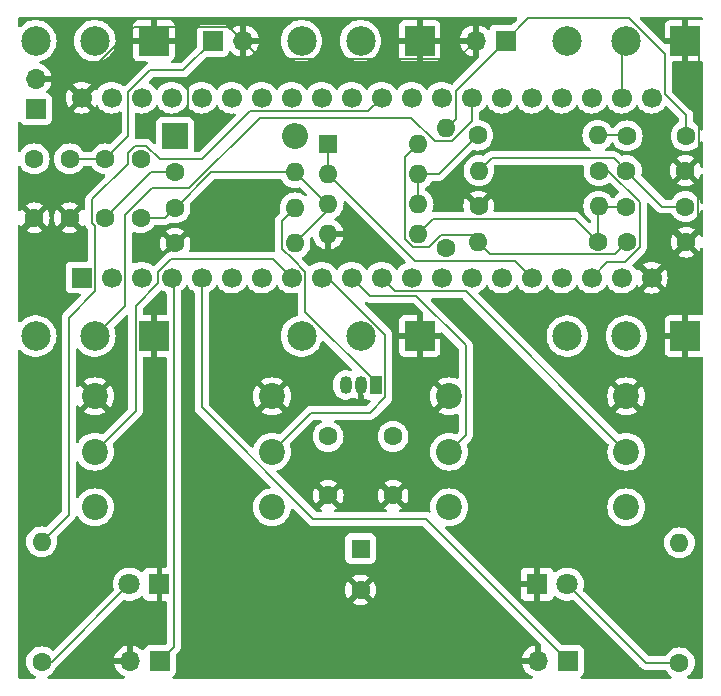
<source format=gbr>
%TF.GenerationSoftware,KiCad,Pcbnew,8.0.7*%
%TF.CreationDate,2025-02-19T13:31:19-05:00*%
%TF.ProjectId,OD1,4f44312e-6b69-4636-9164-5f7063625858,rev?*%
%TF.SameCoordinates,Original*%
%TF.FileFunction,Copper,L1,Top*%
%TF.FilePolarity,Positive*%
%FSLAX46Y46*%
G04 Gerber Fmt 4.6, Leading zero omitted, Abs format (unit mm)*
G04 Created by KiCad (PCBNEW 8.0.7) date 2025-02-19 13:31:19*
%MOMM*%
%LPD*%
G01*
G04 APERTURE LIST*
%TA.AperFunction,ComponentPad*%
%ADD10R,2.500000X2.500000*%
%TD*%
%TA.AperFunction,ComponentPad*%
%ADD11C,2.500000*%
%TD*%
%TA.AperFunction,ComponentPad*%
%ADD12C,2.200000*%
%TD*%
%TA.AperFunction,ComponentPad*%
%ADD13R,2.200000X2.200000*%
%TD*%
%TA.AperFunction,ComponentPad*%
%ADD14O,2.200000X2.200000*%
%TD*%
%TA.AperFunction,ComponentPad*%
%ADD15C,1.600000*%
%TD*%
%TA.AperFunction,ComponentPad*%
%ADD16O,1.600000X1.600000*%
%TD*%
%TA.AperFunction,ComponentPad*%
%ADD17R,1.600000X1.600000*%
%TD*%
%TA.AperFunction,ComponentPad*%
%ADD18R,1.050000X1.500000*%
%TD*%
%TA.AperFunction,ComponentPad*%
%ADD19O,1.050000X1.500000*%
%TD*%
%TA.AperFunction,ComponentPad*%
%ADD20R,1.700000X1.700000*%
%TD*%
%TA.AperFunction,ComponentPad*%
%ADD21O,1.700000X1.700000*%
%TD*%
%TA.AperFunction,ComponentPad*%
%ADD22C,1.700000*%
%TD*%
%TA.AperFunction,ComponentPad*%
%ADD23R,1.800000X1.800000*%
%TD*%
%TA.AperFunction,ComponentPad*%
%ADD24C,1.800000*%
%TD*%
%TA.AperFunction,ViaPad*%
%ADD25C,0.600000*%
%TD*%
%TA.AperFunction,Conductor*%
%ADD26C,0.200000*%
%TD*%
%TA.AperFunction,Conductor*%
%ADD27C,0.150000*%
%TD*%
G04 APERTURE END LIST*
D10*
%TO.P,RV1,1,1*%
%TO.N,GND*%
X183500000Y-58500000D03*
D11*
%TO.P,RV1,2,2*%
%TO.N,/P1*%
X178500000Y-58500000D03*
%TO.P,RV1,3,3*%
%TO.N,/3v3_A*%
X173500000Y-58500000D03*
%TD*%
D10*
%TO.P,RV3,1,1*%
%TO.N,GND*%
X228500000Y-58500000D03*
D11*
%TO.P,RV3,2,2*%
%TO.N,/P3*%
X223500000Y-58500000D03*
%TO.P,RV3,3,3*%
%TO.N,/3v3_A*%
X218500000Y-58500000D03*
%TD*%
D12*
%TO.P,SW3,1,A*%
%TO.N,unconnected-(SW3-A-Pad1)*%
X193500000Y-98000000D03*
%TO.P,SW3,2,B*%
%TO.N,/SW3A*%
X193500000Y-93300000D03*
%TO.P,SW3,3,C*%
%TO.N,GND*%
X193500000Y-88600000D03*
%TD*%
D10*
%TO.P,RV5,1,1*%
%TO.N,GND*%
X206000000Y-83500000D03*
D11*
%TO.P,RV5,2,2*%
%TO.N,/P5*%
X201000000Y-83500000D03*
%TO.P,RV5,3,3*%
%TO.N,/3v3_A*%
X196000000Y-83500000D03*
%TD*%
D12*
%TO.P,SW2,1,A*%
%TO.N,unconnected-(SW2-A-Pad1)*%
X208500000Y-98000000D03*
%TO.P,SW2,2,B*%
%TO.N,/SW2A*%
X208500000Y-93300000D03*
%TO.P,SW2,3,C*%
%TO.N,GND*%
X208500000Y-88600000D03*
%TD*%
D13*
%TO.P,D1,1,K*%
%TO.N,VCC*%
X185290000Y-66550000D03*
D14*
%TO.P,D1,2,A*%
%TO.N,Net-(D1-A)*%
X195450000Y-66550000D03*
%TD*%
D15*
%TO.P,R11,1*%
%TO.N,GND*%
X211000000Y-72500000D03*
D16*
%TO.P,R11,2*%
%TO.N,Net-(U1B-+)*%
X221160000Y-72500000D03*
%TD*%
D10*
%TO.P,RV6,1,1*%
%TO.N,GND*%
X228500000Y-83500000D03*
D11*
%TO.P,RV6,2,2*%
%TO.N,/P6*%
X223500000Y-83500000D03*
%TO.P,RV6,3,3*%
%TO.N,/3v3_A*%
X218500000Y-83500000D03*
%TD*%
D15*
%TO.P,C15,1*%
%TO.N,GND*%
X198250000Y-97000000D03*
%TO.P,C15,2*%
%TO.N,VCC*%
X198250000Y-92000000D03*
%TD*%
D17*
%TO.P,C13,1*%
%TO.N,VCC*%
X201000000Y-101500000D03*
D15*
%TO.P,C13,2*%
%TO.N,GND*%
X201000000Y-105000000D03*
%TD*%
%TO.P,C8,1*%
%TO.N,Net-(C7-Pad1)*%
X228500000Y-72550000D03*
%TO.P,C8,2*%
%TO.N,Net-(U1B-+)*%
X223500000Y-72550000D03*
%TD*%
D10*
%TO.P,RV2,1,1*%
%TO.N,GND*%
X206000000Y-58500000D03*
D11*
%TO.P,RV2,2,2*%
%TO.N,/P2*%
X201000000Y-58500000D03*
%TO.P,RV2,3,3*%
%TO.N,/3v3_A*%
X196000000Y-58500000D03*
%TD*%
D15*
%TO.P,C7,1*%
%TO.N,Net-(C7-Pad1)*%
X223500000Y-69500000D03*
%TO.P,C7,2*%
%TO.N,GND*%
X228500000Y-69500000D03*
%TD*%
%TO.P,C9,1*%
%TO.N,Net-(C9-Pad1)*%
X223570000Y-66550000D03*
%TO.P,C9,2*%
%TO.N,/OUT*%
X228570000Y-66550000D03*
%TD*%
D12*
%TO.P,SW4,1,A*%
%TO.N,unconnected-(SW4-A-Pad1)*%
X178500000Y-98000000D03*
%TO.P,SW4,2,B*%
%TO.N,/SW4A*%
X178500000Y-93300000D03*
%TO.P,SW4,3,C*%
%TO.N,GND*%
X178500000Y-88600000D03*
%TD*%
D18*
%TO.P,U2,1,VO*%
%TO.N,/+5V*%
X202270000Y-87640000D03*
D19*
%TO.P,U2,2,GND*%
%TO.N,GND*%
X201000000Y-87640000D03*
%TO.P,U2,3,VI*%
%TO.N,VCC*%
X199730000Y-87640000D03*
%TD*%
D20*
%TO.P,J_OUT1,1,Pin_1*%
%TO.N,/OUT*%
X213275000Y-58500000D03*
D21*
%TO.P,J_OUT1,2,Pin_2*%
%TO.N,GND*%
X210735000Y-58500000D03*
%TD*%
D20*
%TO.P,A1,1,USB_ID*%
%TO.N,unconnected-(A1-USB_ID-Pad1)*%
X177390000Y-78550000D03*
D22*
%TO.P,A1,2,SD_DATA_3*%
%TO.N,unconnected-(A1-SD_DATA_3-Pad2)*%
X179930000Y-78550000D03*
%TO.P,A1,3,SD_DATA_2*%
%TO.N,unconnected-(A1-SD_DATA_2-Pad3)*%
X182470000Y-78550000D03*
%TO.P,A1,4,SD_DATA_1*%
%TO.N,/FS1_L*%
X185010000Y-78550000D03*
%TO.P,A1,5,SD_DATA_0*%
%TO.N,/FS2_L*%
X187550000Y-78550000D03*
%TO.P,A1,6,SD_CMD*%
%TO.N,unconnected-(A1-SD_CMD-Pad6)*%
X190090000Y-78550000D03*
%TO.P,A1,7,SD_CLK*%
%TO.N,unconnected-(A1-SD_CLK-Pad7)*%
X192630000Y-78550000D03*
%TO.P,A1,8,SPI1_CS*%
%TO.N,/SW4A*%
X195170000Y-78550000D03*
%TO.P,A1,9,SPI1_SCK*%
%TO.N,/SW3A*%
X197710000Y-78550000D03*
%TO.P,A1,10,SPI1_POCI*%
%TO.N,/SW2A*%
X200250000Y-78550000D03*
%TO.P,A1,11,SPI1_PICO*%
%TO.N,/SW1A*%
X202790000Y-78550000D03*
%TO.P,A1,12,I2C1_SCL*%
%TO.N,unconnected-(A1-I2C1_SCL-Pad12)*%
X205330000Y-78550000D03*
%TO.P,A1,13,I2C1_SDA*%
%TO.N,unconnected-(A1-I2C1_SDA-Pad13)*%
X207870000Y-78550000D03*
%TO.P,A1,14,USART1_TX*%
%TO.N,unconnected-(A1-USART1_TX-Pad14)*%
X210410000Y-78550000D03*
%TO.P,A1,15,USART1_RX*%
%TO.N,unconnected-(A1-USART1_RX-Pad15)*%
X212950000Y-78550000D03*
%TO.P,A1,16,AUDIO_IN_1*%
%TO.N,/BUFFER_IN*%
X215490000Y-78550000D03*
%TO.P,A1,17,AUDIO_IN_2*%
%TO.N,unconnected-(A1-AUDIO_IN_2-Pad17)*%
X218030000Y-78550000D03*
%TO.P,A1,18,AUDIO_OUT_1*%
%TO.N,/BUFFER_OUT*%
X220570000Y-78550000D03*
%TO.P,A1,19,AUDIO_OUT_2*%
%TO.N,unconnected-(A1-AUDIO_OUT_2-Pad19)*%
X223110000Y-78550000D03*
%TO.P,A1,20,AGND*%
%TO.N,GND*%
X225650000Y-78550000D03*
%TO.P,A1,21,3V3_A*%
%TO.N,/3v3_A*%
X225650000Y-63310000D03*
%TO.P,A1,22,ADC_0*%
%TO.N,/P3*%
X223110000Y-63310000D03*
%TO.P,A1,23,ADC_1*%
%TO.N,/P2*%
X220570000Y-63310000D03*
%TO.P,A1,24,ADC_2*%
%TO.N,/P1*%
X218030000Y-63310000D03*
%TO.P,A1,25,ADC_3*%
%TO.N,/P6*%
X215490000Y-63310000D03*
%TO.P,A1,26,ADC_4*%
%TO.N,/P5*%
X212950000Y-63310000D03*
%TO.P,A1,27,ADC_5*%
%TO.N,/P4*%
X210410000Y-63310000D03*
%TO.P,A1,28,ADC_6*%
%TO.N,unconnected-(A1-ADC_6-Pad28)*%
X207870000Y-63310000D03*
%TO.P,A1,29,DAC_OUT2*%
%TO.N,/LED2*%
X205330000Y-63310000D03*
%TO.P,A1,30,DAC_OUT1*%
%TO.N,/LED1*%
X202790000Y-63310000D03*
%TO.P,A1,31,SAI2_MCLK*%
%TO.N,unconnected-(A1-SAI2_MCLK-Pad31)*%
X200250000Y-63310000D03*
%TO.P,A1,32,SAI2_SD_B*%
%TO.N,unconnected-(A1-SAI2_SD_B-Pad32)*%
X197710000Y-63310000D03*
%TO.P,A1,33,SAI2_SD_A*%
%TO.N,unconnected-(A1-SAI2_SD_A-Pad33)*%
X195170000Y-63310000D03*
%TO.P,A1,34,SAI2_FS*%
%TO.N,unconnected-(A1-SAI2_FS-Pad34)*%
X192630000Y-63310000D03*
%TO.P,A1,35,SAI2_SCK*%
%TO.N,unconnected-(A1-SAI2_SCK-Pad35)*%
X190090000Y-63310000D03*
%TO.P,A1,36,USB_D_-*%
%TO.N,unconnected-(A1-USB_D_--Pad36)*%
X187550000Y-63310000D03*
%TO.P,A1,37,USB_D_+*%
%TO.N,unconnected-(A1-USB_D_+-Pad37)*%
X185010000Y-63310000D03*
%TO.P,A1,38,3V3_D*%
%TO.N,unconnected-(A1-3V3_D-Pad38)*%
X182470000Y-63310000D03*
%TO.P,A1,39,VIN*%
%TO.N,VCC*%
X179930000Y-63310000D03*
%TO.P,A1,40,DGND*%
%TO.N,GND*%
X177390000Y-63310000D03*
%TD*%
D15*
%TO.P,R1,1*%
%TO.N,Net-(LED1-A)*%
X174000000Y-111080000D03*
D16*
%TO.P,R1,2*%
%TO.N,/LED1*%
X174000000Y-100920000D03*
%TD*%
D15*
%TO.P,R3,1*%
%TO.N,Net-(C2-Pad2)*%
X185290000Y-69650000D03*
D16*
%TO.P,R3,2*%
%TO.N,Net-(U1A-+)*%
X195450000Y-69650000D03*
%TD*%
D15*
%TO.P,C3,1*%
%TO.N,Net-(U1A-+)*%
X182370000Y-73500000D03*
%TO.P,C3,2*%
%TO.N,GND*%
X182370000Y-68500000D03*
%TD*%
D10*
%TO.P,RV4,1,1*%
%TO.N,GND*%
X183500000Y-83500000D03*
D11*
%TO.P,RV4,2,2*%
%TO.N,/P4*%
X178500000Y-83500000D03*
%TO.P,RV4,3,3*%
%TO.N,/3v3_A*%
X173500000Y-83500000D03*
%TD*%
D20*
%TO.P,FS1,1,1*%
%TO.N,/FS1_L*%
X184000000Y-111000000D03*
D21*
%TO.P,FS1,2,2*%
%TO.N,GND*%
X181460000Y-111000000D03*
%TD*%
D15*
%TO.P,C16,1*%
%TO.N,GND*%
X203750000Y-97000000D03*
%TO.P,C16,2*%
%TO.N,/+5V*%
X203750000Y-92000000D03*
%TD*%
%TO.P,R12,1*%
%TO.N,Net-(U1B--)*%
X210920000Y-66500000D03*
D16*
%TO.P,R12,2*%
%TO.N,Net-(C9-Pad1)*%
X221080000Y-66500000D03*
%TD*%
D23*
%TO.P,LED2,1,K*%
%TO.N,GND*%
X215960000Y-104500000D03*
D24*
%TO.P,LED2,2,A*%
%TO.N,Net-(LED2-A)*%
X218500000Y-104500000D03*
%TD*%
D15*
%TO.P,C14,1*%
%TO.N,GND*%
X173370000Y-73500000D03*
%TO.P,C14,2*%
%TO.N,VCC*%
X173370000Y-68500000D03*
%TD*%
D23*
%TO.P,LED1,1,K*%
%TO.N,GND*%
X183975000Y-104500000D03*
D24*
%TO.P,LED1,2,A*%
%TO.N,Net-(LED1-A)*%
X181435000Y-104500000D03*
%TD*%
D15*
%TO.P,C1,1*%
%TO.N,/IN*%
X176370000Y-68500000D03*
%TO.P,C1,2*%
%TO.N,GND*%
X176370000Y-73500000D03*
%TD*%
D20*
%TO.P,FS2,1,1*%
%TO.N,/FS2_L*%
X218540000Y-111000000D03*
D21*
%TO.P,FS2,2,2*%
%TO.N,GND*%
X216000000Y-111000000D03*
%TD*%
D15*
%TO.P,C2,1*%
%TO.N,/IN*%
X179400000Y-68500000D03*
%TO.P,C2,2*%
%TO.N,Net-(C2-Pad2)*%
X179400000Y-73500000D03*
%TD*%
D20*
%TO.P,PWR1,1*%
%TO.N,Net-(D1-A)*%
X173500000Y-64290000D03*
D21*
%TO.P,PWR1,2*%
%TO.N,GND*%
X173500000Y-61750000D03*
%TD*%
D17*
%TO.P,U1,1*%
%TO.N,/BUFFER_IN*%
X198250000Y-67250000D03*
D16*
%TO.P,U1,2,-*%
X198250000Y-69790000D03*
%TO.P,U1,3,+*%
%TO.N,Net-(U1A-+)*%
X198250000Y-72330000D03*
%TO.P,U1,4,V-*%
%TO.N,GND*%
X198250000Y-74870000D03*
%TO.P,U1,5,+*%
%TO.N,Net-(U1B-+)*%
X205870000Y-74870000D03*
%TO.P,U1,6,-*%
%TO.N,Net-(U1B--)*%
X205870000Y-72330000D03*
%TO.P,U1,7*%
X205870000Y-69790000D03*
%TO.P,U1,8,V+*%
%TO.N,/+5V*%
X205870000Y-67250000D03*
%TD*%
D15*
%TO.P,C17,1*%
%TO.N,GND*%
X228570000Y-75550000D03*
%TO.P,C17,2*%
%TO.N,/+5V*%
X223570000Y-75550000D03*
%TD*%
D20*
%TO.P,J_IN1,1,Pin_1*%
%TO.N,/IN*%
X188500000Y-58500000D03*
D21*
%TO.P,J_IN1,2,Pin_2*%
%TO.N,GND*%
X191040000Y-58500000D03*
%TD*%
D15*
%TO.P,R4,1*%
%TO.N,Net-(U1A-+)*%
X185290000Y-72650000D03*
D16*
%TO.P,R4,2*%
%TO.N,/+5V*%
X195450000Y-72650000D03*
%TD*%
%TO.P,R13,2*%
%TO.N,/OUT*%
X208250000Y-65920000D03*
D15*
%TO.P,R13,1*%
%TO.N,GND*%
X208250000Y-76080000D03*
%TD*%
%TO.P,R2,1*%
%TO.N,Net-(LED2-A)*%
X228000000Y-111160000D03*
D16*
%TO.P,R2,2*%
%TO.N,/LED2*%
X228000000Y-101000000D03*
%TD*%
D15*
%TO.P,R9,1*%
%TO.N,/BUFFER_OUT*%
X221180000Y-69500000D03*
D16*
%TO.P,R9,2*%
%TO.N,Net-(C7-Pad1)*%
X211020000Y-69500000D03*
%TD*%
D12*
%TO.P,SW1,1,A*%
%TO.N,unconnected-(SW1-A-Pad1)*%
X223500000Y-98000000D03*
%TO.P,SW1,2,B*%
%TO.N,/SW1A*%
X223500000Y-93300000D03*
%TO.P,SW1,3,C*%
%TO.N,GND*%
X223500000Y-88600000D03*
%TD*%
D16*
%TO.P,R10,2*%
%TO.N,/+5V*%
X210920000Y-75500000D03*
D15*
%TO.P,R10,1*%
%TO.N,Net-(U1B-+)*%
X221080000Y-75500000D03*
%TD*%
%TO.P,R5,1*%
%TO.N,GND*%
X185290000Y-75650000D03*
D16*
%TO.P,R5,2*%
%TO.N,Net-(U1A-+)*%
X195450000Y-75650000D03*
%TD*%
D25*
%TO.N,GND*%
X187500000Y-65500000D03*
X187000000Y-61500000D03*
X180500000Y-61500000D03*
%TD*%
D26*
%TO.N,GND*%
X192590000Y-60050000D02*
X191040000Y-58500000D01*
X209185000Y-60050000D02*
X192590000Y-60050000D01*
X210735000Y-58500000D02*
X209185000Y-60050000D01*
X181842032Y-57350000D02*
X177442032Y-61750000D01*
X177442032Y-61750000D02*
X173500000Y-61750000D01*
X189890000Y-57350000D02*
X181842032Y-57350000D01*
X191040000Y-58500000D02*
X189890000Y-57350000D01*
X179200000Y-61500000D02*
X177390000Y-63310000D01*
X180500000Y-61500000D02*
X179200000Y-61500000D01*
X186400000Y-64400000D02*
X187500000Y-65500000D01*
X186400000Y-62100000D02*
X186400000Y-64400000D01*
X187000000Y-61500000D02*
X186400000Y-62100000D01*
X229600000Y-74520000D02*
X228570000Y-75550000D01*
X229600000Y-70600000D02*
X229600000Y-74520000D01*
X228500000Y-69500000D02*
X229600000Y-70600000D01*
X229670000Y-68330000D02*
X228500000Y-69500000D01*
X229670000Y-59670000D02*
X229670000Y-68330000D01*
X228500000Y-58500000D02*
X229670000Y-59670000D01*
%TO.N,/+5V*%
X207794365Y-74980000D02*
X210400000Y-74980000D01*
X206774365Y-76000000D02*
X207794365Y-74980000D01*
X204770000Y-75325635D02*
X205444365Y-76000000D01*
X204770000Y-68350000D02*
X204770000Y-75325635D01*
X205444365Y-76000000D02*
X206774365Y-76000000D01*
X205870000Y-67250000D02*
X204770000Y-68350000D01*
X210400000Y-74980000D02*
X210920000Y-75500000D01*
%TO.N,/LED1*%
X201640000Y-64460000D02*
X202790000Y-63310000D01*
X191640000Y-64460000D02*
X201640000Y-64460000D01*
X182825635Y-67400000D02*
X183975635Y-68550000D01*
X187550000Y-68550000D02*
X191640000Y-64460000D01*
X181914365Y-67400000D02*
X182825635Y-67400000D01*
X181270000Y-68044365D02*
X181914365Y-67400000D01*
X178300000Y-71925635D02*
X181270000Y-68955635D01*
X178300000Y-73955635D02*
X178300000Y-71925635D01*
X181270000Y-68955635D02*
X181270000Y-68044365D01*
X178540000Y-79700000D02*
X178540000Y-74195635D01*
X176300000Y-81940000D02*
X178540000Y-79700000D01*
X178540000Y-74195635D02*
X178300000Y-73955635D01*
X176300000Y-98620000D02*
X176300000Y-81940000D01*
X183975635Y-68550000D02*
X187550000Y-68550000D01*
X174000000Y-100920000D02*
X176300000Y-98620000D01*
%TO.N,/P4*%
X210410000Y-65315635D02*
X210410000Y-63310000D01*
X208705635Y-67020000D02*
X210410000Y-65315635D01*
X207286346Y-67020000D02*
X208705635Y-67020000D01*
X205266346Y-65000000D02*
X207286346Y-67020000D01*
X192469670Y-65000000D02*
X205266346Y-65000000D01*
X186469670Y-71000000D02*
X192469670Y-65000000D01*
X183314365Y-71000000D02*
X186469670Y-71000000D01*
X181080000Y-80920000D02*
X181080000Y-73234365D01*
X178500000Y-83500000D02*
X181080000Y-80920000D01*
X181080000Y-73234365D02*
X183314365Y-71000000D01*
%TO.N,/SW4A*%
X193620000Y-77000000D02*
X195170000Y-78550000D01*
X183860000Y-78073654D02*
X184933654Y-77000000D01*
X181950000Y-80936346D02*
X183860000Y-79026346D01*
X181950000Y-89850000D02*
X181950000Y-80936346D01*
X183860000Y-79026346D02*
X183860000Y-78073654D01*
X184933654Y-77000000D02*
X193620000Y-77000000D01*
X178500000Y-93300000D02*
X181950000Y-89850000D01*
%TO.N,/FS1_L*%
X185175000Y-78715000D02*
X185010000Y-78550000D01*
X185175000Y-109825000D02*
X185175000Y-78715000D01*
X184000000Y-111000000D02*
X185175000Y-109825000D01*
%TO.N,/FS2_L*%
X187550000Y-89550000D02*
X187550000Y-78550000D01*
X206540000Y-99000000D02*
X197000000Y-99000000D01*
X197000000Y-99000000D02*
X187550000Y-89550000D01*
X218540000Y-111000000D02*
X206540000Y-99000000D01*
%TO.N,/SW3A*%
X203095000Y-83402968D02*
X203095000Y-88690000D01*
X198242032Y-78550000D02*
X203095000Y-83402968D01*
X203095000Y-88690000D02*
X201785000Y-90000000D01*
X201785000Y-90000000D02*
X196800000Y-90000000D01*
X196800000Y-90000000D02*
X193500000Y-93300000D01*
X197710000Y-78550000D02*
X198242032Y-78550000D01*
%TO.N,/SW2A*%
X201800000Y-80100000D02*
X200250000Y-78550000D01*
X209900000Y-91900000D02*
X209900000Y-84300000D01*
X209900000Y-84300000D02*
X205700000Y-80100000D01*
X208500000Y-93300000D02*
X209900000Y-91900000D01*
X205700000Y-80100000D02*
X201800000Y-80100000D01*
%TO.N,/SW1A*%
X203940000Y-79700000D02*
X202790000Y-78550000D01*
X209900000Y-79700000D02*
X203940000Y-79700000D01*
X223500000Y-93300000D02*
X209900000Y-79700000D01*
%TO.N,/+5V*%
X194350000Y-73750000D02*
X195450000Y-72650000D01*
X194350000Y-76105635D02*
X194350000Y-73750000D01*
X195244365Y-77000000D02*
X194350000Y-76105635D01*
X195246346Y-77000000D02*
X195244365Y-77000000D01*
X196320000Y-81465000D02*
X196320000Y-78073654D01*
X196320000Y-78073654D02*
X195246346Y-77000000D01*
X202270000Y-87415000D02*
X196320000Y-81465000D01*
X202270000Y-87640000D02*
X202270000Y-87415000D01*
D27*
%TO.N,Net-(LED1-A)*%
X174855000Y-111080000D02*
X174000000Y-111080000D01*
X181435000Y-104500000D02*
X174855000Y-111080000D01*
%TO.N,Net-(LED2-A)*%
X225160000Y-111160000D02*
X228000000Y-111160000D01*
X218500000Y-104500000D02*
X225160000Y-111160000D01*
%TO.N,/P3*%
X223110000Y-58890000D02*
X223500000Y-58500000D01*
X223110000Y-63310000D02*
X223110000Y-58890000D01*
%TO.N,/BUFFER_IN*%
X198250000Y-69790000D02*
X205615000Y-77155000D01*
X205615000Y-77155000D02*
X214095000Y-77155000D01*
X214095000Y-77155000D02*
X215490000Y-78550000D01*
X198250000Y-69790000D02*
X198250000Y-67250000D01*
%TO.N,Net-(U1A-+)*%
X198250000Y-72850000D02*
X198250000Y-72330000D01*
X195450000Y-75650000D02*
X198250000Y-72850000D01*
X188350000Y-69650000D02*
X195450000Y-69650000D01*
X185350000Y-72650000D02*
X188350000Y-69650000D01*
X185290000Y-72650000D02*
X185350000Y-72650000D01*
X198130000Y-72330000D02*
X198250000Y-72330000D01*
X195450000Y-69650000D02*
X198130000Y-72330000D01*
%TO.N,/IN*%
X181345000Y-62844009D02*
X183189009Y-61000000D01*
X186000000Y-61000000D02*
X188500000Y-58500000D01*
X181345000Y-66555000D02*
X181345000Y-62844009D01*
X179400000Y-68500000D02*
X181345000Y-66555000D01*
X183189009Y-61000000D02*
X186000000Y-61000000D01*
%TO.N,Net-(C2-Pad2)*%
X183250000Y-69650000D02*
X185290000Y-69650000D01*
X179400000Y-73500000D02*
X183250000Y-69650000D01*
%TO.N,/IN*%
X176370000Y-68500000D02*
X179400000Y-68500000D01*
%TO.N,Net-(U1A-+)*%
X184440000Y-73500000D02*
X185290000Y-72650000D01*
X182370000Y-73500000D02*
X184440000Y-73500000D01*
%TO.N,Net-(C7-Pad1)*%
X222425000Y-68425000D02*
X223500000Y-69500000D01*
X211020000Y-69500000D02*
X212095000Y-68425000D01*
X212095000Y-68425000D02*
X222425000Y-68425000D01*
%TO.N,/BUFFER_OUT*%
X223390280Y-77250000D02*
X221870000Y-77250000D01*
X221870000Y-77250000D02*
X220570000Y-78550000D01*
X224645000Y-75995280D02*
X223390280Y-77250000D01*
X224645000Y-72174720D02*
X224645000Y-75995280D01*
X221970280Y-69500000D02*
X224645000Y-72174720D01*
X221180000Y-69500000D02*
X221970280Y-69500000D01*
%TO.N,Net-(C7-Pad1)*%
X226550000Y-72550000D02*
X223500000Y-69500000D01*
X228500000Y-72550000D02*
X226550000Y-72550000D01*
%TO.N,/+5V*%
X222545000Y-76575000D02*
X211995000Y-76575000D01*
X223570000Y-75550000D02*
X222545000Y-76575000D01*
X211995000Y-76575000D02*
X210920000Y-75500000D01*
%TO.N,Net-(U1B-+)*%
X221210000Y-72550000D02*
X221160000Y-72500000D01*
X223500000Y-72550000D02*
X221210000Y-72550000D01*
X221080000Y-72580000D02*
X221160000Y-72500000D01*
X221080000Y-75500000D02*
X221080000Y-72580000D01*
X219155000Y-73575000D02*
X221080000Y-75500000D01*
X207165000Y-73575000D02*
X219155000Y-73575000D01*
X205870000Y-74870000D02*
X207165000Y-73575000D01*
%TO.N,Net-(U1B--)*%
X205870000Y-72330000D02*
X205870000Y-69790000D01*
X210920000Y-66500000D02*
X207630000Y-69790000D01*
X207630000Y-69790000D02*
X205870000Y-69790000D01*
%TO.N,Net-(C9-Pad1)*%
X223520000Y-66500000D02*
X223570000Y-66550000D01*
X221080000Y-66500000D02*
X223520000Y-66500000D01*
%TO.N,/OUT*%
X228570000Y-64820000D02*
X228570000Y-66550000D01*
X226750000Y-59593324D02*
X226750000Y-63000000D01*
X223731676Y-56575000D02*
X226750000Y-59593324D01*
X215200000Y-56575000D02*
X223731676Y-56575000D01*
X213275000Y-58500000D02*
X215200000Y-56575000D01*
X226750000Y-63000000D02*
X228570000Y-64820000D01*
X209049999Y-65120001D02*
X209049999Y-62725001D01*
X209049999Y-62725001D02*
X213275000Y-58500000D01*
X208250000Y-65920000D02*
X209049999Y-65120001D01*
%TD*%
%TA.AperFunction,Conductor*%
%TO.N,GND*%
G36*
X214228297Y-56520185D02*
G01*
X214274052Y-56572989D01*
X214283996Y-56642147D01*
X214254971Y-56705703D01*
X214248943Y-56712176D01*
X213981352Y-56979767D01*
X213847938Y-57113181D01*
X213786615Y-57146666D01*
X213760257Y-57149500D01*
X212377129Y-57149500D01*
X212377123Y-57149501D01*
X212317516Y-57155908D01*
X212182671Y-57206202D01*
X212182664Y-57206206D01*
X212067455Y-57292452D01*
X212067452Y-57292455D01*
X211981206Y-57407664D01*
X211981202Y-57407671D01*
X211931997Y-57539598D01*
X211890126Y-57595532D01*
X211824661Y-57619949D01*
X211756388Y-57605097D01*
X211728134Y-57583946D01*
X211606082Y-57461894D01*
X211412578Y-57326399D01*
X211198492Y-57226570D01*
X211198486Y-57226567D01*
X210985000Y-57169364D01*
X210985000Y-58066988D01*
X210927993Y-58034075D01*
X210800826Y-58000000D01*
X210669174Y-58000000D01*
X210542007Y-58034075D01*
X210485000Y-58066988D01*
X210485000Y-57169364D01*
X210484999Y-57169364D01*
X210271513Y-57226567D01*
X210271507Y-57226570D01*
X210057422Y-57326399D01*
X210057420Y-57326400D01*
X209863926Y-57461886D01*
X209863920Y-57461891D01*
X209696891Y-57628920D01*
X209696886Y-57628926D01*
X209561400Y-57822420D01*
X209561399Y-57822422D01*
X209461570Y-58036507D01*
X209461567Y-58036513D01*
X209404364Y-58249999D01*
X209404364Y-58250000D01*
X210301988Y-58250000D01*
X210269075Y-58307007D01*
X210235000Y-58434174D01*
X210235000Y-58565826D01*
X210269075Y-58692993D01*
X210301988Y-58750000D01*
X209404364Y-58750000D01*
X209461567Y-58963486D01*
X209461570Y-58963492D01*
X209561399Y-59177578D01*
X209696894Y-59371082D01*
X209863917Y-59538105D01*
X210057421Y-59673600D01*
X210271507Y-59773429D01*
X210271516Y-59773433D01*
X210485000Y-59830634D01*
X210485000Y-58933012D01*
X210542007Y-58965925D01*
X210669174Y-59000000D01*
X210800826Y-59000000D01*
X210927993Y-58965925D01*
X210985000Y-58933012D01*
X210985000Y-59848616D01*
X210996345Y-59864154D01*
X211000498Y-59933900D01*
X210967336Y-59993781D01*
X208784515Y-62176603D01*
X208723192Y-62210088D01*
X208653500Y-62205104D01*
X208625711Y-62190497D01*
X208547834Y-62135967D01*
X208547830Y-62135965D01*
X208516752Y-62121473D01*
X208333663Y-62036097D01*
X208333659Y-62036096D01*
X208333655Y-62036094D01*
X208105413Y-61974938D01*
X208105403Y-61974936D01*
X207870001Y-61954341D01*
X207869999Y-61954341D01*
X207634596Y-61974936D01*
X207634586Y-61974938D01*
X207406344Y-62036094D01*
X207406335Y-62036098D01*
X207192171Y-62135964D01*
X207192169Y-62135965D01*
X206998597Y-62271505D01*
X206831505Y-62438597D01*
X206701575Y-62624158D01*
X206646998Y-62667783D01*
X206577500Y-62674977D01*
X206515145Y-62643454D01*
X206498425Y-62624158D01*
X206368494Y-62438597D01*
X206201402Y-62271506D01*
X206201395Y-62271501D01*
X206007834Y-62135967D01*
X206007830Y-62135965D01*
X205976752Y-62121473D01*
X205793663Y-62036097D01*
X205793659Y-62036096D01*
X205793655Y-62036094D01*
X205565413Y-61974938D01*
X205565403Y-61974936D01*
X205330001Y-61954341D01*
X205329999Y-61954341D01*
X205094596Y-61974936D01*
X205094586Y-61974938D01*
X204866344Y-62036094D01*
X204866335Y-62036098D01*
X204652171Y-62135964D01*
X204652169Y-62135965D01*
X204458597Y-62271505D01*
X204291505Y-62438597D01*
X204161575Y-62624158D01*
X204106998Y-62667783D01*
X204037500Y-62674977D01*
X203975145Y-62643454D01*
X203958425Y-62624158D01*
X203828494Y-62438597D01*
X203661402Y-62271506D01*
X203661395Y-62271501D01*
X203467834Y-62135967D01*
X203467830Y-62135965D01*
X203436752Y-62121473D01*
X203253663Y-62036097D01*
X203253659Y-62036096D01*
X203253655Y-62036094D01*
X203025413Y-61974938D01*
X203025403Y-61974936D01*
X202790001Y-61954341D01*
X202789999Y-61954341D01*
X202554596Y-61974936D01*
X202554586Y-61974938D01*
X202326344Y-62036094D01*
X202326335Y-62036098D01*
X202112171Y-62135964D01*
X202112169Y-62135965D01*
X201918597Y-62271505D01*
X201751505Y-62438597D01*
X201621575Y-62624158D01*
X201566998Y-62667783D01*
X201497500Y-62674977D01*
X201435145Y-62643454D01*
X201418425Y-62624158D01*
X201288494Y-62438597D01*
X201121402Y-62271506D01*
X201121395Y-62271501D01*
X200927834Y-62135967D01*
X200927830Y-62135965D01*
X200896752Y-62121473D01*
X200713663Y-62036097D01*
X200713659Y-62036096D01*
X200713655Y-62036094D01*
X200485413Y-61974938D01*
X200485403Y-61974936D01*
X200250001Y-61954341D01*
X200249999Y-61954341D01*
X200014596Y-61974936D01*
X200014586Y-61974938D01*
X199786344Y-62036094D01*
X199786335Y-62036098D01*
X199572171Y-62135964D01*
X199572169Y-62135965D01*
X199378597Y-62271505D01*
X199211505Y-62438597D01*
X199081575Y-62624158D01*
X199026998Y-62667783D01*
X198957500Y-62674977D01*
X198895145Y-62643454D01*
X198878425Y-62624158D01*
X198748494Y-62438597D01*
X198581402Y-62271506D01*
X198581395Y-62271501D01*
X198387834Y-62135967D01*
X198387830Y-62135965D01*
X198356752Y-62121473D01*
X198173663Y-62036097D01*
X198173659Y-62036096D01*
X198173655Y-62036094D01*
X197945413Y-61974938D01*
X197945403Y-61974936D01*
X197710001Y-61954341D01*
X197709999Y-61954341D01*
X197474596Y-61974936D01*
X197474586Y-61974938D01*
X197246344Y-62036094D01*
X197246335Y-62036098D01*
X197032171Y-62135964D01*
X197032169Y-62135965D01*
X196838597Y-62271505D01*
X196671505Y-62438597D01*
X196541575Y-62624158D01*
X196486998Y-62667783D01*
X196417500Y-62674977D01*
X196355145Y-62643454D01*
X196338425Y-62624158D01*
X196208494Y-62438597D01*
X196041402Y-62271506D01*
X196041395Y-62271501D01*
X195847834Y-62135967D01*
X195847830Y-62135965D01*
X195816752Y-62121473D01*
X195633663Y-62036097D01*
X195633659Y-62036096D01*
X195633655Y-62036094D01*
X195405413Y-61974938D01*
X195405403Y-61974936D01*
X195170001Y-61954341D01*
X195169999Y-61954341D01*
X194934596Y-61974936D01*
X194934586Y-61974938D01*
X194706344Y-62036094D01*
X194706335Y-62036098D01*
X194492171Y-62135964D01*
X194492169Y-62135965D01*
X194298597Y-62271505D01*
X194131505Y-62438597D01*
X194001575Y-62624158D01*
X193946998Y-62667783D01*
X193877500Y-62674977D01*
X193815145Y-62643454D01*
X193798425Y-62624158D01*
X193668494Y-62438597D01*
X193501402Y-62271506D01*
X193501395Y-62271501D01*
X193307834Y-62135967D01*
X193307830Y-62135965D01*
X193276752Y-62121473D01*
X193093663Y-62036097D01*
X193093659Y-62036096D01*
X193093655Y-62036094D01*
X192865413Y-61974938D01*
X192865403Y-61974936D01*
X192630001Y-61954341D01*
X192629999Y-61954341D01*
X192394596Y-61974936D01*
X192394586Y-61974938D01*
X192166344Y-62036094D01*
X192166335Y-62036098D01*
X191952171Y-62135964D01*
X191952169Y-62135965D01*
X191758597Y-62271505D01*
X191591505Y-62438597D01*
X191461575Y-62624158D01*
X191406998Y-62667783D01*
X191337500Y-62674977D01*
X191275145Y-62643454D01*
X191258425Y-62624158D01*
X191128494Y-62438597D01*
X190961402Y-62271506D01*
X190961395Y-62271501D01*
X190767834Y-62135967D01*
X190767830Y-62135965D01*
X190736752Y-62121473D01*
X190553663Y-62036097D01*
X190553659Y-62036096D01*
X190553655Y-62036094D01*
X190325413Y-61974938D01*
X190325403Y-61974936D01*
X190090001Y-61954341D01*
X190089999Y-61954341D01*
X189854596Y-61974936D01*
X189854586Y-61974938D01*
X189626344Y-62036094D01*
X189626335Y-62036098D01*
X189412171Y-62135964D01*
X189412169Y-62135965D01*
X189218597Y-62271505D01*
X189051505Y-62438597D01*
X188921575Y-62624158D01*
X188866998Y-62667783D01*
X188797500Y-62674977D01*
X188735145Y-62643454D01*
X188718425Y-62624158D01*
X188588494Y-62438597D01*
X188421402Y-62271506D01*
X188421395Y-62271501D01*
X188227834Y-62135967D01*
X188227830Y-62135965D01*
X188196752Y-62121473D01*
X188013663Y-62036097D01*
X188013659Y-62036096D01*
X188013655Y-62036094D01*
X187785413Y-61974938D01*
X187785403Y-61974936D01*
X187550001Y-61954341D01*
X187549999Y-61954341D01*
X187314596Y-61974936D01*
X187314586Y-61974938D01*
X187086344Y-62036094D01*
X187086335Y-62036098D01*
X186872171Y-62135964D01*
X186872169Y-62135965D01*
X186678597Y-62271505D01*
X186511505Y-62438597D01*
X186381575Y-62624158D01*
X186326998Y-62667783D01*
X186257500Y-62674977D01*
X186195145Y-62643454D01*
X186178425Y-62624158D01*
X186048494Y-62438597D01*
X185881402Y-62271506D01*
X185881395Y-62271501D01*
X185687834Y-62135967D01*
X185687830Y-62135965D01*
X185656752Y-62121473D01*
X185473663Y-62036097D01*
X185473659Y-62036096D01*
X185473655Y-62036094D01*
X185245413Y-61974938D01*
X185245403Y-61974936D01*
X185010001Y-61954341D01*
X185009999Y-61954341D01*
X184774596Y-61974936D01*
X184774586Y-61974938D01*
X184546344Y-62036094D01*
X184546335Y-62036098D01*
X184332171Y-62135964D01*
X184332169Y-62135965D01*
X184138597Y-62271505D01*
X183971505Y-62438597D01*
X183841575Y-62624158D01*
X183786998Y-62667783D01*
X183717500Y-62674977D01*
X183655145Y-62643454D01*
X183638425Y-62624158D01*
X183508494Y-62438597D01*
X183341402Y-62271506D01*
X183341395Y-62271501D01*
X183147832Y-62135966D01*
X183116752Y-62121473D01*
X183064313Y-62075300D01*
X183045162Y-62008106D01*
X183065378Y-61941225D01*
X183081467Y-61921421D01*
X183391072Y-61611816D01*
X183452393Y-61578334D01*
X183478751Y-61575500D01*
X186075764Y-61575500D01*
X186075766Y-61575500D01*
X186222135Y-61536281D01*
X186353365Y-61460515D01*
X187927061Y-59886817D01*
X187988384Y-59853333D01*
X188014742Y-59850499D01*
X189397871Y-59850499D01*
X189397872Y-59850499D01*
X189457483Y-59844091D01*
X189592331Y-59793796D01*
X189707546Y-59707546D01*
X189793796Y-59592331D01*
X189843002Y-59460401D01*
X189884872Y-59404468D01*
X189950337Y-59380050D01*
X190018610Y-59394901D01*
X190046865Y-59416053D01*
X190168917Y-59538105D01*
X190362421Y-59673600D01*
X190576507Y-59773429D01*
X190576516Y-59773433D01*
X190790000Y-59830634D01*
X190790000Y-58933012D01*
X190847007Y-58965925D01*
X190974174Y-59000000D01*
X191105826Y-59000000D01*
X191232993Y-58965925D01*
X191290000Y-58933012D01*
X191290000Y-59830633D01*
X191503483Y-59773433D01*
X191503492Y-59773429D01*
X191717578Y-59673600D01*
X191911082Y-59538105D01*
X192078105Y-59371082D01*
X192213600Y-59177578D01*
X192313429Y-58963492D01*
X192313432Y-58963486D01*
X192370636Y-58750000D01*
X191473012Y-58750000D01*
X191505925Y-58692993D01*
X191540000Y-58565826D01*
X191540000Y-58499995D01*
X194244592Y-58499995D01*
X194244592Y-58500004D01*
X194264196Y-58761620D01*
X194264197Y-58761625D01*
X194322576Y-59017402D01*
X194322578Y-59017411D01*
X194322580Y-59017416D01*
X194418432Y-59261643D01*
X194549614Y-59488857D01*
X194632132Y-59592331D01*
X194713198Y-59693985D01*
X194879852Y-59848616D01*
X194905521Y-59872433D01*
X195122296Y-60020228D01*
X195122301Y-60020230D01*
X195122302Y-60020231D01*
X195122303Y-60020232D01*
X195247843Y-60080688D01*
X195358673Y-60134061D01*
X195358674Y-60134061D01*
X195358677Y-60134063D01*
X195609385Y-60211396D01*
X195868818Y-60250500D01*
X196131182Y-60250500D01*
X196390615Y-60211396D01*
X196641323Y-60134063D01*
X196877704Y-60020228D01*
X197094479Y-59872433D01*
X197272184Y-59707547D01*
X197286801Y-59693985D01*
X197286801Y-59693983D01*
X197286805Y-59693981D01*
X197450386Y-59488857D01*
X197581568Y-59261643D01*
X197677420Y-59017416D01*
X197735802Y-58761630D01*
X197740946Y-58692993D01*
X197755408Y-58500004D01*
X197755408Y-58499995D01*
X199244592Y-58499995D01*
X199244592Y-58500004D01*
X199264196Y-58761620D01*
X199264197Y-58761625D01*
X199322576Y-59017402D01*
X199322578Y-59017411D01*
X199322580Y-59017416D01*
X199418432Y-59261643D01*
X199549614Y-59488857D01*
X199632132Y-59592331D01*
X199713198Y-59693985D01*
X199879852Y-59848616D01*
X199905521Y-59872433D01*
X200122296Y-60020228D01*
X200122301Y-60020230D01*
X200122302Y-60020231D01*
X200122303Y-60020232D01*
X200247843Y-60080688D01*
X200358673Y-60134061D01*
X200358674Y-60134061D01*
X200358677Y-60134063D01*
X200609385Y-60211396D01*
X200868818Y-60250500D01*
X201131182Y-60250500D01*
X201390615Y-60211396D01*
X201641323Y-60134063D01*
X201877704Y-60020228D01*
X202094479Y-59872433D01*
X202272184Y-59707547D01*
X202286801Y-59693985D01*
X202286801Y-59693983D01*
X202286805Y-59693981D01*
X202450386Y-59488857D01*
X202581568Y-59261643D01*
X202677420Y-59017416D01*
X202735802Y-58761630D01*
X202740946Y-58692993D01*
X202755408Y-58500004D01*
X202755408Y-58499995D01*
X202735803Y-58238379D01*
X202735802Y-58238374D01*
X202735802Y-58238370D01*
X202677420Y-57982584D01*
X202581568Y-57738357D01*
X202450386Y-57511143D01*
X202286805Y-57306019D01*
X202286804Y-57306018D01*
X202286801Y-57306014D01*
X202174867Y-57202155D01*
X204250000Y-57202155D01*
X204250000Y-58250000D01*
X205427058Y-58250000D01*
X205399019Y-58317694D01*
X205375000Y-58438443D01*
X205375000Y-58561557D01*
X205399019Y-58682306D01*
X205427058Y-58750000D01*
X204250000Y-58750000D01*
X204250000Y-59797844D01*
X204256401Y-59857372D01*
X204256403Y-59857379D01*
X204306645Y-59992086D01*
X204306649Y-59992093D01*
X204392809Y-60107187D01*
X204392812Y-60107190D01*
X204507906Y-60193350D01*
X204507913Y-60193354D01*
X204642620Y-60243596D01*
X204642627Y-60243598D01*
X204702155Y-60249999D01*
X204702172Y-60250000D01*
X205750000Y-60250000D01*
X205750000Y-59072941D01*
X205817694Y-59100981D01*
X205938443Y-59125000D01*
X206061557Y-59125000D01*
X206182306Y-59100981D01*
X206250000Y-59072941D01*
X206250000Y-60250000D01*
X207297828Y-60250000D01*
X207297844Y-60249999D01*
X207357372Y-60243598D01*
X207357379Y-60243596D01*
X207492086Y-60193354D01*
X207492093Y-60193350D01*
X207607187Y-60107190D01*
X207607190Y-60107187D01*
X207693350Y-59992093D01*
X207693354Y-59992086D01*
X207743596Y-59857379D01*
X207743598Y-59857372D01*
X207749999Y-59797844D01*
X207750000Y-59797827D01*
X207750000Y-58750000D01*
X206572942Y-58750000D01*
X206600981Y-58682306D01*
X206625000Y-58561557D01*
X206625000Y-58438443D01*
X206600981Y-58317694D01*
X206572942Y-58250000D01*
X207750000Y-58250000D01*
X207750000Y-57202172D01*
X207749999Y-57202155D01*
X207743598Y-57142627D01*
X207743596Y-57142620D01*
X207693354Y-57007913D01*
X207693350Y-57007906D01*
X207607190Y-56892812D01*
X207607187Y-56892809D01*
X207492093Y-56806649D01*
X207492086Y-56806645D01*
X207357379Y-56756403D01*
X207357372Y-56756401D01*
X207297844Y-56750000D01*
X206250000Y-56750000D01*
X206250000Y-57927058D01*
X206182306Y-57899019D01*
X206061557Y-57875000D01*
X205938443Y-57875000D01*
X205817694Y-57899019D01*
X205750000Y-57927058D01*
X205750000Y-56750000D01*
X204702155Y-56750000D01*
X204642627Y-56756401D01*
X204642620Y-56756403D01*
X204507913Y-56806645D01*
X204507906Y-56806649D01*
X204392812Y-56892809D01*
X204392809Y-56892812D01*
X204306649Y-57007906D01*
X204306645Y-57007913D01*
X204256403Y-57142620D01*
X204256401Y-57142627D01*
X204250000Y-57202155D01*
X202174867Y-57202155D01*
X202094479Y-57127567D01*
X202073379Y-57113181D01*
X201877704Y-56979772D01*
X201877700Y-56979770D01*
X201877697Y-56979768D01*
X201877696Y-56979767D01*
X201641325Y-56865938D01*
X201641327Y-56865938D01*
X201390623Y-56788606D01*
X201390619Y-56788605D01*
X201390615Y-56788604D01*
X201265823Y-56769794D01*
X201131187Y-56749500D01*
X201131182Y-56749500D01*
X200868818Y-56749500D01*
X200868812Y-56749500D01*
X200707247Y-56773853D01*
X200609385Y-56788604D01*
X200609382Y-56788605D01*
X200609376Y-56788606D01*
X200358673Y-56865938D01*
X200122303Y-56979767D01*
X200122302Y-56979768D01*
X199905520Y-57127567D01*
X199713198Y-57306014D01*
X199549614Y-57511143D01*
X199418432Y-57738356D01*
X199322582Y-57982578D01*
X199322576Y-57982597D01*
X199264197Y-58238374D01*
X199264196Y-58238379D01*
X199244592Y-58499995D01*
X197755408Y-58499995D01*
X197735803Y-58238379D01*
X197735802Y-58238374D01*
X197735802Y-58238370D01*
X197677420Y-57982584D01*
X197581568Y-57738357D01*
X197450386Y-57511143D01*
X197286805Y-57306019D01*
X197286804Y-57306018D01*
X197286801Y-57306014D01*
X197094479Y-57127567D01*
X197073379Y-57113181D01*
X196877704Y-56979772D01*
X196877700Y-56979770D01*
X196877697Y-56979768D01*
X196877696Y-56979767D01*
X196641325Y-56865938D01*
X196641327Y-56865938D01*
X196390623Y-56788606D01*
X196390619Y-56788605D01*
X196390615Y-56788604D01*
X196265823Y-56769794D01*
X196131187Y-56749500D01*
X196131182Y-56749500D01*
X195868818Y-56749500D01*
X195868812Y-56749500D01*
X195707247Y-56773853D01*
X195609385Y-56788604D01*
X195609382Y-56788605D01*
X195609376Y-56788606D01*
X195358673Y-56865938D01*
X195122303Y-56979767D01*
X195122302Y-56979768D01*
X194905520Y-57127567D01*
X194713198Y-57306014D01*
X194549614Y-57511143D01*
X194418432Y-57738356D01*
X194322582Y-57982578D01*
X194322576Y-57982597D01*
X194264197Y-58238374D01*
X194264196Y-58238379D01*
X194244592Y-58499995D01*
X191540000Y-58499995D01*
X191540000Y-58434174D01*
X191505925Y-58307007D01*
X191473012Y-58250000D01*
X192370636Y-58250000D01*
X192370635Y-58249999D01*
X192313432Y-58036513D01*
X192313429Y-58036507D01*
X192213600Y-57822422D01*
X192213599Y-57822420D01*
X192078113Y-57628926D01*
X192078108Y-57628920D01*
X191911082Y-57461894D01*
X191717578Y-57326399D01*
X191503492Y-57226570D01*
X191503486Y-57226567D01*
X191290000Y-57169364D01*
X191290000Y-58066988D01*
X191232993Y-58034075D01*
X191105826Y-58000000D01*
X190974174Y-58000000D01*
X190847007Y-58034075D01*
X190790000Y-58066988D01*
X190790000Y-57169364D01*
X190789999Y-57169364D01*
X190576513Y-57226567D01*
X190576507Y-57226570D01*
X190362422Y-57326399D01*
X190362420Y-57326400D01*
X190168926Y-57461886D01*
X190046865Y-57583947D01*
X189985542Y-57617431D01*
X189915850Y-57612447D01*
X189859917Y-57570575D01*
X189843002Y-57539598D01*
X189793797Y-57407671D01*
X189793793Y-57407664D01*
X189707547Y-57292455D01*
X189707544Y-57292452D01*
X189592335Y-57206206D01*
X189592328Y-57206202D01*
X189457482Y-57155908D01*
X189457483Y-57155908D01*
X189397883Y-57149501D01*
X189397881Y-57149500D01*
X189397873Y-57149500D01*
X189397864Y-57149500D01*
X187602129Y-57149500D01*
X187602123Y-57149501D01*
X187542516Y-57155908D01*
X187407671Y-57206202D01*
X187407664Y-57206206D01*
X187292455Y-57292452D01*
X187292452Y-57292455D01*
X187206206Y-57407664D01*
X187206202Y-57407671D01*
X187155908Y-57542517D01*
X187149501Y-57602116D01*
X187149500Y-57602135D01*
X187149500Y-58985257D01*
X187129815Y-59052296D01*
X187113181Y-59072938D01*
X185797939Y-60388181D01*
X185736616Y-60421666D01*
X185710258Y-60424500D01*
X185054603Y-60424500D01*
X184987564Y-60404815D01*
X184941809Y-60352011D01*
X184931865Y-60282853D01*
X184960890Y-60219297D01*
X184985552Y-60199421D01*
X184984989Y-60198669D01*
X185107187Y-60107190D01*
X185107190Y-60107187D01*
X185193350Y-59992093D01*
X185193354Y-59992086D01*
X185243596Y-59857379D01*
X185243598Y-59857372D01*
X185249999Y-59797844D01*
X185250000Y-59797827D01*
X185250000Y-58750000D01*
X184072942Y-58750000D01*
X184100981Y-58682306D01*
X184125000Y-58561557D01*
X184125000Y-58438443D01*
X184100981Y-58317694D01*
X184072942Y-58250000D01*
X185250000Y-58250000D01*
X185250000Y-57202172D01*
X185249999Y-57202155D01*
X185243598Y-57142627D01*
X185243596Y-57142620D01*
X185193354Y-57007913D01*
X185193350Y-57007906D01*
X185107190Y-56892812D01*
X185107187Y-56892809D01*
X184992093Y-56806649D01*
X184992086Y-56806645D01*
X184857379Y-56756403D01*
X184857372Y-56756401D01*
X184797844Y-56750000D01*
X183750000Y-56750000D01*
X183750000Y-57927058D01*
X183682306Y-57899019D01*
X183561557Y-57875000D01*
X183438443Y-57875000D01*
X183317694Y-57899019D01*
X183250000Y-57927058D01*
X183250000Y-56750000D01*
X182202155Y-56750000D01*
X182142627Y-56756401D01*
X182142620Y-56756403D01*
X182007913Y-56806645D01*
X182007906Y-56806649D01*
X181892812Y-56892809D01*
X181892809Y-56892812D01*
X181806649Y-57007906D01*
X181806645Y-57007913D01*
X181756403Y-57142620D01*
X181756401Y-57142627D01*
X181750000Y-57202155D01*
X181750000Y-58250000D01*
X182927058Y-58250000D01*
X182899019Y-58317694D01*
X182875000Y-58438443D01*
X182875000Y-58561557D01*
X182899019Y-58682306D01*
X182927058Y-58750000D01*
X181750000Y-58750000D01*
X181750000Y-59797844D01*
X181756401Y-59857372D01*
X181756403Y-59857379D01*
X181806645Y-59992086D01*
X181806649Y-59992093D01*
X181892809Y-60107187D01*
X181892812Y-60107190D01*
X182007906Y-60193350D01*
X182007913Y-60193354D01*
X182142620Y-60243596D01*
X182142627Y-60243598D01*
X182202155Y-60249999D01*
X182202172Y-60250000D01*
X182874272Y-60250000D01*
X182941311Y-60269685D01*
X182987066Y-60322489D01*
X182997010Y-60391647D01*
X182967985Y-60455203D01*
X182936272Y-60481387D01*
X182835647Y-60539483D01*
X182835641Y-60539487D01*
X181040193Y-62334935D01*
X180978870Y-62368420D01*
X180909178Y-62363436D01*
X180864831Y-62334935D01*
X180801402Y-62271506D01*
X180801395Y-62271501D01*
X180607834Y-62135967D01*
X180607830Y-62135965D01*
X180576752Y-62121473D01*
X180393663Y-62036097D01*
X180393659Y-62036096D01*
X180393655Y-62036094D01*
X180165413Y-61974938D01*
X180165403Y-61974936D01*
X179930001Y-61954341D01*
X179929999Y-61954341D01*
X179694596Y-61974936D01*
X179694586Y-61974938D01*
X179466344Y-62036094D01*
X179466335Y-62036098D01*
X179252171Y-62135964D01*
X179252169Y-62135965D01*
X179058597Y-62271505D01*
X178891508Y-62438594D01*
X178761269Y-62624595D01*
X178706692Y-62668219D01*
X178637193Y-62675412D01*
X178574839Y-62643890D01*
X178558119Y-62624595D01*
X178504925Y-62548626D01*
X177913787Y-63139765D01*
X177902518Y-63097708D01*
X177830110Y-62972292D01*
X177727708Y-62869890D01*
X177602292Y-62797482D01*
X177560234Y-62786212D01*
X178151372Y-62195073D01*
X178067576Y-62136398D01*
X177853492Y-62036570D01*
X177853483Y-62036566D01*
X177625326Y-61975432D01*
X177625315Y-61975430D01*
X177390002Y-61954843D01*
X177389998Y-61954843D01*
X177154684Y-61975430D01*
X177154673Y-61975432D01*
X176926516Y-62036566D01*
X176926507Y-62036570D01*
X176712423Y-62136399D01*
X176712421Y-62136400D01*
X176628627Y-62195073D01*
X176628626Y-62195073D01*
X177219766Y-62786212D01*
X177177708Y-62797482D01*
X177052292Y-62869890D01*
X176949890Y-62972292D01*
X176877482Y-63097708D01*
X176866212Y-63139765D01*
X176275073Y-62548626D01*
X176275073Y-62548627D01*
X176216400Y-62632421D01*
X176216399Y-62632423D01*
X176116570Y-62846507D01*
X176116566Y-62846516D01*
X176055432Y-63074673D01*
X176055430Y-63074684D01*
X176034843Y-63309998D01*
X176034843Y-63310001D01*
X176055430Y-63545315D01*
X176055432Y-63545326D01*
X176116566Y-63773483D01*
X176116570Y-63773492D01*
X176216398Y-63987576D01*
X176275073Y-64071372D01*
X176866212Y-63480233D01*
X176877482Y-63522292D01*
X176949890Y-63647708D01*
X177052292Y-63750110D01*
X177177708Y-63822518D01*
X177219766Y-63833787D01*
X176628626Y-64424926D01*
X176712417Y-64483598D01*
X176712421Y-64483600D01*
X176926507Y-64583429D01*
X176926516Y-64583433D01*
X177154673Y-64644567D01*
X177154684Y-64644569D01*
X177389998Y-64665157D01*
X177390002Y-64665157D01*
X177625315Y-64644569D01*
X177625326Y-64644567D01*
X177853483Y-64583433D01*
X177853492Y-64583429D01*
X178067580Y-64483599D01*
X178151371Y-64424925D01*
X177560233Y-63833787D01*
X177602292Y-63822518D01*
X177727708Y-63750110D01*
X177830110Y-63647708D01*
X177902518Y-63522292D01*
X177913787Y-63480233D01*
X178504925Y-64071371D01*
X178558120Y-63995404D01*
X178612697Y-63951780D01*
X178682196Y-63944588D01*
X178744550Y-63976111D01*
X178761268Y-63995404D01*
X178891505Y-64181401D01*
X179058599Y-64348495D01*
X179131442Y-64399500D01*
X179252165Y-64484032D01*
X179252167Y-64484033D01*
X179252170Y-64484035D01*
X179466337Y-64583903D01*
X179694592Y-64645063D01*
X179875777Y-64660915D01*
X179929999Y-64665659D01*
X179930000Y-64665659D01*
X179930001Y-64665659D01*
X179984223Y-64660915D01*
X180165408Y-64645063D01*
X180393663Y-64583903D01*
X180593095Y-64490905D01*
X180662173Y-64480414D01*
X180725957Y-64508934D01*
X180764196Y-64567410D01*
X180769500Y-64603288D01*
X180769500Y-66265257D01*
X180749815Y-66332296D01*
X180733181Y-66352938D01*
X179870589Y-67215529D01*
X179809266Y-67249014D01*
X179750815Y-67247623D01*
X179626697Y-67214366D01*
X179626693Y-67214365D01*
X179626692Y-67214365D01*
X179626691Y-67214364D01*
X179626686Y-67214364D01*
X179400002Y-67194532D01*
X179399998Y-67194532D01*
X179173313Y-67214364D01*
X179173302Y-67214366D01*
X178953511Y-67273258D01*
X178953502Y-67273261D01*
X178747267Y-67369431D01*
X178747265Y-67369432D01*
X178560858Y-67499954D01*
X178399954Y-67660858D01*
X178269432Y-67847265D01*
X178268700Y-67848836D01*
X178266802Y-67852904D01*
X178220633Y-67905343D01*
X178154421Y-67924500D01*
X177615579Y-67924500D01*
X177548540Y-67904815D01*
X177503197Y-67852904D01*
X177500568Y-67847266D01*
X177370047Y-67660861D01*
X177370045Y-67660858D01*
X177209141Y-67499954D01*
X177022734Y-67369432D01*
X177022732Y-67369431D01*
X176816497Y-67273261D01*
X176816488Y-67273258D01*
X176596697Y-67214366D01*
X176596693Y-67214365D01*
X176596692Y-67214365D01*
X176596691Y-67214364D01*
X176596686Y-67214364D01*
X176370002Y-67194532D01*
X176369998Y-67194532D01*
X176143313Y-67214364D01*
X176143302Y-67214366D01*
X175923511Y-67273258D01*
X175923502Y-67273261D01*
X175717267Y-67369431D01*
X175717265Y-67369432D01*
X175530858Y-67499954D01*
X175369954Y-67660858D01*
X175239432Y-67847265D01*
X175239431Y-67847267D01*
X175143261Y-68053502D01*
X175143258Y-68053511D01*
X175084366Y-68273302D01*
X175084364Y-68273313D01*
X175064532Y-68499998D01*
X175064532Y-68500001D01*
X175084364Y-68726686D01*
X175084366Y-68726697D01*
X175143258Y-68946488D01*
X175143261Y-68946497D01*
X175239431Y-69152732D01*
X175239432Y-69152734D01*
X175369954Y-69339141D01*
X175530858Y-69500045D01*
X175530861Y-69500047D01*
X175717266Y-69630568D01*
X175923504Y-69726739D01*
X176143308Y-69785635D01*
X176295808Y-69798977D01*
X176369998Y-69805468D01*
X176370000Y-69805468D01*
X176370002Y-69805468D01*
X176444192Y-69798977D01*
X176596692Y-69785635D01*
X176816496Y-69726739D01*
X177022734Y-69630568D01*
X177209139Y-69500047D01*
X177370047Y-69339139D01*
X177500568Y-69152734D01*
X177503197Y-69147095D01*
X177549367Y-69094657D01*
X177615579Y-69075500D01*
X178154421Y-69075500D01*
X178221460Y-69095185D01*
X178266802Y-69147095D01*
X178268390Y-69150500D01*
X178269432Y-69152734D01*
X178399954Y-69339141D01*
X178560858Y-69500045D01*
X178560861Y-69500047D01*
X178747266Y-69630568D01*
X178953504Y-69726739D01*
X179173308Y-69785635D01*
X179292272Y-69796043D01*
X179357341Y-69821495D01*
X179398320Y-69878086D01*
X179402198Y-69947848D01*
X179369146Y-70007252D01*
X177931286Y-71445113D01*
X177819481Y-71556917D01*
X177819477Y-71556922D01*
X177772415Y-71638438D01*
X177772415Y-71638439D01*
X177740423Y-71693849D01*
X177735865Y-71710860D01*
X177699499Y-71846578D01*
X177699499Y-71846580D01*
X177699499Y-72014681D01*
X177699500Y-72014694D01*
X177699500Y-72738963D01*
X177679815Y-72806002D01*
X177627011Y-72851757D01*
X177557853Y-72861701D01*
X177494297Y-72832676D01*
X177473926Y-72810088D01*
X177449025Y-72774526D01*
X176770000Y-73453551D01*
X176770000Y-73447339D01*
X176742741Y-73345606D01*
X176690080Y-73254394D01*
X176615606Y-73179920D01*
X176524394Y-73127259D01*
X176422661Y-73100000D01*
X176416445Y-73100000D01*
X177095472Y-72420974D01*
X177022478Y-72369863D01*
X176816331Y-72273735D01*
X176816317Y-72273730D01*
X176596610Y-72214860D01*
X176596599Y-72214858D01*
X176370002Y-72195034D01*
X176369998Y-72195034D01*
X176143400Y-72214858D01*
X176143389Y-72214860D01*
X175923682Y-72273730D01*
X175923673Y-72273734D01*
X175717516Y-72369866D01*
X175717512Y-72369868D01*
X175644526Y-72420973D01*
X175644526Y-72420974D01*
X176323553Y-73100000D01*
X176317339Y-73100000D01*
X176215606Y-73127259D01*
X176124394Y-73179920D01*
X176049920Y-73254394D01*
X175997259Y-73345606D01*
X175970000Y-73447339D01*
X175970000Y-73453552D01*
X175290974Y-72774526D01*
X175290973Y-72774526D01*
X175239868Y-72847512D01*
X175239866Y-72847516D01*
X175143734Y-73053673D01*
X175143730Y-73053682D01*
X175084860Y-73273389D01*
X175084858Y-73273400D01*
X175065034Y-73499997D01*
X175065034Y-73500002D01*
X175084858Y-73726599D01*
X175084860Y-73726610D01*
X175143730Y-73946317D01*
X175143735Y-73946331D01*
X175239863Y-74152478D01*
X175290974Y-74225472D01*
X175970000Y-73546446D01*
X175970000Y-73552661D01*
X175997259Y-73654394D01*
X176049920Y-73745606D01*
X176124394Y-73820080D01*
X176215606Y-73872741D01*
X176317339Y-73900000D01*
X176323553Y-73900000D01*
X175644526Y-74579025D01*
X175717513Y-74630132D01*
X175717521Y-74630136D01*
X175923668Y-74726264D01*
X175923682Y-74726269D01*
X176143389Y-74785139D01*
X176143400Y-74785141D01*
X176369998Y-74804966D01*
X176370002Y-74804966D01*
X176596599Y-74785141D01*
X176596610Y-74785139D01*
X176816317Y-74726269D01*
X176816331Y-74726264D01*
X177022478Y-74630136D01*
X177095471Y-74579024D01*
X176416447Y-73900000D01*
X176422661Y-73900000D01*
X176524394Y-73872741D01*
X176615606Y-73820080D01*
X176690080Y-73745606D01*
X176742741Y-73654394D01*
X176770000Y-73552661D01*
X176770000Y-73546447D01*
X177449024Y-74225471D01*
X177500133Y-74152482D01*
X177502805Y-74146753D01*
X177548974Y-74094310D01*
X177616167Y-74075154D01*
X177683049Y-74095365D01*
X177728387Y-74148528D01*
X177734965Y-74167053D01*
X177740422Y-74187419D01*
X177769358Y-74237535D01*
X177769359Y-74237539D01*
X177769360Y-74237539D01*
X177819124Y-74323735D01*
X177819479Y-74324349D01*
X177819481Y-74324352D01*
X177903181Y-74408052D01*
X177936666Y-74469375D01*
X177939500Y-74495733D01*
X177939500Y-77075500D01*
X177919815Y-77142539D01*
X177867011Y-77188294D01*
X177815500Y-77199500D01*
X176492129Y-77199500D01*
X176492123Y-77199501D01*
X176432516Y-77205908D01*
X176297671Y-77256202D01*
X176297664Y-77256206D01*
X176182455Y-77342452D01*
X176182452Y-77342455D01*
X176096206Y-77457664D01*
X176096202Y-77457671D01*
X176045908Y-77592517D01*
X176039501Y-77652116D01*
X176039500Y-77652135D01*
X176039500Y-79447870D01*
X176039501Y-79447876D01*
X176045908Y-79507483D01*
X176096202Y-79642328D01*
X176096206Y-79642335D01*
X176182452Y-79757544D01*
X176182455Y-79757547D01*
X176297664Y-79843793D01*
X176297671Y-79843797D01*
X176432517Y-79894091D01*
X176432516Y-79894091D01*
X176439444Y-79894835D01*
X176492127Y-79900500D01*
X177190903Y-79900499D01*
X177257941Y-79920183D01*
X177303696Y-79972987D01*
X177313640Y-80042146D01*
X177284615Y-80105702D01*
X177278583Y-80112180D01*
X175931286Y-81459478D01*
X175819481Y-81571282D01*
X175819479Y-81571285D01*
X175794420Y-81614689D01*
X175786084Y-81629129D01*
X175769361Y-81658094D01*
X175769359Y-81658096D01*
X175740425Y-81708209D01*
X175740424Y-81708210D01*
X175727511Y-81756401D01*
X175699499Y-81860943D01*
X175699499Y-81860945D01*
X175699499Y-82029046D01*
X175699500Y-82029059D01*
X175699500Y-98319902D01*
X175679815Y-98386941D01*
X175663181Y-98407583D01*
X174442705Y-99628058D01*
X174381382Y-99661543D01*
X174322931Y-99660152D01*
X174226697Y-99634366D01*
X174226693Y-99634365D01*
X174226692Y-99634365D01*
X174226691Y-99634364D01*
X174226686Y-99634364D01*
X174000002Y-99614532D01*
X173999998Y-99614532D01*
X173773313Y-99634364D01*
X173773302Y-99634366D01*
X173553511Y-99693258D01*
X173553502Y-99693261D01*
X173347267Y-99789431D01*
X173347265Y-99789432D01*
X173160858Y-99919954D01*
X172999954Y-100080858D01*
X172869432Y-100267265D01*
X172869431Y-100267267D01*
X172773261Y-100473502D01*
X172773258Y-100473511D01*
X172714366Y-100693302D01*
X172714364Y-100693313D01*
X172694532Y-100919998D01*
X172694532Y-100920001D01*
X172714364Y-101146686D01*
X172714366Y-101146697D01*
X172773258Y-101366488D01*
X172773261Y-101366497D01*
X172869431Y-101572732D01*
X172869432Y-101572734D01*
X172999954Y-101759141D01*
X173160858Y-101920045D01*
X173160861Y-101920047D01*
X173347266Y-102050568D01*
X173553504Y-102146739D01*
X173773308Y-102205635D01*
X173935230Y-102219801D01*
X173999998Y-102225468D01*
X174000000Y-102225468D01*
X174000002Y-102225468D01*
X174056673Y-102220509D01*
X174226692Y-102205635D01*
X174446496Y-102146739D01*
X174652734Y-102050568D01*
X174839139Y-101920047D01*
X175000047Y-101759139D01*
X175130568Y-101572734D01*
X175226739Y-101366496D01*
X175285635Y-101146692D01*
X175305468Y-100920000D01*
X175285635Y-100693308D01*
X175259847Y-100597066D01*
X175261510Y-100527217D01*
X175291939Y-100477294D01*
X176668713Y-99100521D01*
X176668716Y-99100520D01*
X176780520Y-98988716D01*
X176830639Y-98901904D01*
X176859577Y-98851785D01*
X176871669Y-98806655D01*
X176908034Y-98746995D01*
X176970881Y-98716466D01*
X177040256Y-98724761D01*
X177094134Y-98769246D01*
X177097171Y-98773959D01*
X177201160Y-98943653D01*
X177201161Y-98943656D01*
X177201164Y-98943659D01*
X177364776Y-99135224D01*
X177513066Y-99261875D01*
X177556343Y-99298838D01*
X177556346Y-99298839D01*
X177771140Y-99430466D01*
X178003889Y-99526873D01*
X178248852Y-99585683D01*
X178500000Y-99605449D01*
X178751148Y-99585683D01*
X178996111Y-99526873D01*
X179228859Y-99430466D01*
X179443659Y-99298836D01*
X179635224Y-99135224D01*
X179798836Y-98943659D01*
X179930466Y-98728859D01*
X180026873Y-98496111D01*
X180085683Y-98251148D01*
X180105449Y-98000000D01*
X180085683Y-97748852D01*
X180026873Y-97503889D01*
X179930466Y-97271141D01*
X179930466Y-97271140D01*
X179798839Y-97056346D01*
X179798838Y-97056343D01*
X179705739Y-96947339D01*
X179635224Y-96864776D01*
X179505983Y-96754394D01*
X179443656Y-96701161D01*
X179443653Y-96701160D01*
X179228859Y-96569533D01*
X178996110Y-96473126D01*
X178751151Y-96414317D01*
X178500000Y-96394551D01*
X178248848Y-96414317D01*
X178003889Y-96473126D01*
X177771140Y-96569533D01*
X177556346Y-96701160D01*
X177556343Y-96701161D01*
X177364776Y-96864776D01*
X177201161Y-97056343D01*
X177201160Y-97056346D01*
X177130227Y-97172098D01*
X177078415Y-97218973D01*
X177009486Y-97230396D01*
X176945323Y-97202738D01*
X176906298Y-97144783D01*
X176900500Y-97107308D01*
X176900500Y-94192691D01*
X176920185Y-94125652D01*
X176972989Y-94079897D01*
X177042147Y-94069953D01*
X177105703Y-94098978D01*
X177130227Y-94127901D01*
X177201160Y-94243654D01*
X177201161Y-94243656D01*
X177201164Y-94243659D01*
X177364776Y-94435224D01*
X177513066Y-94561875D01*
X177556343Y-94598838D01*
X177556346Y-94598839D01*
X177771140Y-94730466D01*
X178003889Y-94826873D01*
X178248852Y-94885683D01*
X178500000Y-94905449D01*
X178751148Y-94885683D01*
X178996111Y-94826873D01*
X179228859Y-94730466D01*
X179443659Y-94598836D01*
X179635224Y-94435224D01*
X179798836Y-94243659D01*
X179930466Y-94028859D01*
X180026873Y-93796111D01*
X180085683Y-93551148D01*
X180105449Y-93300000D01*
X180085683Y-93048852D01*
X180026873Y-92803889D01*
X180005412Y-92752077D01*
X180005412Y-92752076D01*
X179997943Y-92682606D01*
X180029218Y-92620127D01*
X180032263Y-92616971D01*
X182430520Y-90218716D01*
X182509577Y-90081785D01*
X182550501Y-89929057D01*
X182550501Y-89770942D01*
X182550501Y-89763347D01*
X182550500Y-89763329D01*
X182550500Y-85374000D01*
X182570185Y-85306961D01*
X182622989Y-85261206D01*
X182674500Y-85250000D01*
X183250000Y-85250000D01*
X183250000Y-84072941D01*
X183317694Y-84100981D01*
X183438443Y-84125000D01*
X183561557Y-84125000D01*
X183682306Y-84100981D01*
X183750000Y-84072941D01*
X183750000Y-85250000D01*
X184450500Y-85250000D01*
X184517539Y-85269685D01*
X184563294Y-85322489D01*
X184574500Y-85374000D01*
X184574500Y-102976000D01*
X184554815Y-103043039D01*
X184502011Y-103088794D01*
X184450500Y-103100000D01*
X184225000Y-103100000D01*
X184225000Y-104124722D01*
X184148694Y-104080667D01*
X184034244Y-104050000D01*
X183915756Y-104050000D01*
X183801306Y-104080667D01*
X183725000Y-104124722D01*
X183725000Y-103100000D01*
X183027155Y-103100000D01*
X182967627Y-103106401D01*
X182967620Y-103106403D01*
X182832913Y-103156645D01*
X182832906Y-103156649D01*
X182717812Y-103242809D01*
X182717809Y-103242812D01*
X182631649Y-103357906D01*
X182631646Y-103357911D01*
X182602924Y-103434920D01*
X182561052Y-103490853D01*
X182495588Y-103515270D01*
X182427315Y-103500418D01*
X182395514Y-103475571D01*
X182386784Y-103466087D01*
X182386779Y-103466083D01*
X182386777Y-103466081D01*
X182203634Y-103323535D01*
X182203628Y-103323531D01*
X181999504Y-103213064D01*
X181999495Y-103213061D01*
X181779984Y-103137702D01*
X181592404Y-103106401D01*
X181551049Y-103099500D01*
X181318951Y-103099500D01*
X181277596Y-103106401D01*
X181090015Y-103137702D01*
X180870504Y-103213061D01*
X180870495Y-103213064D01*
X180666371Y-103323531D01*
X180666365Y-103323535D01*
X180483222Y-103466081D01*
X180483219Y-103466084D01*
X180483216Y-103466086D01*
X180483216Y-103466087D01*
X180458791Y-103492620D01*
X180326016Y-103636852D01*
X180199075Y-103831151D01*
X180105842Y-104043699D01*
X180048866Y-104268691D01*
X180048864Y-104268702D01*
X180029700Y-104499993D01*
X180029700Y-104500006D01*
X180048864Y-104731297D01*
X180048866Y-104731305D01*
X180100464Y-104935058D01*
X180097839Y-105004879D01*
X180067939Y-105053180D01*
X175027834Y-110093285D01*
X174966511Y-110126770D01*
X174896819Y-110121786D01*
X174852472Y-110093285D01*
X174839141Y-110079954D01*
X174652734Y-109949432D01*
X174652732Y-109949431D01*
X174446497Y-109853261D01*
X174446488Y-109853258D01*
X174226697Y-109794366D01*
X174226693Y-109794365D01*
X174226692Y-109794365D01*
X174226691Y-109794364D01*
X174226686Y-109794364D01*
X174000002Y-109774532D01*
X173999998Y-109774532D01*
X173773313Y-109794364D01*
X173773302Y-109794366D01*
X173553511Y-109853258D01*
X173553502Y-109853261D01*
X173347267Y-109949431D01*
X173347265Y-109949432D01*
X173160858Y-110079954D01*
X172999954Y-110240858D01*
X172869432Y-110427265D01*
X172869431Y-110427267D01*
X172773261Y-110633502D01*
X172773258Y-110633511D01*
X172714366Y-110853302D01*
X172714364Y-110853313D01*
X172694532Y-111079998D01*
X172694532Y-111080001D01*
X172714364Y-111306686D01*
X172714366Y-111306697D01*
X172773258Y-111526488D01*
X172773261Y-111526497D01*
X172869431Y-111732732D01*
X172869432Y-111732734D01*
X172999954Y-111919141D01*
X173160858Y-112080045D01*
X173178410Y-112092335D01*
X173347266Y-112210568D01*
X173459961Y-112263118D01*
X173512399Y-112309290D01*
X173531551Y-112376484D01*
X173511335Y-112443365D01*
X173458170Y-112488700D01*
X173407555Y-112499500D01*
X172124500Y-112499500D01*
X172057461Y-112479815D01*
X172011706Y-112427011D01*
X172000500Y-112375500D01*
X172000500Y-84780697D01*
X172020185Y-84713658D01*
X172072989Y-84667903D01*
X172142147Y-84657959D01*
X172205703Y-84686984D01*
X172209737Y-84690885D01*
X172209793Y-84690825D01*
X172325133Y-84797844D01*
X172405521Y-84872433D01*
X172622296Y-85020228D01*
X172622301Y-85020230D01*
X172622302Y-85020231D01*
X172622303Y-85020232D01*
X172747843Y-85080688D01*
X172858673Y-85134061D01*
X172858674Y-85134061D01*
X172858677Y-85134063D01*
X173109385Y-85211396D01*
X173368818Y-85250500D01*
X173631182Y-85250500D01*
X173890615Y-85211396D01*
X174141323Y-85134063D01*
X174377704Y-85020228D01*
X174594479Y-84872433D01*
X174765598Y-84713658D01*
X174786801Y-84693985D01*
X174786801Y-84693983D01*
X174786805Y-84693981D01*
X174950386Y-84488857D01*
X175081568Y-84261643D01*
X175177420Y-84017416D01*
X175235802Y-83761630D01*
X175236674Y-83750000D01*
X175255408Y-83500004D01*
X175255408Y-83499995D01*
X175235803Y-83238379D01*
X175235802Y-83238374D01*
X175235802Y-83238370D01*
X175177420Y-82982584D01*
X175081568Y-82738357D01*
X174950386Y-82511143D01*
X174786805Y-82306019D01*
X174786804Y-82306018D01*
X174786801Y-82306014D01*
X174594479Y-82127567D01*
X174377704Y-81979772D01*
X174377700Y-81979770D01*
X174377697Y-81979768D01*
X174377696Y-81979767D01*
X174141325Y-81865938D01*
X174141327Y-81865938D01*
X173890623Y-81788606D01*
X173890619Y-81788605D01*
X173890615Y-81788604D01*
X173759983Y-81768914D01*
X173631187Y-81749500D01*
X173631182Y-81749500D01*
X173368818Y-81749500D01*
X173368812Y-81749500D01*
X173207247Y-81773853D01*
X173109385Y-81788604D01*
X173109382Y-81788605D01*
X173109376Y-81788606D01*
X172858673Y-81865938D01*
X172622303Y-81979767D01*
X172622302Y-81979768D01*
X172405520Y-82127567D01*
X172209793Y-82309175D01*
X172208482Y-82307762D01*
X172155370Y-82339398D01*
X172085540Y-82337023D01*
X172028080Y-82297272D01*
X172001233Y-82232766D01*
X172000500Y-82219302D01*
X172000500Y-74198489D01*
X172020185Y-74131450D01*
X172072989Y-74085695D01*
X172142147Y-74075751D01*
X172205703Y-74104776D01*
X172236882Y-74146085D01*
X172239863Y-74152478D01*
X172290974Y-74225472D01*
X172970000Y-73546446D01*
X172970000Y-73552661D01*
X172997259Y-73654394D01*
X173049920Y-73745606D01*
X173124394Y-73820080D01*
X173215606Y-73872741D01*
X173317339Y-73900000D01*
X173323553Y-73900000D01*
X172644526Y-74579025D01*
X172717513Y-74630132D01*
X172717521Y-74630136D01*
X172923668Y-74726264D01*
X172923682Y-74726269D01*
X173143389Y-74785139D01*
X173143400Y-74785141D01*
X173369998Y-74804966D01*
X173370002Y-74804966D01*
X173596599Y-74785141D01*
X173596610Y-74785139D01*
X173816317Y-74726269D01*
X173816331Y-74726264D01*
X174022478Y-74630136D01*
X174095471Y-74579024D01*
X173416447Y-73900000D01*
X173422661Y-73900000D01*
X173524394Y-73872741D01*
X173615606Y-73820080D01*
X173690080Y-73745606D01*
X173742741Y-73654394D01*
X173770000Y-73552661D01*
X173770000Y-73546447D01*
X174449024Y-74225471D01*
X174500136Y-74152478D01*
X174596264Y-73946331D01*
X174596269Y-73946317D01*
X174655139Y-73726610D01*
X174655141Y-73726599D01*
X174674966Y-73500002D01*
X174674966Y-73499997D01*
X174655141Y-73273400D01*
X174655139Y-73273389D01*
X174596269Y-73053682D01*
X174596264Y-73053668D01*
X174500136Y-72847521D01*
X174500132Y-72847513D01*
X174449025Y-72774526D01*
X173770000Y-73453551D01*
X173770000Y-73447339D01*
X173742741Y-73345606D01*
X173690080Y-73254394D01*
X173615606Y-73179920D01*
X173524394Y-73127259D01*
X173422661Y-73100000D01*
X173416445Y-73100000D01*
X174095472Y-72420974D01*
X174022478Y-72369863D01*
X173816331Y-72273735D01*
X173816317Y-72273730D01*
X173596610Y-72214860D01*
X173596599Y-72214858D01*
X173370002Y-72195034D01*
X173369998Y-72195034D01*
X173143400Y-72214858D01*
X173143389Y-72214860D01*
X172923682Y-72273730D01*
X172923673Y-72273734D01*
X172717516Y-72369866D01*
X172717512Y-72369868D01*
X172644526Y-72420973D01*
X172644526Y-72420974D01*
X173323553Y-73100000D01*
X173317339Y-73100000D01*
X173215606Y-73127259D01*
X173124394Y-73179920D01*
X173049920Y-73254394D01*
X172997259Y-73345606D01*
X172970000Y-73447339D01*
X172970000Y-73453552D01*
X172290974Y-72774526D01*
X172290973Y-72774526D01*
X172239868Y-72847512D01*
X172239867Y-72847514D01*
X172236881Y-72853919D01*
X172190707Y-72906357D01*
X172123513Y-72925507D01*
X172056632Y-72905289D01*
X172011299Y-72852123D01*
X172000500Y-72801511D01*
X172000500Y-69199669D01*
X172020185Y-69132630D01*
X172072989Y-69086875D01*
X172142147Y-69076931D01*
X172205703Y-69105956D01*
X172236881Y-69147265D01*
X172239432Y-69152734D01*
X172249039Y-69166454D01*
X172369954Y-69339141D01*
X172530858Y-69500045D01*
X172530861Y-69500047D01*
X172717266Y-69630568D01*
X172923504Y-69726739D01*
X173143308Y-69785635D01*
X173295808Y-69798977D01*
X173369998Y-69805468D01*
X173370000Y-69805468D01*
X173370002Y-69805468D01*
X173444192Y-69798977D01*
X173596692Y-69785635D01*
X173816496Y-69726739D01*
X174022734Y-69630568D01*
X174209139Y-69500047D01*
X174370047Y-69339139D01*
X174500568Y-69152734D01*
X174596739Y-68946496D01*
X174655635Y-68726692D01*
X174675468Y-68500000D01*
X174674708Y-68491318D01*
X174661194Y-68336851D01*
X174655635Y-68273308D01*
X174596739Y-68053504D01*
X174500568Y-67847266D01*
X174370047Y-67660861D01*
X174370045Y-67660858D01*
X174209141Y-67499954D01*
X174022734Y-67369432D01*
X174022732Y-67369431D01*
X173816497Y-67273261D01*
X173816488Y-67273258D01*
X173596697Y-67214366D01*
X173596693Y-67214365D01*
X173596692Y-67214365D01*
X173596691Y-67214364D01*
X173596686Y-67214364D01*
X173370002Y-67194532D01*
X173369998Y-67194532D01*
X173143313Y-67214364D01*
X173143302Y-67214366D01*
X172923511Y-67273258D01*
X172923502Y-67273261D01*
X172717267Y-67369431D01*
X172717265Y-67369432D01*
X172530858Y-67499954D01*
X172369954Y-67660858D01*
X172239432Y-67847265D01*
X172239431Y-67847267D01*
X172236882Y-67852735D01*
X172190709Y-67905174D01*
X172123516Y-67924326D01*
X172056635Y-67904110D01*
X172011300Y-67850944D01*
X172000500Y-67800330D01*
X172000500Y-65480102D01*
X172020185Y-65413063D01*
X172072989Y-65367308D01*
X172142147Y-65357364D01*
X172205703Y-65386389D01*
X172223762Y-65405786D01*
X172292454Y-65497546D01*
X172295671Y-65499954D01*
X172407664Y-65583793D01*
X172407671Y-65583797D01*
X172542517Y-65634091D01*
X172542516Y-65634091D01*
X172549444Y-65634835D01*
X172602127Y-65640500D01*
X174397872Y-65640499D01*
X174457483Y-65634091D01*
X174592331Y-65583796D01*
X174707546Y-65497546D01*
X174793796Y-65382331D01*
X174844091Y-65247483D01*
X174850500Y-65187873D01*
X174850499Y-63392128D01*
X174844091Y-63332517D01*
X174835692Y-63309999D01*
X174793797Y-63197671D01*
X174793793Y-63197664D01*
X174707547Y-63082455D01*
X174707544Y-63082452D01*
X174592335Y-62996206D01*
X174592328Y-62996202D01*
X174460401Y-62946997D01*
X174404467Y-62905126D01*
X174380050Y-62839662D01*
X174394902Y-62771389D01*
X174416053Y-62743133D01*
X174538108Y-62621078D01*
X174673600Y-62427578D01*
X174773429Y-62213492D01*
X174773432Y-62213486D01*
X174830636Y-62000000D01*
X173933012Y-62000000D01*
X173965925Y-61942993D01*
X174000000Y-61815826D01*
X174000000Y-61684174D01*
X173965925Y-61557007D01*
X173933012Y-61500000D01*
X174830636Y-61500000D01*
X174830635Y-61499999D01*
X174773432Y-61286513D01*
X174773429Y-61286507D01*
X174673600Y-61072422D01*
X174673599Y-61072420D01*
X174538113Y-60878926D01*
X174538108Y-60878920D01*
X174371082Y-60711894D01*
X174177578Y-60576399D01*
X173963492Y-60476570D01*
X173963485Y-60476567D01*
X173877936Y-60453644D01*
X173818276Y-60417278D01*
X173787747Y-60354431D01*
X173796042Y-60285056D01*
X173840528Y-60231178D01*
X173886304Y-60213306D01*
X173886103Y-60212425D01*
X173890599Y-60211398D01*
X173890615Y-60211396D01*
X174141323Y-60134063D01*
X174377704Y-60020228D01*
X174594479Y-59872433D01*
X174772184Y-59707547D01*
X174786801Y-59693985D01*
X174786801Y-59693983D01*
X174786805Y-59693981D01*
X174950386Y-59488857D01*
X175081568Y-59261643D01*
X175177420Y-59017416D01*
X175235802Y-58761630D01*
X175240946Y-58692993D01*
X175255408Y-58500004D01*
X175255408Y-58499995D01*
X176744592Y-58499995D01*
X176744592Y-58500004D01*
X176764196Y-58761620D01*
X176764197Y-58761625D01*
X176822576Y-59017402D01*
X176822578Y-59017411D01*
X176822580Y-59017416D01*
X176918432Y-59261643D01*
X177049614Y-59488857D01*
X177132132Y-59592331D01*
X177213198Y-59693985D01*
X177379852Y-59848616D01*
X177405521Y-59872433D01*
X177622296Y-60020228D01*
X177622301Y-60020230D01*
X177622302Y-60020231D01*
X177622303Y-60020232D01*
X177747843Y-60080688D01*
X177858673Y-60134061D01*
X177858674Y-60134061D01*
X177858677Y-60134063D01*
X178109385Y-60211396D01*
X178368818Y-60250500D01*
X178631182Y-60250500D01*
X178890615Y-60211396D01*
X179141323Y-60134063D01*
X179377704Y-60020228D01*
X179594479Y-59872433D01*
X179772184Y-59707547D01*
X179786801Y-59693985D01*
X179786801Y-59693983D01*
X179786805Y-59693981D01*
X179950386Y-59488857D01*
X180081568Y-59261643D01*
X180177420Y-59017416D01*
X180235802Y-58761630D01*
X180240946Y-58692993D01*
X180255408Y-58500004D01*
X180255408Y-58499995D01*
X180235803Y-58238379D01*
X180235802Y-58238374D01*
X180235802Y-58238370D01*
X180177420Y-57982584D01*
X180081568Y-57738357D01*
X179950386Y-57511143D01*
X179786805Y-57306019D01*
X179786804Y-57306018D01*
X179786801Y-57306014D01*
X179594479Y-57127567D01*
X179573379Y-57113181D01*
X179377704Y-56979772D01*
X179377700Y-56979770D01*
X179377697Y-56979768D01*
X179377696Y-56979767D01*
X179141325Y-56865938D01*
X179141327Y-56865938D01*
X178890623Y-56788606D01*
X178890619Y-56788605D01*
X178890615Y-56788604D01*
X178765823Y-56769794D01*
X178631187Y-56749500D01*
X178631182Y-56749500D01*
X178368818Y-56749500D01*
X178368812Y-56749500D01*
X178207247Y-56773853D01*
X178109385Y-56788604D01*
X178109382Y-56788605D01*
X178109376Y-56788606D01*
X177858673Y-56865938D01*
X177622303Y-56979767D01*
X177622302Y-56979768D01*
X177405520Y-57127567D01*
X177213198Y-57306014D01*
X177049614Y-57511143D01*
X176918432Y-57738356D01*
X176822582Y-57982578D01*
X176822576Y-57982597D01*
X176764197Y-58238374D01*
X176764196Y-58238379D01*
X176744592Y-58499995D01*
X175255408Y-58499995D01*
X175235803Y-58238379D01*
X175235802Y-58238374D01*
X175235802Y-58238370D01*
X175177420Y-57982584D01*
X175081568Y-57738357D01*
X174950386Y-57511143D01*
X174786805Y-57306019D01*
X174786804Y-57306018D01*
X174786801Y-57306014D01*
X174594479Y-57127567D01*
X174573379Y-57113181D01*
X174377704Y-56979772D01*
X174377700Y-56979770D01*
X174377697Y-56979768D01*
X174377696Y-56979767D01*
X174141325Y-56865938D01*
X174141327Y-56865938D01*
X173890623Y-56788606D01*
X173890619Y-56788605D01*
X173890615Y-56788604D01*
X173765823Y-56769794D01*
X173631187Y-56749500D01*
X173631182Y-56749500D01*
X173368818Y-56749500D01*
X173368812Y-56749500D01*
X173207247Y-56773853D01*
X173109385Y-56788604D01*
X173109382Y-56788605D01*
X173109376Y-56788606D01*
X172858673Y-56865938D01*
X172622303Y-56979767D01*
X172622302Y-56979768D01*
X172405520Y-57127567D01*
X172209793Y-57309175D01*
X172208482Y-57307762D01*
X172155370Y-57339398D01*
X172085540Y-57337023D01*
X172028080Y-57297272D01*
X172001233Y-57232766D01*
X172000500Y-57219302D01*
X172000500Y-56624500D01*
X172020185Y-56557461D01*
X172072989Y-56511706D01*
X172124500Y-56500500D01*
X214161258Y-56500500D01*
X214228297Y-56520185D01*
G37*
%TD.AperFunction*%
%TA.AperFunction,Conductor*%
G36*
X184225000Y-105900000D02*
G01*
X184450500Y-105900000D01*
X184517539Y-105919685D01*
X184563294Y-105972489D01*
X184574500Y-106024000D01*
X184574500Y-109524901D01*
X184554815Y-109591940D01*
X184538181Y-109612582D01*
X184537582Y-109613181D01*
X184476259Y-109646666D01*
X184449901Y-109649500D01*
X183102129Y-109649500D01*
X183102123Y-109649501D01*
X183042516Y-109655908D01*
X182907671Y-109706202D01*
X182907664Y-109706206D01*
X182792455Y-109792452D01*
X182792452Y-109792455D01*
X182706206Y-109907664D01*
X182706202Y-109907671D01*
X182656997Y-110039598D01*
X182615126Y-110095532D01*
X182549661Y-110119949D01*
X182481388Y-110105097D01*
X182453134Y-110083946D01*
X182331082Y-109961894D01*
X182137578Y-109826399D01*
X181923492Y-109726570D01*
X181923486Y-109726567D01*
X181710000Y-109669364D01*
X181710000Y-110566988D01*
X181652993Y-110534075D01*
X181525826Y-110500000D01*
X181394174Y-110500000D01*
X181267007Y-110534075D01*
X181210000Y-110566988D01*
X181210000Y-109669364D01*
X181209999Y-109669364D01*
X180996513Y-109726567D01*
X180996507Y-109726570D01*
X180782422Y-109826399D01*
X180782420Y-109826400D01*
X180588926Y-109961886D01*
X180588920Y-109961891D01*
X180421891Y-110128920D01*
X180421886Y-110128926D01*
X180286400Y-110322420D01*
X180286399Y-110322422D01*
X180186570Y-110536507D01*
X180186567Y-110536513D01*
X180129364Y-110749999D01*
X180129364Y-110750000D01*
X181026988Y-110750000D01*
X180994075Y-110807007D01*
X180960000Y-110934174D01*
X180960000Y-111065826D01*
X180994075Y-111192993D01*
X181026988Y-111250000D01*
X180129364Y-111250000D01*
X180186567Y-111463486D01*
X180186570Y-111463492D01*
X180286399Y-111677578D01*
X180421894Y-111871082D01*
X180588917Y-112038105D01*
X180782421Y-112173600D01*
X180974393Y-112263118D01*
X181026832Y-112309290D01*
X181045984Y-112376484D01*
X181025768Y-112443365D01*
X180972603Y-112488700D01*
X180921988Y-112499500D01*
X174592445Y-112499500D01*
X174525406Y-112479815D01*
X174479651Y-112427011D01*
X174469707Y-112357853D01*
X174498732Y-112294297D01*
X174540038Y-112263119D01*
X174652734Y-112210568D01*
X174839139Y-112080047D01*
X175000047Y-111919139D01*
X175130568Y-111732734D01*
X175221306Y-111538145D01*
X175246003Y-111502875D01*
X180883840Y-105865037D01*
X180945161Y-105831554D01*
X181011781Y-105835438D01*
X181090019Y-105862298D01*
X181318951Y-105900500D01*
X181318952Y-105900500D01*
X181551048Y-105900500D01*
X181551049Y-105900500D01*
X181779981Y-105862298D01*
X181999503Y-105786936D01*
X182203626Y-105676470D01*
X182386784Y-105533913D01*
X182395511Y-105524432D01*
X182455394Y-105488441D01*
X182525232Y-105490538D01*
X182582850Y-105530060D01*
X182602924Y-105565080D01*
X182631645Y-105642086D01*
X182631649Y-105642093D01*
X182717809Y-105757187D01*
X182717812Y-105757190D01*
X182832906Y-105843350D01*
X182832913Y-105843354D01*
X182967620Y-105893596D01*
X182967627Y-105893598D01*
X183027155Y-105899999D01*
X183027172Y-105900000D01*
X183725000Y-105900000D01*
X183725000Y-104875277D01*
X183801306Y-104919333D01*
X183915756Y-104950000D01*
X184034244Y-104950000D01*
X184148694Y-104919333D01*
X184225000Y-104875277D01*
X184225000Y-105900000D01*
G37*
%TD.AperFunction*%
%TA.AperFunction,Conductor*%
G36*
X186364855Y-79216546D02*
G01*
X186381575Y-79235842D01*
X186511505Y-79421401D01*
X186678599Y-79588495D01*
X186760499Y-79645842D01*
X186872165Y-79724032D01*
X186872167Y-79724033D01*
X186872170Y-79724035D01*
X186877898Y-79726706D01*
X186930339Y-79772872D01*
X186949500Y-79839090D01*
X186949500Y-89463330D01*
X186949499Y-89463348D01*
X186949499Y-89629054D01*
X186949498Y-89629054D01*
X186990423Y-89781785D01*
X187019358Y-89831900D01*
X187019359Y-89831904D01*
X187019360Y-89831904D01*
X187069479Y-89918714D01*
X187069481Y-89918717D01*
X187188349Y-90037585D01*
X187188355Y-90037590D01*
X193351815Y-96201050D01*
X193385300Y-96262373D01*
X193380316Y-96332065D01*
X193338444Y-96387998D01*
X193273865Y-96412348D01*
X193248852Y-96414317D01*
X193248848Y-96414318D01*
X193003889Y-96473126D01*
X192771140Y-96569533D01*
X192556346Y-96701160D01*
X192556343Y-96701161D01*
X192364776Y-96864776D01*
X192201161Y-97056343D01*
X192201160Y-97056346D01*
X192069533Y-97271140D01*
X191973126Y-97503889D01*
X191914317Y-97748848D01*
X191894551Y-98000000D01*
X191914317Y-98251151D01*
X191973126Y-98496110D01*
X192069533Y-98728859D01*
X192201160Y-98943653D01*
X192201161Y-98943656D01*
X192201164Y-98943659D01*
X192364776Y-99135224D01*
X192513066Y-99261875D01*
X192556343Y-99298838D01*
X192556346Y-99298839D01*
X192771140Y-99430466D01*
X193003889Y-99526873D01*
X193248852Y-99585683D01*
X193500000Y-99605449D01*
X193751148Y-99585683D01*
X193996111Y-99526873D01*
X194228859Y-99430466D01*
X194443659Y-99298836D01*
X194635224Y-99135224D01*
X194798836Y-98943659D01*
X194930466Y-98728859D01*
X195026873Y-98496111D01*
X195085683Y-98251148D01*
X195087651Y-98226134D01*
X195112532Y-98160850D01*
X195168762Y-98119378D01*
X195238488Y-98114889D01*
X195298949Y-98148184D01*
X196515139Y-99364374D01*
X196515149Y-99364385D01*
X196519479Y-99368715D01*
X196519480Y-99368716D01*
X196631284Y-99480520D01*
X196711572Y-99526873D01*
X196718095Y-99530639D01*
X196718097Y-99530641D01*
X196756151Y-99552611D01*
X196768215Y-99559577D01*
X196920943Y-99600500D01*
X197079057Y-99600500D01*
X206239903Y-99600500D01*
X206306942Y-99620185D01*
X206327583Y-99636818D01*
X216213682Y-109522918D01*
X216247166Y-109584239D01*
X216250000Y-109610597D01*
X216250000Y-110566988D01*
X216192993Y-110534075D01*
X216065826Y-110500000D01*
X215934174Y-110500000D01*
X215807007Y-110534075D01*
X215750000Y-110566988D01*
X215750000Y-109669364D01*
X215749999Y-109669364D01*
X215536513Y-109726567D01*
X215536507Y-109726570D01*
X215322422Y-109826399D01*
X215322420Y-109826400D01*
X215128926Y-109961886D01*
X215128920Y-109961891D01*
X214961891Y-110128920D01*
X214961886Y-110128926D01*
X214826400Y-110322420D01*
X214826399Y-110322422D01*
X214726570Y-110536507D01*
X214726567Y-110536513D01*
X214669364Y-110749999D01*
X214669364Y-110750000D01*
X215566988Y-110750000D01*
X215534075Y-110807007D01*
X215500000Y-110934174D01*
X215500000Y-111065826D01*
X215534075Y-111192993D01*
X215566988Y-111250000D01*
X214669364Y-111250000D01*
X214726567Y-111463486D01*
X214726570Y-111463492D01*
X214826399Y-111677578D01*
X214961894Y-111871082D01*
X215128917Y-112038105D01*
X215322421Y-112173600D01*
X215514393Y-112263118D01*
X215566832Y-112309290D01*
X215585984Y-112376484D01*
X215565768Y-112443365D01*
X215512603Y-112488700D01*
X215461988Y-112499500D01*
X185190103Y-112499500D01*
X185123064Y-112479815D01*
X185077309Y-112427011D01*
X185067365Y-112357853D01*
X185096390Y-112294297D01*
X185115792Y-112276234D01*
X185203510Y-112210567D01*
X185207546Y-112207546D01*
X185293796Y-112092331D01*
X185344091Y-111957483D01*
X185350500Y-111897873D01*
X185350499Y-110550095D01*
X185370184Y-110483057D01*
X185386813Y-110462420D01*
X185533506Y-110315728D01*
X185533511Y-110315724D01*
X185543714Y-110305520D01*
X185543716Y-110305520D01*
X185655520Y-110193716D01*
X185708398Y-110102128D01*
X185712207Y-110095532D01*
X185734574Y-110056790D01*
X185734575Y-110056789D01*
X185734575Y-110056787D01*
X185734577Y-110056785D01*
X185775501Y-109904057D01*
X185775501Y-109745943D01*
X185775501Y-109738348D01*
X185775500Y-109738330D01*
X185775500Y-104999997D01*
X199695034Y-104999997D01*
X199695034Y-105000002D01*
X199714858Y-105226599D01*
X199714860Y-105226610D01*
X199773730Y-105446317D01*
X199773735Y-105446331D01*
X199869863Y-105652478D01*
X199920974Y-105725472D01*
X200600000Y-105046446D01*
X200600000Y-105052661D01*
X200627259Y-105154394D01*
X200679920Y-105245606D01*
X200754394Y-105320080D01*
X200845606Y-105372741D01*
X200947339Y-105400000D01*
X200953553Y-105400000D01*
X200274526Y-106079025D01*
X200347513Y-106130132D01*
X200347521Y-106130136D01*
X200553668Y-106226264D01*
X200553682Y-106226269D01*
X200773389Y-106285139D01*
X200773400Y-106285141D01*
X200999998Y-106304966D01*
X201000002Y-106304966D01*
X201226599Y-106285141D01*
X201226610Y-106285139D01*
X201446317Y-106226269D01*
X201446331Y-106226264D01*
X201652478Y-106130136D01*
X201725471Y-106079024D01*
X201046447Y-105400000D01*
X201052661Y-105400000D01*
X201154394Y-105372741D01*
X201245606Y-105320080D01*
X201320080Y-105245606D01*
X201372741Y-105154394D01*
X201400000Y-105052661D01*
X201400000Y-105046447D01*
X202079024Y-105725471D01*
X202130136Y-105652478D01*
X202226264Y-105446331D01*
X202226269Y-105446317D01*
X202285139Y-105226610D01*
X202285141Y-105226599D01*
X202304966Y-105000002D01*
X202304966Y-104999997D01*
X202285141Y-104773400D01*
X202285139Y-104773389D01*
X202226269Y-104553682D01*
X202226264Y-104553668D01*
X202130136Y-104347521D01*
X202130132Y-104347513D01*
X202079025Y-104274526D01*
X201400000Y-104953551D01*
X201400000Y-104947339D01*
X201372741Y-104845606D01*
X201320080Y-104754394D01*
X201245606Y-104679920D01*
X201154394Y-104627259D01*
X201052661Y-104600000D01*
X201046445Y-104600000D01*
X201725472Y-103920974D01*
X201652478Y-103869863D01*
X201446331Y-103773735D01*
X201446317Y-103773730D01*
X201226610Y-103714860D01*
X201226599Y-103714858D01*
X201000002Y-103695034D01*
X200999998Y-103695034D01*
X200773400Y-103714858D01*
X200773389Y-103714860D01*
X200553682Y-103773730D01*
X200553673Y-103773734D01*
X200347516Y-103869866D01*
X200347512Y-103869868D01*
X200274526Y-103920973D01*
X200274526Y-103920974D01*
X200953553Y-104600000D01*
X200947339Y-104600000D01*
X200845606Y-104627259D01*
X200754394Y-104679920D01*
X200679920Y-104754394D01*
X200627259Y-104845606D01*
X200600000Y-104947339D01*
X200600000Y-104953552D01*
X199920974Y-104274526D01*
X199920973Y-104274526D01*
X199869868Y-104347512D01*
X199869866Y-104347516D01*
X199773734Y-104553673D01*
X199773730Y-104553682D01*
X199714860Y-104773389D01*
X199714858Y-104773400D01*
X199695034Y-104999997D01*
X185775500Y-104999997D01*
X185775500Y-100652135D01*
X199699500Y-100652135D01*
X199699500Y-102347870D01*
X199699501Y-102347876D01*
X199705908Y-102407483D01*
X199756202Y-102542328D01*
X199756206Y-102542335D01*
X199842452Y-102657544D01*
X199842455Y-102657547D01*
X199957664Y-102743793D01*
X199957671Y-102743797D01*
X200092517Y-102794091D01*
X200092516Y-102794091D01*
X200099444Y-102794835D01*
X200152127Y-102800500D01*
X201847872Y-102800499D01*
X201907483Y-102794091D01*
X202042331Y-102743796D01*
X202157546Y-102657546D01*
X202243796Y-102542331D01*
X202294091Y-102407483D01*
X202300500Y-102347873D01*
X202300499Y-100652128D01*
X202294091Y-100592517D01*
X202279539Y-100553502D01*
X202243797Y-100457671D01*
X202243793Y-100457664D01*
X202157547Y-100342455D01*
X202157544Y-100342452D01*
X202042335Y-100256206D01*
X202042328Y-100256202D01*
X201907482Y-100205908D01*
X201907483Y-100205908D01*
X201847883Y-100199501D01*
X201847881Y-100199500D01*
X201847873Y-100199500D01*
X201847864Y-100199500D01*
X200152129Y-100199500D01*
X200152123Y-100199501D01*
X200092516Y-100205908D01*
X199957671Y-100256202D01*
X199957664Y-100256206D01*
X199842455Y-100342452D01*
X199842452Y-100342455D01*
X199756206Y-100457664D01*
X199756202Y-100457671D01*
X199705908Y-100592517D01*
X199699501Y-100652116D01*
X199699501Y-100652123D01*
X199699500Y-100652135D01*
X185775500Y-100652135D01*
X185775500Y-79727197D01*
X185795185Y-79660158D01*
X185828375Y-79625623D01*
X185881401Y-79588495D01*
X186048495Y-79421401D01*
X186178425Y-79235842D01*
X186233002Y-79192217D01*
X186302500Y-79185023D01*
X186364855Y-79216546D01*
G37*
%TD.AperFunction*%
%TA.AperFunction,Conductor*%
G36*
X225425703Y-72240029D02*
G01*
X225432181Y-72246061D01*
X226089485Y-72903365D01*
X226196635Y-73010515D01*
X226311005Y-73076547D01*
X226327865Y-73086281D01*
X226474233Y-73125500D01*
X226474234Y-73125500D01*
X227254421Y-73125500D01*
X227321460Y-73145185D01*
X227366802Y-73197095D01*
X227369431Y-73202732D01*
X227369432Y-73202734D01*
X227499954Y-73389141D01*
X227660858Y-73550045D01*
X227660861Y-73550047D01*
X227847266Y-73680568D01*
X228053504Y-73776739D01*
X228053509Y-73776740D01*
X228053511Y-73776741D01*
X228092799Y-73787268D01*
X228273308Y-73835635D01*
X228435230Y-73849801D01*
X228499998Y-73855468D01*
X228500000Y-73855468D01*
X228500002Y-73855468D01*
X228556673Y-73850509D01*
X228726692Y-73835635D01*
X228946496Y-73776739D01*
X229152734Y-73680568D01*
X229339139Y-73550047D01*
X229500047Y-73389139D01*
X229630568Y-73202734D01*
X229726739Y-72996496D01*
X229755725Y-72888317D01*
X229792090Y-72828657D01*
X229854936Y-72798128D01*
X229924312Y-72806422D01*
X229978190Y-72850908D01*
X229999465Y-72917459D01*
X229999500Y-72920411D01*
X229999500Y-74980181D01*
X229979815Y-75047220D01*
X229927011Y-75092975D01*
X229857853Y-75102919D01*
X229794297Y-75073894D01*
X229763118Y-75032586D01*
X229700134Y-74897517D01*
X229700132Y-74897513D01*
X229649025Y-74824526D01*
X228970000Y-75503551D01*
X228970000Y-75497339D01*
X228942741Y-75395606D01*
X228890080Y-75304394D01*
X228815606Y-75229920D01*
X228724394Y-75177259D01*
X228622661Y-75150000D01*
X228616445Y-75150000D01*
X229295472Y-74470974D01*
X229222478Y-74419863D01*
X229016331Y-74323735D01*
X229016317Y-74323730D01*
X228796610Y-74264860D01*
X228796599Y-74264858D01*
X228570002Y-74245034D01*
X228569998Y-74245034D01*
X228343400Y-74264858D01*
X228343389Y-74264860D01*
X228123682Y-74323730D01*
X228123673Y-74323734D01*
X227917516Y-74419866D01*
X227917512Y-74419868D01*
X227844526Y-74470973D01*
X227844526Y-74470974D01*
X228523553Y-75150000D01*
X228517339Y-75150000D01*
X228415606Y-75177259D01*
X228324394Y-75229920D01*
X228249920Y-75304394D01*
X228197259Y-75395606D01*
X228170000Y-75497339D01*
X228170000Y-75503552D01*
X227490974Y-74824526D01*
X227490973Y-74824526D01*
X227439868Y-74897512D01*
X227439866Y-74897516D01*
X227343734Y-75103673D01*
X227343730Y-75103682D01*
X227284860Y-75323389D01*
X227284858Y-75323400D01*
X227265034Y-75549997D01*
X227265034Y-75550002D01*
X227284858Y-75776599D01*
X227284860Y-75776610D01*
X227343730Y-75996317D01*
X227343735Y-75996331D01*
X227439863Y-76202478D01*
X227490974Y-76275472D01*
X228170000Y-75596446D01*
X228170000Y-75602661D01*
X228197259Y-75704394D01*
X228249920Y-75795606D01*
X228324394Y-75870080D01*
X228415606Y-75922741D01*
X228517339Y-75950000D01*
X228523553Y-75950000D01*
X227844526Y-76629025D01*
X227917513Y-76680132D01*
X227917521Y-76680136D01*
X228123668Y-76776264D01*
X228123682Y-76776269D01*
X228343389Y-76835139D01*
X228343400Y-76835141D01*
X228569998Y-76854966D01*
X228570002Y-76854966D01*
X228796599Y-76835141D01*
X228796610Y-76835139D01*
X229016317Y-76776269D01*
X229016331Y-76776264D01*
X229222478Y-76680136D01*
X229295471Y-76629024D01*
X228616447Y-75950000D01*
X228622661Y-75950000D01*
X228724394Y-75922741D01*
X228815606Y-75870080D01*
X228890080Y-75795606D01*
X228942741Y-75704394D01*
X228970000Y-75602661D01*
X228970000Y-75596447D01*
X229649024Y-76275471D01*
X229700136Y-76202478D01*
X229763118Y-76067414D01*
X229809290Y-76014974D01*
X229876483Y-75995822D01*
X229943365Y-76016038D01*
X229988699Y-76069203D01*
X229999500Y-76119818D01*
X229999500Y-81633636D01*
X229979815Y-81700675D01*
X229927011Y-81746430D01*
X229862244Y-81756925D01*
X229797844Y-81750000D01*
X228750000Y-81750000D01*
X228750000Y-82927058D01*
X228682306Y-82899019D01*
X228561557Y-82875000D01*
X228438443Y-82875000D01*
X228317694Y-82899019D01*
X228250000Y-82927058D01*
X228250000Y-81750000D01*
X227202155Y-81750000D01*
X227142627Y-81756401D01*
X227142620Y-81756403D01*
X227007913Y-81806645D01*
X227007906Y-81806649D01*
X226892812Y-81892809D01*
X226892809Y-81892812D01*
X226806649Y-82007906D01*
X226806645Y-82007913D01*
X226756403Y-82142620D01*
X226756401Y-82142627D01*
X226750000Y-82202155D01*
X226750000Y-83250000D01*
X227927058Y-83250000D01*
X227899019Y-83317694D01*
X227875000Y-83438443D01*
X227875000Y-83561557D01*
X227899019Y-83682306D01*
X227927058Y-83750000D01*
X226750000Y-83750000D01*
X226750000Y-84797844D01*
X226756401Y-84857372D01*
X226756403Y-84857379D01*
X226806645Y-84992086D01*
X226806649Y-84992093D01*
X226892809Y-85107187D01*
X226892812Y-85107190D01*
X227007906Y-85193350D01*
X227007913Y-85193354D01*
X227142620Y-85243596D01*
X227142627Y-85243598D01*
X227202155Y-85249999D01*
X227202172Y-85250000D01*
X228250000Y-85250000D01*
X228250000Y-84072941D01*
X228317694Y-84100981D01*
X228438443Y-84125000D01*
X228561557Y-84125000D01*
X228682306Y-84100981D01*
X228750000Y-84072941D01*
X228750000Y-85250000D01*
X229797828Y-85250000D01*
X229797839Y-85249999D01*
X229862242Y-85243074D01*
X229931002Y-85255478D01*
X229982140Y-85303087D01*
X229999500Y-85366363D01*
X229999500Y-112375500D01*
X229979815Y-112442539D01*
X229927011Y-112488294D01*
X229875500Y-112499500D01*
X228747625Y-112499500D01*
X228680586Y-112479815D01*
X228634831Y-112427011D01*
X228624887Y-112357853D01*
X228653912Y-112294297D01*
X228676498Y-112273927D01*
X228839139Y-112160047D01*
X229000047Y-111999139D01*
X229130568Y-111812734D01*
X229226739Y-111606496D01*
X229285635Y-111386692D01*
X229305468Y-111160000D01*
X229285635Y-110933308D01*
X229226739Y-110713504D01*
X229130568Y-110507266D01*
X229000047Y-110320861D01*
X229000045Y-110320858D01*
X228839141Y-110159954D01*
X228652734Y-110029432D01*
X228652732Y-110029431D01*
X228446497Y-109933261D01*
X228446488Y-109933258D01*
X228226697Y-109874366D01*
X228226693Y-109874365D01*
X228226692Y-109874365D01*
X228226691Y-109874364D01*
X228226686Y-109874364D01*
X228000002Y-109854532D01*
X227999998Y-109854532D01*
X227773313Y-109874364D01*
X227773302Y-109874366D01*
X227553511Y-109933258D01*
X227553502Y-109933261D01*
X227347267Y-110029431D01*
X227347265Y-110029432D01*
X227160858Y-110159954D01*
X226999954Y-110320858D01*
X226869432Y-110507265D01*
X226868272Y-110509752D01*
X226866802Y-110512904D01*
X226820633Y-110565343D01*
X226754421Y-110584500D01*
X225449742Y-110584500D01*
X225382703Y-110564815D01*
X225362061Y-110548181D01*
X219867060Y-105053180D01*
X219833575Y-104991857D01*
X219834536Y-104935058D01*
X219886131Y-104731317D01*
X219886131Y-104731316D01*
X219886134Y-104731305D01*
X219890908Y-104673694D01*
X219905300Y-104500006D01*
X219905300Y-104499993D01*
X219886135Y-104268702D01*
X219886133Y-104268691D01*
X219829157Y-104043699D01*
X219735924Y-103831151D01*
X219608983Y-103636852D01*
X219608980Y-103636849D01*
X219608979Y-103636847D01*
X219451784Y-103466087D01*
X219451779Y-103466083D01*
X219451777Y-103466081D01*
X219268634Y-103323535D01*
X219268628Y-103323531D01*
X219064504Y-103213064D01*
X219064495Y-103213061D01*
X218844984Y-103137702D01*
X218657404Y-103106401D01*
X218616049Y-103099500D01*
X218383951Y-103099500D01*
X218342596Y-103106401D01*
X218155015Y-103137702D01*
X217935504Y-103213061D01*
X217935495Y-103213064D01*
X217731371Y-103323531D01*
X217731365Y-103323535D01*
X217548222Y-103466081D01*
X217548215Y-103466087D01*
X217539484Y-103475572D01*
X217479595Y-103511561D01*
X217409757Y-103509458D01*
X217352143Y-103469932D01*
X217332075Y-103434918D01*
X217303355Y-103357915D01*
X217303350Y-103357906D01*
X217217190Y-103242812D01*
X217217187Y-103242809D01*
X217102093Y-103156649D01*
X217102086Y-103156645D01*
X216967379Y-103106403D01*
X216967372Y-103106401D01*
X216907844Y-103100000D01*
X216210000Y-103100000D01*
X216210000Y-104124722D01*
X216133694Y-104080667D01*
X216019244Y-104050000D01*
X215900756Y-104050000D01*
X215786306Y-104080667D01*
X215710000Y-104124722D01*
X215710000Y-103100000D01*
X215012155Y-103100000D01*
X214952627Y-103106401D01*
X214952620Y-103106403D01*
X214817913Y-103156645D01*
X214817906Y-103156649D01*
X214702812Y-103242809D01*
X214702809Y-103242812D01*
X214616649Y-103357906D01*
X214616645Y-103357913D01*
X214566403Y-103492620D01*
X214566401Y-103492627D01*
X214560000Y-103552155D01*
X214560000Y-104250000D01*
X215584722Y-104250000D01*
X215540667Y-104326306D01*
X215510000Y-104440756D01*
X215510000Y-104559244D01*
X215540667Y-104673694D01*
X215584722Y-104750000D01*
X214560000Y-104750000D01*
X214560000Y-105447844D01*
X214566401Y-105507372D01*
X214566403Y-105507379D01*
X214616645Y-105642086D01*
X214616649Y-105642093D01*
X214702809Y-105757187D01*
X214702812Y-105757190D01*
X214817906Y-105843350D01*
X214817913Y-105843354D01*
X214952620Y-105893596D01*
X214952627Y-105893598D01*
X215012155Y-105899999D01*
X215012172Y-105900000D01*
X215710000Y-105900000D01*
X215710000Y-104875277D01*
X215786306Y-104919333D01*
X215900756Y-104950000D01*
X216019244Y-104950000D01*
X216133694Y-104919333D01*
X216210000Y-104875277D01*
X216210000Y-105900000D01*
X216907828Y-105900000D01*
X216907844Y-105899999D01*
X216967372Y-105893598D01*
X216967379Y-105893596D01*
X217102086Y-105843354D01*
X217102093Y-105843350D01*
X217217187Y-105757190D01*
X217217190Y-105757187D01*
X217303350Y-105642093D01*
X217303355Y-105642084D01*
X217332075Y-105565081D01*
X217373945Y-105509147D01*
X217439409Y-105484729D01*
X217507682Y-105499580D01*
X217539484Y-105524428D01*
X217548216Y-105533913D01*
X217548219Y-105533915D01*
X217548222Y-105533918D01*
X217731365Y-105676464D01*
X217731371Y-105676468D01*
X217731374Y-105676470D01*
X217935497Y-105786936D01*
X218049487Y-105826068D01*
X218155015Y-105862297D01*
X218155017Y-105862297D01*
X218155019Y-105862298D01*
X218383951Y-105900500D01*
X218383952Y-105900500D01*
X218616048Y-105900500D01*
X218616049Y-105900500D01*
X218844981Y-105862298D01*
X218923217Y-105835438D01*
X218993013Y-105832289D01*
X219051159Y-105865039D01*
X224699485Y-111513365D01*
X224806635Y-111620515D01*
X224867231Y-111655500D01*
X224867232Y-111655501D01*
X224905471Y-111677578D01*
X224937865Y-111696281D01*
X225084233Y-111735500D01*
X225084234Y-111735500D01*
X226754421Y-111735500D01*
X226821460Y-111755185D01*
X226866802Y-111807095D01*
X226869431Y-111812732D01*
X226869432Y-111812734D01*
X226999954Y-111999141D01*
X227160858Y-112160045D01*
X227160861Y-112160047D01*
X227323499Y-112273926D01*
X227367123Y-112328501D01*
X227374317Y-112397999D01*
X227342795Y-112460354D01*
X227282565Y-112495769D01*
X227252375Y-112499500D01*
X219730103Y-112499500D01*
X219663064Y-112479815D01*
X219617309Y-112427011D01*
X219607365Y-112357853D01*
X219636390Y-112294297D01*
X219655792Y-112276234D01*
X219743510Y-112210567D01*
X219747546Y-112207546D01*
X219833796Y-112092331D01*
X219884091Y-111957483D01*
X219890500Y-111897873D01*
X219890499Y-110102128D01*
X219884091Y-110042517D01*
X219883002Y-110039598D01*
X219833797Y-109907671D01*
X219833793Y-109907664D01*
X219747547Y-109792455D01*
X219747544Y-109792452D01*
X219632335Y-109706206D01*
X219632328Y-109706202D01*
X219497482Y-109655908D01*
X219497483Y-109655908D01*
X219437883Y-109649501D01*
X219437881Y-109649500D01*
X219437873Y-109649500D01*
X219437865Y-109649500D01*
X218090098Y-109649500D01*
X218023059Y-109629815D01*
X218002417Y-109613181D01*
X209389234Y-100999998D01*
X226694532Y-100999998D01*
X226694532Y-101000001D01*
X226714364Y-101226686D01*
X226714366Y-101226697D01*
X226773258Y-101446488D01*
X226773261Y-101446497D01*
X226869431Y-101652732D01*
X226869432Y-101652734D01*
X226999954Y-101839141D01*
X227160858Y-102000045D01*
X227160861Y-102000047D01*
X227347266Y-102130568D01*
X227553504Y-102226739D01*
X227773308Y-102285635D01*
X227935230Y-102299801D01*
X227999998Y-102305468D01*
X228000000Y-102305468D01*
X228000002Y-102305468D01*
X228056673Y-102300509D01*
X228226692Y-102285635D01*
X228446496Y-102226739D01*
X228652734Y-102130568D01*
X228839139Y-102000047D01*
X229000047Y-101839139D01*
X229130568Y-101652734D01*
X229226739Y-101446496D01*
X229285635Y-101226692D01*
X229305468Y-101000000D01*
X229285635Y-100773308D01*
X229226739Y-100553504D01*
X229130568Y-100347266D01*
X229000047Y-100160861D01*
X229000045Y-100160858D01*
X228839141Y-99999954D01*
X228652734Y-99869432D01*
X228652732Y-99869431D01*
X228446497Y-99773261D01*
X228446488Y-99773258D01*
X228226697Y-99714366D01*
X228226693Y-99714365D01*
X228226692Y-99714365D01*
X228226691Y-99714364D01*
X228226686Y-99714364D01*
X228000002Y-99694532D01*
X227999998Y-99694532D01*
X227773313Y-99714364D01*
X227773302Y-99714366D01*
X227553511Y-99773258D01*
X227553502Y-99773261D01*
X227347267Y-99869431D01*
X227347265Y-99869432D01*
X227160858Y-99999954D01*
X226999954Y-100160858D01*
X226869432Y-100347265D01*
X226869431Y-100347267D01*
X226773261Y-100553502D01*
X226773258Y-100553511D01*
X226714366Y-100773302D01*
X226714364Y-100773313D01*
X226694532Y-100999998D01*
X209389234Y-100999998D01*
X208189188Y-99799952D01*
X208155703Y-99738629D01*
X208160687Y-99668937D01*
X208202559Y-99613004D01*
X208268023Y-99588587D01*
X208286588Y-99588652D01*
X208500000Y-99605449D01*
X208751148Y-99585683D01*
X208996111Y-99526873D01*
X209228859Y-99430466D01*
X209443659Y-99298836D01*
X209635224Y-99135224D01*
X209798836Y-98943659D01*
X209930466Y-98728859D01*
X210026873Y-98496111D01*
X210085683Y-98251148D01*
X210105449Y-98000000D01*
X221894551Y-98000000D01*
X221914317Y-98251151D01*
X221973126Y-98496110D01*
X222069533Y-98728859D01*
X222201160Y-98943653D01*
X222201161Y-98943656D01*
X222201164Y-98943659D01*
X222364776Y-99135224D01*
X222513066Y-99261875D01*
X222556343Y-99298838D01*
X222556346Y-99298839D01*
X222771140Y-99430466D01*
X223003889Y-99526873D01*
X223248852Y-99585683D01*
X223500000Y-99605449D01*
X223751148Y-99585683D01*
X223996111Y-99526873D01*
X224228859Y-99430466D01*
X224443659Y-99298836D01*
X224635224Y-99135224D01*
X224798836Y-98943659D01*
X224930466Y-98728859D01*
X225026873Y-98496111D01*
X225085683Y-98251148D01*
X225105449Y-98000000D01*
X225085683Y-97748852D01*
X225026873Y-97503889D01*
X224930466Y-97271141D01*
X224930466Y-97271140D01*
X224798839Y-97056346D01*
X224798838Y-97056343D01*
X224705739Y-96947339D01*
X224635224Y-96864776D01*
X224505983Y-96754394D01*
X224443656Y-96701161D01*
X224443653Y-96701160D01*
X224228859Y-96569533D01*
X223996110Y-96473126D01*
X223751151Y-96414317D01*
X223500000Y-96394551D01*
X223248848Y-96414317D01*
X223003889Y-96473126D01*
X222771140Y-96569533D01*
X222556346Y-96701160D01*
X222556343Y-96701161D01*
X222364776Y-96864776D01*
X222201161Y-97056343D01*
X222201160Y-97056346D01*
X222069533Y-97271140D01*
X221973126Y-97503889D01*
X221914317Y-97748848D01*
X221894551Y-98000000D01*
X210105449Y-98000000D01*
X210085683Y-97748852D01*
X210026873Y-97503889D01*
X209930466Y-97271141D01*
X209930466Y-97271140D01*
X209798839Y-97056346D01*
X209798838Y-97056343D01*
X209705739Y-96947339D01*
X209635224Y-96864776D01*
X209505983Y-96754394D01*
X209443656Y-96701161D01*
X209443653Y-96701160D01*
X209228859Y-96569533D01*
X208996110Y-96473126D01*
X208751151Y-96414317D01*
X208500000Y-96394551D01*
X208248848Y-96414317D01*
X208003889Y-96473126D01*
X207771140Y-96569533D01*
X207556346Y-96701160D01*
X207556343Y-96701161D01*
X207364776Y-96864776D01*
X207201161Y-97056343D01*
X207201160Y-97056346D01*
X207069533Y-97271140D01*
X206973126Y-97503889D01*
X206914317Y-97748848D01*
X206914317Y-97748852D01*
X206894551Y-98000000D01*
X206914317Y-98251148D01*
X206914318Y-98251151D01*
X206914318Y-98251152D01*
X206914318Y-98251153D01*
X206924025Y-98291587D01*
X206920534Y-98361370D01*
X206879869Y-98418187D01*
X206814943Y-98443999D01*
X206771358Y-98440308D01*
X206649226Y-98407583D01*
X206619057Y-98399499D01*
X206460943Y-98399499D01*
X206453347Y-98399499D01*
X206453331Y-98399500D01*
X204384154Y-98399500D01*
X204317115Y-98379815D01*
X204271360Y-98327011D01*
X204261416Y-98257853D01*
X204290441Y-98194297D01*
X204331749Y-98163118D01*
X204402480Y-98130135D01*
X204475471Y-98079024D01*
X203796447Y-97400000D01*
X203802661Y-97400000D01*
X203904394Y-97372741D01*
X203995606Y-97320080D01*
X204070080Y-97245606D01*
X204122741Y-97154394D01*
X204150000Y-97052661D01*
X204150000Y-97046447D01*
X204829024Y-97725471D01*
X204880136Y-97652478D01*
X204976264Y-97446331D01*
X204976269Y-97446317D01*
X205035139Y-97226610D01*
X205035141Y-97226599D01*
X205054966Y-97000002D01*
X205054966Y-96999997D01*
X205035141Y-96773400D01*
X205035139Y-96773389D01*
X204976269Y-96553682D01*
X204976264Y-96553668D01*
X204880136Y-96347521D01*
X204880132Y-96347513D01*
X204829025Y-96274526D01*
X204150000Y-96953551D01*
X204150000Y-96947339D01*
X204122741Y-96845606D01*
X204070080Y-96754394D01*
X203995606Y-96679920D01*
X203904394Y-96627259D01*
X203802661Y-96600000D01*
X203796445Y-96600000D01*
X204475472Y-95920974D01*
X204402478Y-95869863D01*
X204196331Y-95773735D01*
X204196317Y-95773730D01*
X203976610Y-95714860D01*
X203976599Y-95714858D01*
X203750002Y-95695034D01*
X203749998Y-95695034D01*
X203523400Y-95714858D01*
X203523389Y-95714860D01*
X203303682Y-95773730D01*
X203303673Y-95773734D01*
X203097516Y-95869866D01*
X203097512Y-95869868D01*
X203024526Y-95920973D01*
X203024526Y-95920974D01*
X203703553Y-96600000D01*
X203697339Y-96600000D01*
X203595606Y-96627259D01*
X203504394Y-96679920D01*
X203429920Y-96754394D01*
X203377259Y-96845606D01*
X203350000Y-96947339D01*
X203350000Y-96953552D01*
X202670974Y-96274526D01*
X202670973Y-96274526D01*
X202619868Y-96347512D01*
X202619866Y-96347516D01*
X202523734Y-96553673D01*
X202523730Y-96553682D01*
X202464860Y-96773389D01*
X202464858Y-96773400D01*
X202445034Y-96999997D01*
X202445034Y-97000002D01*
X202464858Y-97226599D01*
X202464860Y-97226610D01*
X202523730Y-97446317D01*
X202523735Y-97446331D01*
X202619863Y-97652478D01*
X202670974Y-97725472D01*
X203350000Y-97046446D01*
X203350000Y-97052661D01*
X203377259Y-97154394D01*
X203429920Y-97245606D01*
X203504394Y-97320080D01*
X203595606Y-97372741D01*
X203697339Y-97400000D01*
X203703553Y-97400000D01*
X203024526Y-98079025D01*
X203097513Y-98130132D01*
X203097517Y-98130134D01*
X203168251Y-98163118D01*
X203220690Y-98209290D01*
X203239842Y-98276484D01*
X203219626Y-98343365D01*
X203166461Y-98388699D01*
X203115846Y-98399500D01*
X198884154Y-98399500D01*
X198817115Y-98379815D01*
X198771360Y-98327011D01*
X198761416Y-98257853D01*
X198790441Y-98194297D01*
X198831749Y-98163118D01*
X198902480Y-98130135D01*
X198975471Y-98079024D01*
X198296447Y-97400000D01*
X198302661Y-97400000D01*
X198404394Y-97372741D01*
X198495606Y-97320080D01*
X198570080Y-97245606D01*
X198622741Y-97154394D01*
X198650000Y-97052661D01*
X198650000Y-97046447D01*
X199329024Y-97725471D01*
X199380136Y-97652478D01*
X199476264Y-97446331D01*
X199476269Y-97446317D01*
X199535139Y-97226610D01*
X199535141Y-97226599D01*
X199554966Y-97000002D01*
X199554966Y-96999997D01*
X199535141Y-96773400D01*
X199535139Y-96773389D01*
X199476269Y-96553682D01*
X199476264Y-96553668D01*
X199380136Y-96347521D01*
X199380132Y-96347513D01*
X199329025Y-96274526D01*
X198650000Y-96953551D01*
X198650000Y-96947339D01*
X198622741Y-96845606D01*
X198570080Y-96754394D01*
X198495606Y-96679920D01*
X198404394Y-96627259D01*
X198302661Y-96600000D01*
X198296445Y-96600000D01*
X198975472Y-95920974D01*
X198902478Y-95869863D01*
X198696331Y-95773735D01*
X198696317Y-95773730D01*
X198476610Y-95714860D01*
X198476599Y-95714858D01*
X198250002Y-95695034D01*
X198249998Y-95695034D01*
X198023400Y-95714858D01*
X198023389Y-95714860D01*
X197803682Y-95773730D01*
X197803673Y-95773734D01*
X197597516Y-95869866D01*
X197597512Y-95869868D01*
X197524526Y-95920973D01*
X197524526Y-95920974D01*
X198203553Y-96600000D01*
X198197339Y-96600000D01*
X198095606Y-96627259D01*
X198004394Y-96679920D01*
X197929920Y-96754394D01*
X197877259Y-96845606D01*
X197850000Y-96947339D01*
X197850000Y-96953552D01*
X197170974Y-96274526D01*
X197170973Y-96274526D01*
X197119868Y-96347512D01*
X197119866Y-96347516D01*
X197023734Y-96553673D01*
X197023730Y-96553682D01*
X196964860Y-96773389D01*
X196964858Y-96773400D01*
X196945034Y-96999997D01*
X196945034Y-97000002D01*
X196964858Y-97226599D01*
X196964860Y-97226610D01*
X197023730Y-97446317D01*
X197023735Y-97446331D01*
X197119863Y-97652478D01*
X197170974Y-97725472D01*
X197850000Y-97046446D01*
X197850000Y-97052661D01*
X197877259Y-97154394D01*
X197929920Y-97245606D01*
X198004394Y-97320080D01*
X198095606Y-97372741D01*
X198197339Y-97400000D01*
X198203553Y-97400000D01*
X197524526Y-98079025D01*
X197597513Y-98130132D01*
X197597517Y-98130134D01*
X197668251Y-98163118D01*
X197720690Y-98209290D01*
X197739842Y-98276484D01*
X197719626Y-98343365D01*
X197666461Y-98388699D01*
X197615846Y-98399500D01*
X197300097Y-98399500D01*
X197233058Y-98379815D01*
X197212416Y-98363181D01*
X193894626Y-95045391D01*
X193861141Y-94984068D01*
X193866125Y-94914376D01*
X193907997Y-94858443D01*
X193953362Y-94837136D01*
X193996107Y-94826874D01*
X193996107Y-94826873D01*
X193996111Y-94826873D01*
X194228859Y-94730466D01*
X194443659Y-94598836D01*
X194635224Y-94435224D01*
X194798836Y-94243659D01*
X194930466Y-94028859D01*
X195026873Y-93796111D01*
X195085683Y-93551148D01*
X195105449Y-93300000D01*
X195085683Y-93048852D01*
X195026873Y-92803889D01*
X195005412Y-92752077D01*
X195005412Y-92752076D01*
X194997943Y-92682606D01*
X195029218Y-92620127D01*
X195032263Y-92616971D01*
X197012417Y-90636819D01*
X197073740Y-90603334D01*
X197100098Y-90600500D01*
X197614665Y-90600500D01*
X197681704Y-90620185D01*
X197727459Y-90672989D01*
X197737403Y-90742147D01*
X197708378Y-90805703D01*
X197667071Y-90836881D01*
X197639101Y-90849923D01*
X197597267Y-90869431D01*
X197597265Y-90869432D01*
X197410858Y-90999954D01*
X197249954Y-91160858D01*
X197119432Y-91347265D01*
X197119431Y-91347267D01*
X197023261Y-91553502D01*
X197023258Y-91553511D01*
X196964366Y-91773302D01*
X196964364Y-91773313D01*
X196944532Y-91999998D01*
X196944532Y-92000001D01*
X196964364Y-92226686D01*
X196964366Y-92226697D01*
X197023258Y-92446488D01*
X197023261Y-92446497D01*
X197119431Y-92652732D01*
X197119432Y-92652734D01*
X197249954Y-92839141D01*
X197410858Y-93000045D01*
X197410861Y-93000047D01*
X197597266Y-93130568D01*
X197803504Y-93226739D01*
X198023308Y-93285635D01*
X198185230Y-93299801D01*
X198249998Y-93305468D01*
X198250000Y-93305468D01*
X198250002Y-93305468D01*
X198312499Y-93300000D01*
X198476692Y-93285635D01*
X198696496Y-93226739D01*
X198902734Y-93130568D01*
X199089139Y-93000047D01*
X199250047Y-92839139D01*
X199380568Y-92652734D01*
X199476739Y-92446496D01*
X199535635Y-92226692D01*
X199555366Y-92001164D01*
X199555468Y-92000001D01*
X199555468Y-91999998D01*
X202444532Y-91999998D01*
X202444532Y-92000001D01*
X202464364Y-92226686D01*
X202464366Y-92226697D01*
X202523258Y-92446488D01*
X202523261Y-92446497D01*
X202619431Y-92652732D01*
X202619432Y-92652734D01*
X202749954Y-92839141D01*
X202910858Y-93000045D01*
X202910861Y-93000047D01*
X203097266Y-93130568D01*
X203303504Y-93226739D01*
X203523308Y-93285635D01*
X203685230Y-93299801D01*
X203749998Y-93305468D01*
X203750000Y-93305468D01*
X203750002Y-93305468D01*
X203812499Y-93300000D01*
X203976692Y-93285635D01*
X204196496Y-93226739D01*
X204402734Y-93130568D01*
X204589139Y-93000047D01*
X204750047Y-92839139D01*
X204880568Y-92652734D01*
X204976739Y-92446496D01*
X205035635Y-92226692D01*
X205055366Y-92001164D01*
X205055468Y-92000001D01*
X205055468Y-91999998D01*
X205044054Y-91869534D01*
X205035635Y-91773308D01*
X204976739Y-91553504D01*
X204880568Y-91347266D01*
X204750047Y-91160861D01*
X204750045Y-91160858D01*
X204589141Y-90999954D01*
X204402734Y-90869432D01*
X204402732Y-90869431D01*
X204196497Y-90773261D01*
X204196488Y-90773258D01*
X203976697Y-90714366D01*
X203976693Y-90714365D01*
X203976692Y-90714365D01*
X203976691Y-90714364D01*
X203976686Y-90714364D01*
X203750002Y-90694532D01*
X203749998Y-90694532D01*
X203523313Y-90714364D01*
X203523302Y-90714366D01*
X203303511Y-90773258D01*
X203303502Y-90773261D01*
X203097267Y-90869431D01*
X203097265Y-90869432D01*
X202910858Y-90999954D01*
X202749954Y-91160858D01*
X202619432Y-91347265D01*
X202619431Y-91347267D01*
X202523261Y-91553502D01*
X202523258Y-91553511D01*
X202464366Y-91773302D01*
X202464364Y-91773313D01*
X202444532Y-91999998D01*
X199555468Y-91999998D01*
X199544054Y-91869534D01*
X199535635Y-91773308D01*
X199476739Y-91553504D01*
X199380568Y-91347266D01*
X199250047Y-91160861D01*
X199250045Y-91160858D01*
X199089141Y-90999954D01*
X198902734Y-90869432D01*
X198902732Y-90869431D01*
X198891644Y-90864260D01*
X198832929Y-90836881D01*
X198780491Y-90790710D01*
X198761339Y-90723516D01*
X198781555Y-90656635D01*
X198834720Y-90611300D01*
X198885335Y-90600500D01*
X201698331Y-90600500D01*
X201698347Y-90600501D01*
X201705943Y-90600501D01*
X201864054Y-90600501D01*
X201864057Y-90600501D01*
X202016785Y-90559577D01*
X202066904Y-90530639D01*
X202153716Y-90480520D01*
X202265520Y-90368716D01*
X202265520Y-90368714D01*
X202275728Y-90358507D01*
X202275729Y-90358504D01*
X203575520Y-89058716D01*
X203654577Y-88921784D01*
X203695501Y-88769057D01*
X203695501Y-88610942D01*
X203695501Y-88603347D01*
X203695500Y-88603329D01*
X203695500Y-83323912D01*
X203695500Y-83323911D01*
X203680576Y-83268215D01*
X203654577Y-83171183D01*
X203625639Y-83121063D01*
X203575520Y-83034252D01*
X203463716Y-82922448D01*
X203463715Y-82922447D01*
X203459385Y-82918117D01*
X203459374Y-82918107D01*
X201365008Y-80823741D01*
X201331523Y-80762418D01*
X201336507Y-80692726D01*
X201378379Y-80636793D01*
X201443843Y-80612376D01*
X201512116Y-80627228D01*
X201514688Y-80628672D01*
X201518095Y-80630639D01*
X201518097Y-80630641D01*
X201556151Y-80652611D01*
X201568215Y-80659577D01*
X201720943Y-80700501D01*
X201720946Y-80700501D01*
X201886653Y-80700501D01*
X201886669Y-80700500D01*
X205399903Y-80700500D01*
X205466942Y-80720185D01*
X205487584Y-80736819D01*
X206289084Y-81538319D01*
X206322569Y-81599642D01*
X206317585Y-81669334D01*
X206285213Y-81712575D01*
X206286319Y-81713681D01*
X206278631Y-81721368D01*
X206275713Y-81725267D01*
X206274150Y-81725849D01*
X206250000Y-81750000D01*
X206250000Y-82927058D01*
X206182306Y-82899019D01*
X206061557Y-82875000D01*
X205938443Y-82875000D01*
X205817694Y-82899019D01*
X205750000Y-82927058D01*
X205750000Y-81750000D01*
X204702155Y-81750000D01*
X204642627Y-81756401D01*
X204642620Y-81756403D01*
X204507913Y-81806645D01*
X204507906Y-81806649D01*
X204392812Y-81892809D01*
X204392809Y-81892812D01*
X204306649Y-82007906D01*
X204306645Y-82007913D01*
X204256403Y-82142620D01*
X204256401Y-82142627D01*
X204250000Y-82202155D01*
X204250000Y-83250000D01*
X205427058Y-83250000D01*
X205399019Y-83317694D01*
X205375000Y-83438443D01*
X205375000Y-83561557D01*
X205399019Y-83682306D01*
X205427058Y-83750000D01*
X204250000Y-83750000D01*
X204250000Y-84797844D01*
X204256401Y-84857372D01*
X204256403Y-84857379D01*
X204306645Y-84992086D01*
X204306649Y-84992093D01*
X204392809Y-85107187D01*
X204392812Y-85107190D01*
X204507906Y-85193350D01*
X204507913Y-85193354D01*
X204642620Y-85243596D01*
X204642627Y-85243598D01*
X204702155Y-85249999D01*
X204702172Y-85250000D01*
X205750000Y-85250000D01*
X205750000Y-84072941D01*
X205817694Y-84100981D01*
X205938443Y-84125000D01*
X206061557Y-84125000D01*
X206182306Y-84100981D01*
X206250000Y-84072941D01*
X206250000Y-85250000D01*
X207297828Y-85250000D01*
X207297844Y-85249999D01*
X207357372Y-85243598D01*
X207357379Y-85243596D01*
X207492086Y-85193354D01*
X207492093Y-85193350D01*
X207607187Y-85107190D01*
X207607190Y-85107187D01*
X207693350Y-84992093D01*
X207693354Y-84992086D01*
X207743596Y-84857379D01*
X207743598Y-84857372D01*
X207749999Y-84797844D01*
X207750000Y-84797827D01*
X207750000Y-83750000D01*
X206572942Y-83750000D01*
X206600981Y-83682306D01*
X206625000Y-83561557D01*
X206625000Y-83438443D01*
X206600981Y-83317694D01*
X206572942Y-83250000D01*
X207750000Y-83250000D01*
X207786319Y-83213681D01*
X207788174Y-83215536D01*
X207822489Y-83185803D01*
X207891647Y-83175859D01*
X207955203Y-83204884D01*
X207961681Y-83210916D01*
X209263181Y-84512416D01*
X209296666Y-84573739D01*
X209299500Y-84600097D01*
X209299500Y-87013756D01*
X209279815Y-87080795D01*
X209227011Y-87126550D01*
X209157853Y-87136494D01*
X209128047Y-87128317D01*
X208995956Y-87073603D01*
X208751072Y-87014812D01*
X208500000Y-86995052D01*
X208248927Y-87014812D01*
X208004043Y-87073603D01*
X207771368Y-87169980D01*
X207556637Y-87301567D01*
X207555818Y-87302266D01*
X208214242Y-87960690D01*
X208168426Y-87979668D01*
X208053776Y-88056274D01*
X207956274Y-88153776D01*
X207879668Y-88268426D01*
X207860690Y-88314242D01*
X207202266Y-87655818D01*
X207201567Y-87656637D01*
X207069980Y-87871368D01*
X206973603Y-88104043D01*
X206914812Y-88348927D01*
X206895052Y-88600000D01*
X206914812Y-88851072D01*
X206973603Y-89095956D01*
X207069980Y-89328631D01*
X207201568Y-89543362D01*
X207202266Y-89544179D01*
X207860689Y-88885755D01*
X207879668Y-88931574D01*
X207956274Y-89046224D01*
X208053776Y-89143726D01*
X208168426Y-89220332D01*
X208214242Y-89239309D01*
X207555819Y-89897732D01*
X207555819Y-89897733D01*
X207556634Y-89898429D01*
X207771368Y-90030019D01*
X208004043Y-90126396D01*
X208248927Y-90185187D01*
X208500000Y-90204947D01*
X208751072Y-90185187D01*
X208995956Y-90126396D01*
X209128047Y-90071682D01*
X209197516Y-90064213D01*
X209259995Y-90095488D01*
X209295648Y-90155576D01*
X209299500Y-90186243D01*
X209299500Y-91599902D01*
X209279815Y-91666941D01*
X209263181Y-91687584D01*
X209183056Y-91767708D01*
X209121732Y-91801192D01*
X209052041Y-91796207D01*
X209047923Y-91794587D01*
X208996113Y-91773127D01*
X208751151Y-91714317D01*
X208500000Y-91694551D01*
X208248848Y-91714317D01*
X208003889Y-91773126D01*
X207771140Y-91869533D01*
X207556346Y-92001160D01*
X207556343Y-92001161D01*
X207364776Y-92164776D01*
X207201161Y-92356343D01*
X207201160Y-92356346D01*
X207069533Y-92571140D01*
X206973126Y-92803889D01*
X206914317Y-93048848D01*
X206894551Y-93300000D01*
X206914317Y-93551151D01*
X206973126Y-93796110D01*
X207069533Y-94028859D01*
X207201160Y-94243653D01*
X207201161Y-94243656D01*
X207201164Y-94243659D01*
X207364776Y-94435224D01*
X207513066Y-94561875D01*
X207556343Y-94598838D01*
X207556346Y-94598839D01*
X207771140Y-94730466D01*
X208003889Y-94826873D01*
X208248852Y-94885683D01*
X208500000Y-94905449D01*
X208751148Y-94885683D01*
X208996111Y-94826873D01*
X209228859Y-94730466D01*
X209443659Y-94598836D01*
X209635224Y-94435224D01*
X209798836Y-94243659D01*
X209930466Y-94028859D01*
X210026873Y-93796111D01*
X210085683Y-93551148D01*
X210105449Y-93300000D01*
X210085683Y-93048852D01*
X210026873Y-92803889D01*
X210005410Y-92752073D01*
X209997942Y-92682607D01*
X210029216Y-92620128D01*
X210032263Y-92616970D01*
X210258506Y-92390728D01*
X210258511Y-92390724D01*
X210268714Y-92380520D01*
X210268716Y-92380520D01*
X210380520Y-92268716D01*
X210383424Y-92263684D01*
X210440520Y-92164793D01*
X210440523Y-92164784D01*
X210440529Y-92164776D01*
X210459577Y-92131785D01*
X210500501Y-91979057D01*
X210500501Y-91820943D01*
X210500501Y-91813348D01*
X210500500Y-91813330D01*
X210500500Y-84389059D01*
X210500501Y-84389046D01*
X210500501Y-84220945D01*
X210500501Y-84220943D01*
X210459577Y-84068215D01*
X210422195Y-84003468D01*
X210380520Y-83931284D01*
X210268716Y-83819480D01*
X210268715Y-83819479D01*
X210264385Y-83815149D01*
X210264374Y-83815139D01*
X206961416Y-80512181D01*
X206927931Y-80450858D01*
X206932915Y-80381166D01*
X206974787Y-80325233D01*
X207040251Y-80300816D01*
X207049097Y-80300500D01*
X209599903Y-80300500D01*
X209666942Y-80320185D01*
X209687584Y-80336819D01*
X221967707Y-92616942D01*
X222001192Y-92678265D01*
X221996208Y-92747957D01*
X221994588Y-92752073D01*
X221973127Y-92803886D01*
X221973127Y-92803887D01*
X221914317Y-93048848D01*
X221894551Y-93300000D01*
X221914317Y-93551151D01*
X221973126Y-93796110D01*
X222069533Y-94028859D01*
X222201160Y-94243653D01*
X222201161Y-94243656D01*
X222201164Y-94243659D01*
X222364776Y-94435224D01*
X222513066Y-94561875D01*
X222556343Y-94598838D01*
X222556346Y-94598839D01*
X222771140Y-94730466D01*
X223003889Y-94826873D01*
X223248852Y-94885683D01*
X223500000Y-94905449D01*
X223751148Y-94885683D01*
X223996111Y-94826873D01*
X224228859Y-94730466D01*
X224443659Y-94598836D01*
X224635224Y-94435224D01*
X224798836Y-94243659D01*
X224930466Y-94028859D01*
X225026873Y-93796111D01*
X225085683Y-93551148D01*
X225105449Y-93300000D01*
X225085683Y-93048852D01*
X225026873Y-92803889D01*
X225005412Y-92752077D01*
X224930466Y-92571140D01*
X224798839Y-92356346D01*
X224798838Y-92356343D01*
X224723991Y-92268709D01*
X224635224Y-92164776D01*
X224508571Y-92056604D01*
X224443656Y-92001161D01*
X224443653Y-92001160D01*
X224228859Y-91869533D01*
X223996110Y-91773126D01*
X223751151Y-91714317D01*
X223500000Y-91694551D01*
X223248848Y-91714317D01*
X223003887Y-91773127D01*
X223003886Y-91773127D01*
X222952073Y-91794588D01*
X222882604Y-91802055D01*
X222820125Y-91770779D01*
X222816942Y-91767707D01*
X219649235Y-88600000D01*
X221895052Y-88600000D01*
X221914812Y-88851072D01*
X221973603Y-89095956D01*
X222069980Y-89328631D01*
X222201568Y-89543362D01*
X222202266Y-89544179D01*
X222860689Y-88885755D01*
X222879668Y-88931574D01*
X222956274Y-89046224D01*
X223053776Y-89143726D01*
X223168426Y-89220332D01*
X223214242Y-89239309D01*
X222555819Y-89897732D01*
X222555819Y-89897733D01*
X222556634Y-89898429D01*
X222771368Y-90030019D01*
X223004043Y-90126396D01*
X223248927Y-90185187D01*
X223500000Y-90204947D01*
X223751072Y-90185187D01*
X223995956Y-90126396D01*
X224228631Y-90030019D01*
X224443361Y-89898432D01*
X224443363Y-89898430D01*
X224444180Y-89897732D01*
X223785757Y-89239309D01*
X223831574Y-89220332D01*
X223946224Y-89143726D01*
X224043726Y-89046224D01*
X224120332Y-88931574D01*
X224139309Y-88885757D01*
X224797732Y-89544180D01*
X224798430Y-89543363D01*
X224798432Y-89543361D01*
X224930019Y-89328631D01*
X225026396Y-89095956D01*
X225085187Y-88851072D01*
X225104947Y-88600000D01*
X225085187Y-88348927D01*
X225026396Y-88104043D01*
X224930019Y-87871368D01*
X224798429Y-87656634D01*
X224797733Y-87655819D01*
X224797732Y-87655819D01*
X224139309Y-88314242D01*
X224120332Y-88268426D01*
X224043726Y-88153776D01*
X223946224Y-88056274D01*
X223831574Y-87979668D01*
X223785755Y-87960689D01*
X224444179Y-87302266D01*
X224443362Y-87301568D01*
X224228631Y-87169980D01*
X223995956Y-87073603D01*
X223751072Y-87014812D01*
X223500000Y-86995052D01*
X223248927Y-87014812D01*
X223004043Y-87073603D01*
X222771368Y-87169980D01*
X222556637Y-87301567D01*
X222555818Y-87302266D01*
X223214242Y-87960690D01*
X223168426Y-87979668D01*
X223053776Y-88056274D01*
X222956274Y-88153776D01*
X222879668Y-88268426D01*
X222860690Y-88314242D01*
X222202266Y-87655818D01*
X222201567Y-87656637D01*
X222069980Y-87871368D01*
X221973603Y-88104043D01*
X221914812Y-88348927D01*
X221895052Y-88600000D01*
X219649235Y-88600000D01*
X214549230Y-83499995D01*
X216744592Y-83499995D01*
X216744592Y-83500004D01*
X216764196Y-83761620D01*
X216764197Y-83761625D01*
X216822576Y-84017402D01*
X216822577Y-84017404D01*
X216822580Y-84017416D01*
X216918432Y-84261643D01*
X217049614Y-84488857D01*
X217129640Y-84589206D01*
X217213198Y-84693985D01*
X217389289Y-84857372D01*
X217405521Y-84872433D01*
X217622296Y-85020228D01*
X217622301Y-85020230D01*
X217622302Y-85020231D01*
X217622303Y-85020232D01*
X217747843Y-85080688D01*
X217858673Y-85134061D01*
X217858674Y-85134061D01*
X217858677Y-85134063D01*
X218109385Y-85211396D01*
X218368818Y-85250500D01*
X218631182Y-85250500D01*
X218890615Y-85211396D01*
X219141323Y-85134063D01*
X219377704Y-85020228D01*
X219594479Y-84872433D01*
X219765598Y-84713658D01*
X219786801Y-84693985D01*
X219786801Y-84693983D01*
X219786805Y-84693981D01*
X219950386Y-84488857D01*
X220081568Y-84261643D01*
X220177420Y-84017416D01*
X220235802Y-83761630D01*
X220236674Y-83750000D01*
X220255408Y-83500004D01*
X220255408Y-83499995D01*
X221744592Y-83499995D01*
X221744592Y-83500004D01*
X221764196Y-83761620D01*
X221764197Y-83761625D01*
X221822576Y-84017402D01*
X221822577Y-84017404D01*
X221822580Y-84017416D01*
X221918432Y-84261643D01*
X222049614Y-84488857D01*
X222129640Y-84589206D01*
X222213198Y-84693985D01*
X222389289Y-84857372D01*
X222405521Y-84872433D01*
X222622296Y-85020228D01*
X222622301Y-85020230D01*
X222622302Y-85020231D01*
X222622303Y-85020232D01*
X222747843Y-85080688D01*
X222858673Y-85134061D01*
X222858674Y-85134061D01*
X222858677Y-85134063D01*
X223109385Y-85211396D01*
X223368818Y-85250500D01*
X223631182Y-85250500D01*
X223890615Y-85211396D01*
X224141323Y-85134063D01*
X224377704Y-85020228D01*
X224594479Y-84872433D01*
X224765598Y-84713658D01*
X224786801Y-84693985D01*
X224786801Y-84693983D01*
X224786805Y-84693981D01*
X224950386Y-84488857D01*
X225081568Y-84261643D01*
X225177420Y-84017416D01*
X225235802Y-83761630D01*
X225236674Y-83750000D01*
X225255408Y-83500004D01*
X225255408Y-83499995D01*
X225235803Y-83238379D01*
X225235802Y-83238374D01*
X225235802Y-83238370D01*
X225177420Y-82982584D01*
X225081568Y-82738357D01*
X224950386Y-82511143D01*
X224786805Y-82306019D01*
X224786804Y-82306018D01*
X224786801Y-82306014D01*
X224594479Y-82127567D01*
X224377704Y-81979772D01*
X224377700Y-81979770D01*
X224377697Y-81979768D01*
X224377696Y-81979767D01*
X224141325Y-81865938D01*
X224141327Y-81865938D01*
X223890623Y-81788606D01*
X223890619Y-81788605D01*
X223890615Y-81788604D01*
X223759983Y-81768914D01*
X223631187Y-81749500D01*
X223631182Y-81749500D01*
X223368818Y-81749500D01*
X223368812Y-81749500D01*
X223207247Y-81773853D01*
X223109385Y-81788604D01*
X223109382Y-81788605D01*
X223109376Y-81788606D01*
X222858673Y-81865938D01*
X222622303Y-81979767D01*
X222622302Y-81979768D01*
X222405520Y-82127567D01*
X222213198Y-82306014D01*
X222049614Y-82511143D01*
X221918432Y-82738356D01*
X221822582Y-82982578D01*
X221822576Y-82982597D01*
X221764197Y-83238374D01*
X221764196Y-83238379D01*
X221744592Y-83499995D01*
X220255408Y-83499995D01*
X220235803Y-83238379D01*
X220235802Y-83238374D01*
X220235802Y-83238370D01*
X220177420Y-82982584D01*
X220081568Y-82738357D01*
X219950386Y-82511143D01*
X219786805Y-82306019D01*
X219786804Y-82306018D01*
X219786801Y-82306014D01*
X219594479Y-82127567D01*
X219377704Y-81979772D01*
X219377700Y-81979770D01*
X219377697Y-81979768D01*
X219377696Y-81979767D01*
X219141325Y-81865938D01*
X219141327Y-81865938D01*
X218890623Y-81788606D01*
X218890619Y-81788605D01*
X218890615Y-81788604D01*
X218759983Y-81768914D01*
X218631187Y-81749500D01*
X218631182Y-81749500D01*
X218368818Y-81749500D01*
X218368812Y-81749500D01*
X218207247Y-81773853D01*
X218109385Y-81788604D01*
X218109382Y-81788605D01*
X218109376Y-81788606D01*
X217858673Y-81865938D01*
X217622303Y-81979767D01*
X217622302Y-81979768D01*
X217405520Y-82127567D01*
X217213198Y-82306014D01*
X217049614Y-82511143D01*
X216918432Y-82738356D01*
X216822582Y-82982578D01*
X216822576Y-82982597D01*
X216764197Y-83238374D01*
X216764196Y-83238379D01*
X216744592Y-83499995D01*
X214549230Y-83499995D01*
X210998526Y-79949291D01*
X210965041Y-79887968D01*
X210970025Y-79818276D01*
X211011897Y-79762343D01*
X211033800Y-79749229D01*
X211087830Y-79724035D01*
X211281401Y-79588495D01*
X211448495Y-79421401D01*
X211578425Y-79235842D01*
X211633002Y-79192217D01*
X211702500Y-79185023D01*
X211764855Y-79216546D01*
X211781575Y-79235842D01*
X211911505Y-79421401D01*
X212078599Y-79588495D01*
X212160499Y-79645842D01*
X212272165Y-79724032D01*
X212272167Y-79724033D01*
X212272170Y-79724035D01*
X212486337Y-79823903D01*
X212486343Y-79823904D01*
X212486344Y-79823905D01*
X212514499Y-79831449D01*
X212714592Y-79885063D01*
X212891034Y-79900500D01*
X212949999Y-79905659D01*
X212950000Y-79905659D01*
X212950001Y-79905659D01*
X213008966Y-79900500D01*
X213185408Y-79885063D01*
X213413663Y-79823903D01*
X213627830Y-79724035D01*
X213821401Y-79588495D01*
X213988495Y-79421401D01*
X214118425Y-79235842D01*
X214173002Y-79192217D01*
X214242500Y-79185023D01*
X214304855Y-79216546D01*
X214321575Y-79235842D01*
X214451505Y-79421401D01*
X214618599Y-79588495D01*
X214700499Y-79645842D01*
X214812165Y-79724032D01*
X214812167Y-79724033D01*
X214812170Y-79724035D01*
X215026337Y-79823903D01*
X215026343Y-79823904D01*
X215026344Y-79823905D01*
X215054499Y-79831449D01*
X215254592Y-79885063D01*
X215431034Y-79900500D01*
X215489999Y-79905659D01*
X215490000Y-79905659D01*
X215490001Y-79905659D01*
X215548966Y-79900500D01*
X215725408Y-79885063D01*
X215953663Y-79823903D01*
X216167830Y-79724035D01*
X216361401Y-79588495D01*
X216528495Y-79421401D01*
X216658425Y-79235842D01*
X216713002Y-79192217D01*
X216782500Y-79185023D01*
X216844855Y-79216546D01*
X216861575Y-79235842D01*
X216991505Y-79421401D01*
X217158599Y-79588495D01*
X217240499Y-79645842D01*
X217352165Y-79724032D01*
X217352167Y-79724033D01*
X217352170Y-79724035D01*
X217566337Y-79823903D01*
X217566343Y-79823904D01*
X217566344Y-79823905D01*
X217594499Y-79831449D01*
X217794592Y-79885063D01*
X217971034Y-79900500D01*
X218029999Y-79905659D01*
X218030000Y-79905659D01*
X218030001Y-79905659D01*
X218088966Y-79900500D01*
X218265408Y-79885063D01*
X218493663Y-79823903D01*
X218707830Y-79724035D01*
X218901401Y-79588495D01*
X219068495Y-79421401D01*
X219198425Y-79235842D01*
X219253002Y-79192217D01*
X219322500Y-79185023D01*
X219384855Y-79216546D01*
X219401575Y-79235842D01*
X219531505Y-79421401D01*
X219698599Y-79588495D01*
X219780499Y-79645842D01*
X219892165Y-79724032D01*
X219892167Y-79724033D01*
X219892170Y-79724035D01*
X220106337Y-79823903D01*
X220106343Y-79823904D01*
X220106344Y-79823905D01*
X220134499Y-79831449D01*
X220334592Y-79885063D01*
X220511034Y-79900500D01*
X220569999Y-79905659D01*
X220570000Y-79905659D01*
X220570001Y-79905659D01*
X220628966Y-79900500D01*
X220805408Y-79885063D01*
X221033663Y-79823903D01*
X221247830Y-79724035D01*
X221441401Y-79588495D01*
X221608495Y-79421401D01*
X221738425Y-79235842D01*
X221793002Y-79192217D01*
X221862500Y-79185023D01*
X221924855Y-79216546D01*
X221941575Y-79235842D01*
X222071505Y-79421401D01*
X222238599Y-79588495D01*
X222320499Y-79645842D01*
X222432165Y-79724032D01*
X222432167Y-79724033D01*
X222432170Y-79724035D01*
X222646337Y-79823903D01*
X222646343Y-79823904D01*
X222646344Y-79823905D01*
X222674499Y-79831449D01*
X222874592Y-79885063D01*
X223051034Y-79900500D01*
X223109999Y-79905659D01*
X223110000Y-79905659D01*
X223110001Y-79905659D01*
X223168966Y-79900500D01*
X223345408Y-79885063D01*
X223573663Y-79823903D01*
X223787830Y-79724035D01*
X223981401Y-79588495D01*
X224148495Y-79421401D01*
X224278730Y-79235405D01*
X224333307Y-79191781D01*
X224402805Y-79184587D01*
X224465160Y-79216110D01*
X224481879Y-79235405D01*
X224535072Y-79311372D01*
X224535073Y-79311372D01*
X225126212Y-78720233D01*
X225137482Y-78762292D01*
X225209890Y-78887708D01*
X225312292Y-78990110D01*
X225437708Y-79062518D01*
X225479766Y-79073787D01*
X224888626Y-79664926D01*
X224972417Y-79723598D01*
X224972421Y-79723600D01*
X225186507Y-79823429D01*
X225186516Y-79823433D01*
X225414673Y-79884567D01*
X225414684Y-79884569D01*
X225649998Y-79905157D01*
X225650002Y-79905157D01*
X225885315Y-79884569D01*
X225885326Y-79884567D01*
X226113483Y-79823433D01*
X226113492Y-79823429D01*
X226327580Y-79723599D01*
X226411371Y-79664925D01*
X225820233Y-79073787D01*
X225862292Y-79062518D01*
X225987708Y-78990110D01*
X226090110Y-78887708D01*
X226162518Y-78762292D01*
X226173787Y-78720233D01*
X226764925Y-79311371D01*
X226823599Y-79227580D01*
X226923429Y-79013492D01*
X226923433Y-79013483D01*
X226984567Y-78785326D01*
X226984569Y-78785315D01*
X227005157Y-78550001D01*
X227005157Y-78549998D01*
X226984569Y-78314684D01*
X226984567Y-78314673D01*
X226923433Y-78086516D01*
X226923429Y-78086507D01*
X226823601Y-77872424D01*
X226764925Y-77788626D01*
X226173787Y-78379765D01*
X226162518Y-78337708D01*
X226090110Y-78212292D01*
X225987708Y-78109890D01*
X225862292Y-78037482D01*
X225820234Y-78026212D01*
X226411372Y-77435073D01*
X226327576Y-77376398D01*
X226113492Y-77276570D01*
X226113483Y-77276566D01*
X225885326Y-77215432D01*
X225885315Y-77215430D01*
X225650002Y-77194843D01*
X225649998Y-77194843D01*
X225414684Y-77215430D01*
X225414673Y-77215432D01*
X225186516Y-77276566D01*
X225186507Y-77276570D01*
X224972423Y-77376399D01*
X224972421Y-77376400D01*
X224888627Y-77435073D01*
X224888626Y-77435073D01*
X225479766Y-78026212D01*
X225437708Y-78037482D01*
X225312292Y-78109890D01*
X225209890Y-78212292D01*
X225137482Y-78337708D01*
X225126212Y-78379765D01*
X224535073Y-77788626D01*
X224535072Y-77788627D01*
X224481880Y-77864595D01*
X224427303Y-77908220D01*
X224357805Y-77915414D01*
X224295450Y-77883891D01*
X224278730Y-77864595D01*
X224148493Y-77678596D01*
X224049709Y-77579812D01*
X224016224Y-77518489D01*
X224021208Y-77448797D01*
X224049709Y-77404450D01*
X224476388Y-76977771D01*
X225105515Y-76348645D01*
X225181281Y-76217415D01*
X225220500Y-76071047D01*
X225220500Y-75919514D01*
X225220500Y-72333742D01*
X225240185Y-72266703D01*
X225292989Y-72220948D01*
X225362147Y-72211004D01*
X225425703Y-72240029D01*
G37*
%TD.AperFunction*%
%TA.AperFunction,Conductor*%
G36*
X193984855Y-79216546D02*
G01*
X194001575Y-79235842D01*
X194131505Y-79421401D01*
X194298599Y-79588495D01*
X194380499Y-79645842D01*
X194492165Y-79724032D01*
X194492167Y-79724033D01*
X194492170Y-79724035D01*
X194706337Y-79823903D01*
X194706343Y-79823904D01*
X194706344Y-79823905D01*
X194734499Y-79831449D01*
X194934592Y-79885063D01*
X195111034Y-79900500D01*
X195169999Y-79905659D01*
X195170000Y-79905659D01*
X195170001Y-79905659D01*
X195228966Y-79900500D01*
X195405408Y-79885063D01*
X195559417Y-79843797D01*
X195563407Y-79842728D01*
X195633257Y-79844391D01*
X195691119Y-79883554D01*
X195718623Y-79947782D01*
X195719500Y-79962503D01*
X195719500Y-81378330D01*
X195719499Y-81378348D01*
X195719499Y-81544054D01*
X195719498Y-81544054D01*
X195719499Y-81544057D01*
X195742294Y-81629131D01*
X195740632Y-81698979D01*
X195701470Y-81756842D01*
X195641005Y-81783837D01*
X195609390Y-81788603D01*
X195609376Y-81788606D01*
X195358673Y-81865938D01*
X195122303Y-81979767D01*
X195122302Y-81979768D01*
X194905520Y-82127567D01*
X194713198Y-82306014D01*
X194549614Y-82511143D01*
X194418432Y-82738356D01*
X194322582Y-82982578D01*
X194322576Y-82982597D01*
X194264197Y-83238374D01*
X194264196Y-83238379D01*
X194244592Y-83499995D01*
X194244592Y-83500004D01*
X194264196Y-83761620D01*
X194264197Y-83761625D01*
X194322576Y-84017402D01*
X194322577Y-84017404D01*
X194322580Y-84017416D01*
X194418432Y-84261643D01*
X194549614Y-84488857D01*
X194629640Y-84589206D01*
X194713198Y-84693985D01*
X194889289Y-84857372D01*
X194905521Y-84872433D01*
X195122296Y-85020228D01*
X195122301Y-85020230D01*
X195122302Y-85020231D01*
X195122303Y-85020232D01*
X195247843Y-85080688D01*
X195358673Y-85134061D01*
X195358674Y-85134061D01*
X195358677Y-85134063D01*
X195609385Y-85211396D01*
X195868818Y-85250500D01*
X196131182Y-85250500D01*
X196390615Y-85211396D01*
X196641323Y-85134063D01*
X196877704Y-85020228D01*
X197094479Y-84872433D01*
X197265598Y-84713658D01*
X197286801Y-84693985D01*
X197286801Y-84693983D01*
X197286805Y-84693981D01*
X197450386Y-84488857D01*
X197581568Y-84261643D01*
X197677420Y-84017416D01*
X197691748Y-83954643D01*
X197725857Y-83893665D01*
X197787518Y-83860807D01*
X197857156Y-83866502D01*
X197900320Y-83894555D01*
X200280635Y-86274871D01*
X200314120Y-86336194D01*
X200309136Y-86405886D01*
X200267264Y-86461819D01*
X200201800Y-86486236D01*
X200145501Y-86477113D01*
X200029127Y-86428909D01*
X200029119Y-86428907D01*
X199831007Y-86389500D01*
X199831003Y-86389500D01*
X199628997Y-86389500D01*
X199628992Y-86389500D01*
X199430880Y-86428907D01*
X199430872Y-86428909D01*
X199244247Y-86506212D01*
X199244237Y-86506217D01*
X199076281Y-86618441D01*
X198933441Y-86761281D01*
X198821217Y-86929237D01*
X198821212Y-86929247D01*
X198743909Y-87115872D01*
X198743907Y-87115880D01*
X198704500Y-87313992D01*
X198704500Y-87966007D01*
X198743907Y-88164119D01*
X198743909Y-88164127D01*
X198821212Y-88350752D01*
X198821217Y-88350762D01*
X198933441Y-88518718D01*
X199076281Y-88661558D01*
X199244237Y-88773782D01*
X199244241Y-88773784D01*
X199244244Y-88773786D01*
X199430873Y-88851091D01*
X199596777Y-88884091D01*
X199628992Y-88890499D01*
X199628996Y-88890500D01*
X199628997Y-88890500D01*
X199831004Y-88890500D01*
X199831005Y-88890499D01*
X200029127Y-88851091D01*
X200215756Y-88773786D01*
X200296562Y-88719792D01*
X200363234Y-88698917D01*
X200430614Y-88717401D01*
X200434340Y-88719795D01*
X200514479Y-88773343D01*
X200514486Y-88773347D01*
X200701016Y-88850609D01*
X200701025Y-88850612D01*
X200750000Y-88860353D01*
X200750000Y-88005865D01*
X200752383Y-87981671D01*
X200752782Y-87979668D01*
X200755500Y-87966003D01*
X200755500Y-87925830D01*
X200769745Y-87940075D01*
X200855255Y-87989444D01*
X200950630Y-88015000D01*
X201049370Y-88015000D01*
X201144745Y-87989444D01*
X201230255Y-87940075D01*
X201244500Y-87925830D01*
X201244500Y-88437870D01*
X201244501Y-88437874D01*
X201249290Y-88482421D01*
X201250000Y-88495675D01*
X201250000Y-88860352D01*
X201298974Y-88850611D01*
X201298978Y-88850610D01*
X201379333Y-88817326D01*
X201448802Y-88809857D01*
X201494725Y-88829845D01*
X201494888Y-88829547D01*
X201498220Y-88831366D01*
X201501095Y-88832618D01*
X201502668Y-88833795D01*
X201502670Y-88833797D01*
X201573869Y-88860352D01*
X201637517Y-88884091D01*
X201697127Y-88890500D01*
X201745901Y-88890499D01*
X201812938Y-88910182D01*
X201858694Y-88962985D01*
X201868639Y-89032144D01*
X201839616Y-89095700D01*
X201833583Y-89102180D01*
X201723636Y-89212128D01*
X201572582Y-89363182D01*
X201511262Y-89396666D01*
X201484903Y-89399500D01*
X196886670Y-89399500D01*
X196886654Y-89399499D01*
X196879058Y-89399499D01*
X196720943Y-89399499D01*
X196644579Y-89419961D01*
X196568214Y-89440423D01*
X196568209Y-89440426D01*
X196431290Y-89519475D01*
X196431282Y-89519481D01*
X194183055Y-91767707D01*
X194121732Y-91801192D01*
X194052040Y-91796208D01*
X194047922Y-91794587D01*
X193996113Y-91773127D01*
X193751151Y-91714317D01*
X193500000Y-91694551D01*
X193248848Y-91714317D01*
X193003889Y-91773126D01*
X192771140Y-91869533D01*
X192556346Y-92001160D01*
X192556343Y-92001161D01*
X192364776Y-92164776D01*
X192201161Y-92356343D01*
X192201160Y-92356346D01*
X192069533Y-92571140D01*
X191973127Y-92803888D01*
X191962863Y-92846640D01*
X191928071Y-92907232D01*
X191866045Y-92939395D01*
X191796476Y-92932919D01*
X191754608Y-92905373D01*
X188186819Y-89337584D01*
X188153334Y-89276261D01*
X188150500Y-89249903D01*
X188150500Y-88600000D01*
X191895052Y-88600000D01*
X191914812Y-88851072D01*
X191973603Y-89095956D01*
X192069980Y-89328631D01*
X192201568Y-89543362D01*
X192202266Y-89544179D01*
X192860689Y-88885755D01*
X192879668Y-88931574D01*
X192956274Y-89046224D01*
X193053776Y-89143726D01*
X193168426Y-89220332D01*
X193214242Y-89239309D01*
X192555819Y-89897732D01*
X192555819Y-89897733D01*
X192556634Y-89898429D01*
X192771368Y-90030019D01*
X193004043Y-90126396D01*
X193248927Y-90185187D01*
X193500000Y-90204947D01*
X193751072Y-90185187D01*
X193995956Y-90126396D01*
X194228631Y-90030019D01*
X194443361Y-89898432D01*
X194443363Y-89898430D01*
X194444180Y-89897732D01*
X193785757Y-89239309D01*
X193831574Y-89220332D01*
X193946224Y-89143726D01*
X194043726Y-89046224D01*
X194120332Y-88931574D01*
X194139309Y-88885757D01*
X194797732Y-89544180D01*
X194798430Y-89543363D01*
X194798432Y-89543361D01*
X194930019Y-89328631D01*
X195026396Y-89095956D01*
X195085187Y-88851072D01*
X195104947Y-88600000D01*
X195085187Y-88348927D01*
X195026396Y-88104043D01*
X194930019Y-87871368D01*
X194798429Y-87656634D01*
X194797733Y-87655819D01*
X194797732Y-87655819D01*
X194139309Y-88314242D01*
X194120332Y-88268426D01*
X194043726Y-88153776D01*
X193946224Y-88056274D01*
X193831574Y-87979668D01*
X193785755Y-87960689D01*
X194444179Y-87302266D01*
X194443362Y-87301568D01*
X194228631Y-87169980D01*
X193995956Y-87073603D01*
X193751072Y-87014812D01*
X193500000Y-86995052D01*
X193248927Y-87014812D01*
X193004043Y-87073603D01*
X192771368Y-87169980D01*
X192556637Y-87301567D01*
X192555818Y-87302266D01*
X193214242Y-87960690D01*
X193168426Y-87979668D01*
X193053776Y-88056274D01*
X192956274Y-88153776D01*
X192879668Y-88268426D01*
X192860690Y-88314242D01*
X192202266Y-87655818D01*
X192201567Y-87656637D01*
X192069980Y-87871368D01*
X191973603Y-88104043D01*
X191914812Y-88348927D01*
X191895052Y-88600000D01*
X188150500Y-88600000D01*
X188150500Y-79839090D01*
X188170185Y-79772051D01*
X188222101Y-79726706D01*
X188227830Y-79724035D01*
X188421401Y-79588495D01*
X188588495Y-79421401D01*
X188718425Y-79235842D01*
X188773002Y-79192217D01*
X188842500Y-79185023D01*
X188904855Y-79216546D01*
X188921575Y-79235842D01*
X189051505Y-79421401D01*
X189218599Y-79588495D01*
X189300499Y-79645842D01*
X189412165Y-79724032D01*
X189412167Y-79724033D01*
X189412170Y-79724035D01*
X189626337Y-79823903D01*
X189626343Y-79823904D01*
X189626344Y-79823905D01*
X189654499Y-79831449D01*
X189854592Y-79885063D01*
X190031034Y-79900500D01*
X190089999Y-79905659D01*
X190090000Y-79905659D01*
X190090001Y-79905659D01*
X190148966Y-79900500D01*
X190325408Y-79885063D01*
X190553663Y-79823903D01*
X190767830Y-79724035D01*
X190961401Y-79588495D01*
X191128495Y-79421401D01*
X191258425Y-79235842D01*
X191313002Y-79192217D01*
X191382500Y-79185023D01*
X191444855Y-79216546D01*
X191461575Y-79235842D01*
X191591505Y-79421401D01*
X191758599Y-79588495D01*
X191840499Y-79645842D01*
X191952165Y-79724032D01*
X191952167Y-79724033D01*
X191952170Y-79724035D01*
X192166337Y-79823903D01*
X192166343Y-79823904D01*
X192166344Y-79823905D01*
X192194499Y-79831449D01*
X192394592Y-79885063D01*
X192571034Y-79900500D01*
X192629999Y-79905659D01*
X192630000Y-79905659D01*
X192630001Y-79905659D01*
X192688966Y-79900500D01*
X192865408Y-79885063D01*
X193093663Y-79823903D01*
X193307830Y-79724035D01*
X193501401Y-79588495D01*
X193668495Y-79421401D01*
X193798425Y-79235842D01*
X193853002Y-79192217D01*
X193922500Y-79185023D01*
X193984855Y-79216546D01*
G37*
%TD.AperFunction*%
%TA.AperFunction,Conductor*%
G36*
X181268834Y-81682914D02*
G01*
X181324767Y-81724786D01*
X181349184Y-81790250D01*
X181349500Y-81799096D01*
X181349500Y-89549901D01*
X181329815Y-89616940D01*
X181313181Y-89637582D01*
X179183055Y-91767707D01*
X179121732Y-91801192D01*
X179052040Y-91796208D01*
X179047922Y-91794587D01*
X178996113Y-91773127D01*
X178751151Y-91714317D01*
X178500000Y-91694551D01*
X178248848Y-91714317D01*
X178003889Y-91773126D01*
X177771140Y-91869533D01*
X177556346Y-92001160D01*
X177556343Y-92001161D01*
X177364776Y-92164776D01*
X177201161Y-92356343D01*
X177201160Y-92356346D01*
X177130227Y-92472098D01*
X177078415Y-92518973D01*
X177009486Y-92530396D01*
X176945323Y-92502738D01*
X176906298Y-92444783D01*
X176900500Y-92407308D01*
X176900500Y-89491734D01*
X176920185Y-89424695D01*
X176972989Y-89378940D01*
X177042147Y-89368996D01*
X177105703Y-89398021D01*
X177130227Y-89426944D01*
X177201568Y-89543362D01*
X177202266Y-89544179D01*
X177860689Y-88885755D01*
X177879668Y-88931574D01*
X177956274Y-89046224D01*
X178053776Y-89143726D01*
X178168426Y-89220332D01*
X178214242Y-89239309D01*
X177555819Y-89897732D01*
X177555819Y-89897733D01*
X177556634Y-89898429D01*
X177771368Y-90030019D01*
X178004043Y-90126396D01*
X178248927Y-90185187D01*
X178500000Y-90204947D01*
X178751072Y-90185187D01*
X178995956Y-90126396D01*
X179228631Y-90030019D01*
X179443361Y-89898432D01*
X179443363Y-89898430D01*
X179444180Y-89897732D01*
X178785757Y-89239309D01*
X178831574Y-89220332D01*
X178946224Y-89143726D01*
X179043726Y-89046224D01*
X179120332Y-88931574D01*
X179139309Y-88885757D01*
X179797732Y-89544180D01*
X179798430Y-89543363D01*
X179798432Y-89543361D01*
X179930019Y-89328631D01*
X180026396Y-89095956D01*
X180085187Y-88851072D01*
X180104947Y-88600000D01*
X180085187Y-88348927D01*
X180026396Y-88104043D01*
X179930019Y-87871368D01*
X179798429Y-87656634D01*
X179797733Y-87655819D01*
X179797732Y-87655819D01*
X179139309Y-88314242D01*
X179120332Y-88268426D01*
X179043726Y-88153776D01*
X178946224Y-88056274D01*
X178831574Y-87979668D01*
X178785755Y-87960689D01*
X179444179Y-87302266D01*
X179443362Y-87301568D01*
X179228631Y-87169980D01*
X178995956Y-87073603D01*
X178751072Y-87014812D01*
X178500000Y-86995052D01*
X178248927Y-87014812D01*
X178004043Y-87073603D01*
X177771368Y-87169980D01*
X177556637Y-87301567D01*
X177555818Y-87302266D01*
X178214242Y-87960690D01*
X178168426Y-87979668D01*
X178053776Y-88056274D01*
X177956274Y-88153776D01*
X177879668Y-88268426D01*
X177860690Y-88314242D01*
X177202266Y-87655818D01*
X177201567Y-87656637D01*
X177130227Y-87773055D01*
X177078415Y-87819930D01*
X177009486Y-87831353D01*
X176945323Y-87803696D01*
X176906298Y-87745740D01*
X176900500Y-87708265D01*
X176900500Y-84656245D01*
X176920185Y-84589206D01*
X176972989Y-84543451D01*
X177042147Y-84533507D01*
X177105703Y-84562532D01*
X177121443Y-84578928D01*
X177129640Y-84589206D01*
X177213198Y-84693985D01*
X177389289Y-84857372D01*
X177405521Y-84872433D01*
X177622296Y-85020228D01*
X177622301Y-85020230D01*
X177622302Y-85020231D01*
X177622303Y-85020232D01*
X177747843Y-85080688D01*
X177858673Y-85134061D01*
X177858674Y-85134061D01*
X177858677Y-85134063D01*
X178109385Y-85211396D01*
X178368818Y-85250500D01*
X178631182Y-85250500D01*
X178890615Y-85211396D01*
X179141323Y-85134063D01*
X179377704Y-85020228D01*
X179594479Y-84872433D01*
X179765598Y-84713658D01*
X179786801Y-84693985D01*
X179786801Y-84693983D01*
X179786805Y-84693981D01*
X179950386Y-84488857D01*
X180081568Y-84261643D01*
X180177420Y-84017416D01*
X180235802Y-83761630D01*
X180236674Y-83750000D01*
X180255408Y-83500004D01*
X180255408Y-83499995D01*
X180235803Y-83238379D01*
X180235802Y-83238374D01*
X180235802Y-83238370D01*
X180177420Y-82982584D01*
X180119488Y-82834976D01*
X180113320Y-82765384D01*
X180145758Y-82703500D01*
X180147174Y-82702059D01*
X181137820Y-81711413D01*
X181199142Y-81677930D01*
X181268834Y-81682914D01*
G37*
%TD.AperFunction*%
%TA.AperFunction,Conductor*%
G36*
X184201031Y-79637062D02*
G01*
X184228820Y-79651669D01*
X184332165Y-79724032D01*
X184332167Y-79724033D01*
X184332170Y-79724035D01*
X184502905Y-79803650D01*
X184555344Y-79849822D01*
X184574500Y-79916032D01*
X184574500Y-81626000D01*
X184554815Y-81693039D01*
X184502011Y-81738794D01*
X184450500Y-81750000D01*
X183750000Y-81750000D01*
X183750000Y-82927058D01*
X183682306Y-82899019D01*
X183561557Y-82875000D01*
X183438443Y-82875000D01*
X183317694Y-82899019D01*
X183250000Y-82927058D01*
X183250000Y-81750000D01*
X182674500Y-81750000D01*
X182607461Y-81730315D01*
X182561706Y-81677511D01*
X182550500Y-81626000D01*
X182550500Y-81236442D01*
X182570185Y-81169403D01*
X182586814Y-81148766D01*
X184070018Y-79665561D01*
X184131339Y-79632078D01*
X184201031Y-79637062D01*
G37*
%TD.AperFunction*%
%TA.AperFunction,Conductor*%
G36*
X199741084Y-72097166D02*
G01*
X199756039Y-72109919D01*
X204779224Y-77133104D01*
X204812709Y-77194427D01*
X204807725Y-77264119D01*
X204765853Y-77320052D01*
X204743949Y-77333166D01*
X204652176Y-77375961D01*
X204652169Y-77375965D01*
X204458597Y-77511505D01*
X204291505Y-77678597D01*
X204161575Y-77864158D01*
X204106998Y-77907783D01*
X204037500Y-77914977D01*
X203975145Y-77883454D01*
X203958425Y-77864158D01*
X203828494Y-77678597D01*
X203661402Y-77511506D01*
X203661395Y-77511501D01*
X203467834Y-77375967D01*
X203467830Y-77375965D01*
X203403096Y-77345779D01*
X203253663Y-77276097D01*
X203253659Y-77276096D01*
X203253655Y-77276094D01*
X203025413Y-77214938D01*
X203025403Y-77214936D01*
X202790001Y-77194341D01*
X202789999Y-77194341D01*
X202554596Y-77214936D01*
X202554586Y-77214938D01*
X202326344Y-77276094D01*
X202326335Y-77276098D01*
X202112171Y-77375964D01*
X202112169Y-77375965D01*
X201918597Y-77511505D01*
X201751505Y-77678597D01*
X201621575Y-77864158D01*
X201566998Y-77907783D01*
X201497500Y-77914977D01*
X201435145Y-77883454D01*
X201418425Y-77864158D01*
X201288494Y-77678597D01*
X201121402Y-77511506D01*
X201121395Y-77511501D01*
X200927834Y-77375967D01*
X200927830Y-77375965D01*
X200863096Y-77345779D01*
X200713663Y-77276097D01*
X200713659Y-77276096D01*
X200713655Y-77276094D01*
X200485413Y-77214938D01*
X200485403Y-77214936D01*
X200250001Y-77194341D01*
X200249999Y-77194341D01*
X200014596Y-77214936D01*
X200014586Y-77214938D01*
X199786344Y-77276094D01*
X199786335Y-77276098D01*
X199572171Y-77375964D01*
X199572169Y-77375965D01*
X199378597Y-77511505D01*
X199211505Y-77678597D01*
X199081575Y-77864158D01*
X199026998Y-77907783D01*
X198957500Y-77914977D01*
X198895145Y-77883454D01*
X198878425Y-77864158D01*
X198748494Y-77678597D01*
X198581402Y-77511506D01*
X198581395Y-77511501D01*
X198387834Y-77375967D01*
X198387830Y-77375965D01*
X198323096Y-77345779D01*
X198173663Y-77276097D01*
X198173659Y-77276096D01*
X198173655Y-77276094D01*
X197945413Y-77214938D01*
X197945403Y-77214936D01*
X197710001Y-77194341D01*
X197709999Y-77194341D01*
X197474596Y-77214936D01*
X197474586Y-77214938D01*
X197246344Y-77276094D01*
X197246335Y-77276098D01*
X197032171Y-77375964D01*
X197032169Y-77375965D01*
X196838597Y-77511505D01*
X196810523Y-77539580D01*
X196749200Y-77573065D01*
X196679508Y-77568081D01*
X196635161Y-77539580D01*
X196073352Y-76977771D01*
X196039867Y-76916448D01*
X196044851Y-76846756D01*
X196086723Y-76790823D01*
X196099046Y-76782695D01*
X196102713Y-76780577D01*
X196102734Y-76780568D01*
X196289139Y-76650047D01*
X196450047Y-76489139D01*
X196580568Y-76302734D01*
X196676739Y-76096496D01*
X196735635Y-75876692D01*
X196755468Y-75650000D01*
X196735635Y-75423308D01*
X196702375Y-75299179D01*
X196704038Y-75229333D01*
X196734466Y-75179412D01*
X196781805Y-75132073D01*
X196843126Y-75098591D01*
X196912818Y-75103576D01*
X196968751Y-75145448D01*
X196989258Y-75187663D01*
X197023731Y-75316320D01*
X197023734Y-75316326D01*
X197119865Y-75522482D01*
X197250342Y-75708820D01*
X197411179Y-75869657D01*
X197597517Y-76000134D01*
X197803673Y-76096265D01*
X197803682Y-76096269D01*
X197999999Y-76148872D01*
X198000000Y-76148871D01*
X198000000Y-75185686D01*
X198004394Y-75190080D01*
X198095606Y-75242741D01*
X198197339Y-75270000D01*
X198302661Y-75270000D01*
X198404394Y-75242741D01*
X198495606Y-75190080D01*
X198500000Y-75185686D01*
X198500000Y-76148872D01*
X198696317Y-76096269D01*
X198696326Y-76096265D01*
X198902482Y-76000134D01*
X199088820Y-75869657D01*
X199249657Y-75708820D01*
X199380134Y-75522482D01*
X199476265Y-75316326D01*
X199476269Y-75316317D01*
X199528872Y-75120000D01*
X198565686Y-75120000D01*
X198570080Y-75115606D01*
X198622741Y-75024394D01*
X198650000Y-74922661D01*
X198650000Y-74817339D01*
X198622741Y-74715606D01*
X198570080Y-74624394D01*
X198565686Y-74620000D01*
X199528872Y-74620000D01*
X199528872Y-74619999D01*
X199476269Y-74423682D01*
X199476265Y-74423673D01*
X199380134Y-74217517D01*
X199249657Y-74031179D01*
X199088820Y-73870342D01*
X198902482Y-73739865D01*
X198844133Y-73712657D01*
X198791694Y-73666484D01*
X198772542Y-73599291D01*
X198792758Y-73532410D01*
X198844129Y-73487895D01*
X198902734Y-73460568D01*
X199089139Y-73330047D01*
X199250047Y-73169139D01*
X199380568Y-72982734D01*
X199476739Y-72776496D01*
X199535635Y-72556692D01*
X199555468Y-72330000D01*
X199553611Y-72308780D01*
X199544830Y-72208407D01*
X199558597Y-72139907D01*
X199607212Y-72089724D01*
X199675240Y-72073791D01*
X199741084Y-72097166D01*
G37*
%TD.AperFunction*%
%TA.AperFunction,Conductor*%
G36*
X194271460Y-70245185D02*
G01*
X194316802Y-70297095D01*
X194319432Y-70302734D01*
X194449954Y-70489141D01*
X194610858Y-70650045D01*
X194610861Y-70650047D01*
X194797266Y-70780568D01*
X195003504Y-70876739D01*
X195003509Y-70876740D01*
X195003511Y-70876741D01*
X195056415Y-70890916D01*
X195223308Y-70935635D01*
X195385230Y-70949801D01*
X195449998Y-70955468D01*
X195450000Y-70955468D01*
X195450002Y-70955468D01*
X195506673Y-70950509D01*
X195676692Y-70935635D01*
X195800815Y-70902376D01*
X195870665Y-70904039D01*
X195920590Y-70934470D01*
X196444185Y-71458065D01*
X196477670Y-71519388D01*
X196472686Y-71589080D01*
X196430814Y-71645013D01*
X196365350Y-71669430D01*
X196297077Y-71654578D01*
X196285381Y-71647321D01*
X196102734Y-71519432D01*
X196102732Y-71519431D01*
X195896497Y-71423261D01*
X195896488Y-71423258D01*
X195676697Y-71364366D01*
X195676693Y-71364365D01*
X195676692Y-71364365D01*
X195676691Y-71364364D01*
X195676686Y-71364364D01*
X195450002Y-71344532D01*
X195449998Y-71344532D01*
X195223313Y-71364364D01*
X195223302Y-71364366D01*
X195003511Y-71423258D01*
X195003502Y-71423261D01*
X194797267Y-71519431D01*
X194797265Y-71519432D01*
X194610858Y-71649954D01*
X194449954Y-71810858D01*
X194319432Y-71997265D01*
X194319431Y-71997267D01*
X194223261Y-72203502D01*
X194223258Y-72203511D01*
X194164366Y-72423302D01*
X194164364Y-72423313D01*
X194144532Y-72649998D01*
X194144532Y-72650001D01*
X194164364Y-72876686D01*
X194164366Y-72876697D01*
X194190152Y-72972931D01*
X194188489Y-73042781D01*
X194158058Y-73092705D01*
X193981286Y-73269478D01*
X193869481Y-73381282D01*
X193869477Y-73381287D01*
X193823706Y-73460567D01*
X193823706Y-73460568D01*
X193790423Y-73518214D01*
X193781193Y-73552661D01*
X193749499Y-73670943D01*
X193749499Y-73670945D01*
X193749499Y-73839046D01*
X193749500Y-73839059D01*
X193749500Y-76018965D01*
X193749499Y-76018983D01*
X193749499Y-76184689D01*
X193749498Y-76184689D01*
X193749499Y-76184692D01*
X193765231Y-76243407D01*
X193763569Y-76313255D01*
X193724407Y-76371118D01*
X193660179Y-76398622D01*
X193645457Y-76399499D01*
X193533347Y-76399499D01*
X193533331Y-76399500D01*
X186569535Y-76399500D01*
X186502496Y-76379815D01*
X186456741Y-76327011D01*
X186446797Y-76257853D01*
X186457153Y-76223095D01*
X186516265Y-76096326D01*
X186516269Y-76096317D01*
X186575139Y-75876610D01*
X186575141Y-75876599D01*
X186594966Y-75650002D01*
X186594966Y-75649997D01*
X186575141Y-75423400D01*
X186575139Y-75423389D01*
X186516269Y-75203682D01*
X186516264Y-75203668D01*
X186420136Y-74997521D01*
X186420132Y-74997513D01*
X186369025Y-74924526D01*
X185690000Y-75603553D01*
X185690000Y-75597339D01*
X185662741Y-75495606D01*
X185610080Y-75404394D01*
X185535606Y-75329920D01*
X185444394Y-75277259D01*
X185342661Y-75250000D01*
X185336445Y-75250000D01*
X186015472Y-74570974D01*
X185942478Y-74519863D01*
X185736331Y-74423735D01*
X185736317Y-74423730D01*
X185516610Y-74364860D01*
X185516599Y-74364858D01*
X185290002Y-74345034D01*
X185289998Y-74345034D01*
X185063400Y-74364858D01*
X185063389Y-74364860D01*
X184843682Y-74423730D01*
X184843673Y-74423734D01*
X184637516Y-74519866D01*
X184637512Y-74519868D01*
X184564526Y-74570973D01*
X184564526Y-74570974D01*
X185243553Y-75250000D01*
X185237339Y-75250000D01*
X185135606Y-75277259D01*
X185044394Y-75329920D01*
X184969920Y-75404394D01*
X184917259Y-75495606D01*
X184890000Y-75597339D01*
X184890000Y-75603552D01*
X184210974Y-74924526D01*
X184210973Y-74924526D01*
X184159868Y-74997512D01*
X184159866Y-74997516D01*
X184063734Y-75203673D01*
X184063730Y-75203682D01*
X184004860Y-75423389D01*
X184004858Y-75423400D01*
X183985034Y-75649997D01*
X183985034Y-75650002D01*
X184004858Y-75876599D01*
X184004860Y-75876610D01*
X184063730Y-76096317D01*
X184063735Y-76096331D01*
X184159863Y-76302478D01*
X184210974Y-76375472D01*
X184890000Y-75696446D01*
X184890000Y-75702661D01*
X184917259Y-75804394D01*
X184969920Y-75895606D01*
X185044394Y-75970080D01*
X185135606Y-76022741D01*
X185237339Y-76050000D01*
X185243553Y-76050000D01*
X184929800Y-76363752D01*
X184868477Y-76397237D01*
X184858316Y-76399009D01*
X184854602Y-76399498D01*
X184854598Y-76399499D01*
X184854597Y-76399499D01*
X184778233Y-76419961D01*
X184701864Y-76440424D01*
X184701863Y-76440425D01*
X184651750Y-76469359D01*
X184651749Y-76469360D01*
X184617491Y-76489139D01*
X184564939Y-76519479D01*
X184564936Y-76519481D01*
X183544838Y-77539580D01*
X183483515Y-77573065D01*
X183413823Y-77568081D01*
X183369476Y-77539580D01*
X183341402Y-77511506D01*
X183341395Y-77511501D01*
X183147834Y-77375967D01*
X183147830Y-77375965D01*
X183083096Y-77345779D01*
X182933663Y-77276097D01*
X182933659Y-77276096D01*
X182933655Y-77276094D01*
X182705413Y-77214938D01*
X182705403Y-77214936D01*
X182470001Y-77194341D01*
X182469999Y-77194341D01*
X182234596Y-77214936D01*
X182234586Y-77214938D01*
X182006344Y-77276094D01*
X182006335Y-77276097D01*
X181908975Y-77321498D01*
X181864040Y-77342452D01*
X181856905Y-77345779D01*
X181787828Y-77356271D01*
X181724044Y-77327751D01*
X181685804Y-77269275D01*
X181680500Y-77233397D01*
X181680500Y-74808065D01*
X181700185Y-74741026D01*
X181752989Y-74695271D01*
X181822147Y-74685327D01*
X181856903Y-74695682D01*
X181923504Y-74726739D01*
X182143308Y-74785635D01*
X182305230Y-74799801D01*
X182369998Y-74805468D01*
X182370000Y-74805468D01*
X182370002Y-74805468D01*
X182426673Y-74800509D01*
X182596692Y-74785635D01*
X182816496Y-74726739D01*
X183022734Y-74630568D01*
X183209139Y-74500047D01*
X183370047Y-74339139D01*
X183500568Y-74152734D01*
X183503197Y-74147095D01*
X183549367Y-74094657D01*
X183615579Y-74075500D01*
X184515764Y-74075500D01*
X184515766Y-74075500D01*
X184662135Y-74036281D01*
X184793365Y-73960515D01*
X184819409Y-73934470D01*
X184880731Y-73900985D01*
X184939183Y-73902375D01*
X185063308Y-73935635D01*
X185225230Y-73949801D01*
X185289998Y-73955468D01*
X185290000Y-73955468D01*
X185290002Y-73955468D01*
X185346673Y-73950509D01*
X185516692Y-73935635D01*
X185736496Y-73876739D01*
X185942734Y-73780568D01*
X186129139Y-73650047D01*
X186290047Y-73489139D01*
X186420568Y-73302734D01*
X186516739Y-73096496D01*
X186575635Y-72876692D01*
X186595468Y-72650000D01*
X186590139Y-72589095D01*
X186586719Y-72550000D01*
X186575635Y-72423308D01*
X186555055Y-72346503D01*
X186556718Y-72276654D01*
X186587147Y-72226731D01*
X188552061Y-70261819D01*
X188613384Y-70228334D01*
X188639742Y-70225500D01*
X194204421Y-70225500D01*
X194271460Y-70245185D01*
G37*
%TD.AperFunction*%
%TA.AperFunction,Conductor*%
G36*
X224464855Y-63976546D02*
G01*
X224481575Y-63995842D01*
X224506065Y-64030818D01*
X224611505Y-64181401D01*
X224778599Y-64348495D01*
X224851442Y-64399500D01*
X224972165Y-64484032D01*
X224972167Y-64484033D01*
X224972170Y-64484035D01*
X225186337Y-64583903D01*
X225414592Y-64645063D01*
X225595777Y-64660915D01*
X225649999Y-64665659D01*
X225650000Y-64665659D01*
X225650001Y-64665659D01*
X225704223Y-64660915D01*
X225885408Y-64645063D01*
X226113663Y-64583903D01*
X226327830Y-64484035D01*
X226521401Y-64348495D01*
X226688495Y-64181401D01*
X226780425Y-64050110D01*
X226834997Y-64006490D01*
X226904495Y-63999296D01*
X226966850Y-64030818D01*
X226969677Y-64033557D01*
X227958181Y-65022061D01*
X227991666Y-65083384D01*
X227994500Y-65109742D01*
X227994500Y-65304420D01*
X227974815Y-65371459D01*
X227922907Y-65416801D01*
X227917268Y-65419430D01*
X227917264Y-65419432D01*
X227730858Y-65549954D01*
X227569954Y-65710858D01*
X227439432Y-65897265D01*
X227439431Y-65897267D01*
X227343261Y-66103502D01*
X227343258Y-66103511D01*
X227284366Y-66323302D01*
X227284364Y-66323313D01*
X227264532Y-66549998D01*
X227264532Y-66550001D01*
X227284364Y-66776686D01*
X227284366Y-66776697D01*
X227343258Y-66996488D01*
X227343261Y-66996497D01*
X227439431Y-67202732D01*
X227439432Y-67202734D01*
X227569954Y-67389141D01*
X227730858Y-67550045D01*
X227730861Y-67550047D01*
X227917266Y-67680568D01*
X228123504Y-67776739D01*
X228343308Y-67835635D01*
X228501786Y-67849500D01*
X228569998Y-67855468D01*
X228570000Y-67855468D01*
X228570002Y-67855468D01*
X228638214Y-67849500D01*
X228796692Y-67835635D01*
X229016496Y-67776739D01*
X229222734Y-67680568D01*
X229409139Y-67550047D01*
X229570047Y-67389139D01*
X229700568Y-67202734D01*
X229763118Y-67068593D01*
X229809290Y-67016156D01*
X229876484Y-66997004D01*
X229943365Y-67017220D01*
X229988700Y-67070385D01*
X229999500Y-67121000D01*
X229999500Y-69131519D01*
X229979815Y-69198558D01*
X229927011Y-69244313D01*
X229857853Y-69254257D01*
X229794297Y-69225232D01*
X229756523Y-69166454D01*
X229755725Y-69163613D01*
X229726268Y-69053679D01*
X229726264Y-69053668D01*
X229630136Y-68847521D01*
X229630132Y-68847513D01*
X229579025Y-68774526D01*
X228900000Y-69453551D01*
X228900000Y-69447339D01*
X228872741Y-69345606D01*
X228820080Y-69254394D01*
X228745606Y-69179920D01*
X228654394Y-69127259D01*
X228552661Y-69100000D01*
X228546445Y-69100000D01*
X229225472Y-68420974D01*
X229152478Y-68369863D01*
X228946331Y-68273735D01*
X228946317Y-68273730D01*
X228726610Y-68214860D01*
X228726599Y-68214858D01*
X228500002Y-68195034D01*
X228499998Y-68195034D01*
X228273400Y-68214858D01*
X228273389Y-68214860D01*
X228053682Y-68273730D01*
X228053673Y-68273734D01*
X227847516Y-68369866D01*
X227847512Y-68369868D01*
X227774526Y-68420973D01*
X227774526Y-68420974D01*
X228453553Y-69100000D01*
X228447339Y-69100000D01*
X228345606Y-69127259D01*
X228254394Y-69179920D01*
X228179920Y-69254394D01*
X228127259Y-69345606D01*
X228100000Y-69447339D01*
X228100000Y-69453552D01*
X227420974Y-68774526D01*
X227420973Y-68774526D01*
X227369868Y-68847512D01*
X227369866Y-68847516D01*
X227273734Y-69053673D01*
X227273730Y-69053682D01*
X227214860Y-69273389D01*
X227214858Y-69273400D01*
X227195034Y-69499997D01*
X227195034Y-69500002D01*
X227214858Y-69726599D01*
X227214860Y-69726610D01*
X227273730Y-69946317D01*
X227273735Y-69946331D01*
X227369863Y-70152478D01*
X227420974Y-70225472D01*
X228100000Y-69546446D01*
X228100000Y-69552661D01*
X228127259Y-69654394D01*
X228179920Y-69745606D01*
X228254394Y-69820080D01*
X228345606Y-69872741D01*
X228447339Y-69900000D01*
X228453553Y-69900000D01*
X227774526Y-70579025D01*
X227847513Y-70630132D01*
X227847521Y-70630136D01*
X228053668Y-70726264D01*
X228053682Y-70726269D01*
X228273389Y-70785139D01*
X228273400Y-70785141D01*
X228499998Y-70804966D01*
X228500002Y-70804966D01*
X228726599Y-70785141D01*
X228726610Y-70785139D01*
X228946317Y-70726269D01*
X228946331Y-70726264D01*
X229152478Y-70630136D01*
X229225471Y-70579024D01*
X228546447Y-69900000D01*
X228552661Y-69900000D01*
X228654394Y-69872741D01*
X228745606Y-69820080D01*
X228820080Y-69745606D01*
X228872741Y-69654394D01*
X228900000Y-69552661D01*
X228900000Y-69546447D01*
X229579024Y-70225471D01*
X229630136Y-70152478D01*
X229726264Y-69946331D01*
X229726269Y-69946317D01*
X229755725Y-69836387D01*
X229792090Y-69776726D01*
X229854937Y-69746197D01*
X229924312Y-69754492D01*
X229978190Y-69798977D01*
X229999465Y-69865529D01*
X229999500Y-69868480D01*
X229999500Y-72179588D01*
X229979815Y-72246627D01*
X229927011Y-72292382D01*
X229857853Y-72302326D01*
X229794297Y-72273301D01*
X229756523Y-72214523D01*
X229755725Y-72211681D01*
X229726741Y-72103511D01*
X229726738Y-72103502D01*
X229724617Y-72098954D01*
X229630568Y-71897266D01*
X229526340Y-71748412D01*
X229500045Y-71710858D01*
X229339141Y-71549954D01*
X229152734Y-71419432D01*
X229152732Y-71419431D01*
X228946497Y-71323261D01*
X228946488Y-71323258D01*
X228726697Y-71264366D01*
X228726693Y-71264365D01*
X228726692Y-71264365D01*
X228726691Y-71264364D01*
X228726686Y-71264364D01*
X228500002Y-71244532D01*
X228499998Y-71244532D01*
X228273313Y-71264364D01*
X228273302Y-71264366D01*
X228053511Y-71323258D01*
X228053502Y-71323261D01*
X227847267Y-71419431D01*
X227847265Y-71419432D01*
X227660858Y-71549954D01*
X227499954Y-71710858D01*
X227369432Y-71897265D01*
X227368272Y-71899752D01*
X227366802Y-71902904D01*
X227320633Y-71955343D01*
X227254421Y-71974500D01*
X226839742Y-71974500D01*
X226772703Y-71954815D01*
X226752061Y-71938181D01*
X224784470Y-69970590D01*
X224750985Y-69909267D01*
X224752376Y-69850815D01*
X224756242Y-69836387D01*
X224785635Y-69726692D01*
X224805468Y-69500000D01*
X224785635Y-69273308D01*
X224726739Y-69053504D01*
X224630568Y-68847266D01*
X224500047Y-68660861D01*
X224500045Y-68660858D01*
X224339141Y-68499954D01*
X224152734Y-68369432D01*
X224152732Y-68369431D01*
X223946497Y-68273261D01*
X223946488Y-68273258D01*
X223726697Y-68214366D01*
X223726693Y-68214365D01*
X223726692Y-68214365D01*
X223726691Y-68214364D01*
X223726686Y-68214364D01*
X223500002Y-68194532D01*
X223499998Y-68194532D01*
X223273313Y-68214364D01*
X223273299Y-68214367D01*
X223149182Y-68247623D01*
X223079333Y-68245960D01*
X223029409Y-68215529D01*
X222778367Y-67964487D01*
X222778365Y-67964485D01*
X222708808Y-67924326D01*
X222647136Y-67888719D01*
X222573950Y-67869109D01*
X222500766Y-67849500D01*
X221813344Y-67849500D01*
X221746305Y-67829815D01*
X221700550Y-67777011D01*
X221690606Y-67707853D01*
X221719631Y-67644297D01*
X221742221Y-67623925D01*
X221747111Y-67620501D01*
X221919139Y-67500047D01*
X222080047Y-67339139D01*
X222210568Y-67152734D01*
X222210571Y-67152726D01*
X222210758Y-67152460D01*
X222265335Y-67108834D01*
X222334833Y-67101640D01*
X222397188Y-67133162D01*
X222424716Y-67171176D01*
X222439431Y-67202733D01*
X222569954Y-67389141D01*
X222730858Y-67550045D01*
X222730861Y-67550047D01*
X222917266Y-67680568D01*
X223123504Y-67776739D01*
X223343308Y-67835635D01*
X223501786Y-67849500D01*
X223569998Y-67855468D01*
X223570000Y-67855468D01*
X223570002Y-67855468D01*
X223638214Y-67849500D01*
X223796692Y-67835635D01*
X224016496Y-67776739D01*
X224222734Y-67680568D01*
X224409139Y-67550047D01*
X224570047Y-67389139D01*
X224700568Y-67202734D01*
X224796739Y-66996496D01*
X224855635Y-66776692D01*
X224875468Y-66550000D01*
X224855635Y-66323308D01*
X224796739Y-66103504D01*
X224700568Y-65897266D01*
X224602839Y-65757693D01*
X224570045Y-65710858D01*
X224409141Y-65549954D01*
X224222734Y-65419432D01*
X224222732Y-65419431D01*
X224016497Y-65323261D01*
X224016488Y-65323258D01*
X223796697Y-65264366D01*
X223796693Y-65264365D01*
X223796692Y-65264365D01*
X223796691Y-65264364D01*
X223796686Y-65264364D01*
X223570002Y-65244532D01*
X223569998Y-65244532D01*
X223343313Y-65264364D01*
X223343302Y-65264366D01*
X223123511Y-65323258D01*
X223123502Y-65323261D01*
X222917267Y-65419431D01*
X222917265Y-65419432D01*
X222730858Y-65549954D01*
X222569954Y-65710858D01*
X222457387Y-65871623D01*
X222402811Y-65915248D01*
X222355812Y-65924500D01*
X222325579Y-65924500D01*
X222258540Y-65904815D01*
X222213197Y-65852904D01*
X222210568Y-65847266D01*
X222080047Y-65660861D01*
X222080045Y-65660858D01*
X221919141Y-65499954D01*
X221732734Y-65369432D01*
X221732732Y-65369431D01*
X221526497Y-65273261D01*
X221526488Y-65273258D01*
X221306697Y-65214366D01*
X221306693Y-65214365D01*
X221306692Y-65214365D01*
X221306691Y-65214364D01*
X221306686Y-65214364D01*
X221080002Y-65194532D01*
X221079998Y-65194532D01*
X220853313Y-65214364D01*
X220853302Y-65214366D01*
X220633511Y-65273258D01*
X220633502Y-65273261D01*
X220427267Y-65369431D01*
X220427265Y-65369432D01*
X220240858Y-65499954D01*
X220079954Y-65660858D01*
X219949432Y-65847265D01*
X219949431Y-65847267D01*
X219853261Y-66053502D01*
X219853258Y-66053511D01*
X219794366Y-66273302D01*
X219794364Y-66273313D01*
X219774532Y-66499998D01*
X219774532Y-66500001D01*
X219794364Y-66726686D01*
X219794366Y-66726697D01*
X219853258Y-66946488D01*
X219853261Y-66946497D01*
X219949431Y-67152732D01*
X219949432Y-67152734D01*
X220079954Y-67339141D01*
X220240858Y-67500045D01*
X220261211Y-67514296D01*
X220412887Y-67620500D01*
X220417779Y-67623925D01*
X220461404Y-67678501D01*
X220468598Y-67748000D01*
X220437076Y-67810355D01*
X220376846Y-67845769D01*
X220346656Y-67849500D01*
X212019234Y-67849500D01*
X211872863Y-67888719D01*
X211811192Y-67924326D01*
X211767652Y-67949464D01*
X211741638Y-67964483D01*
X211741636Y-67964484D01*
X211490589Y-68215530D01*
X211429266Y-68249014D01*
X211370815Y-68247623D01*
X211246697Y-68214366D01*
X211246693Y-68214365D01*
X211246692Y-68214365D01*
X211246691Y-68214364D01*
X211246686Y-68214364D01*
X211020002Y-68194532D01*
X211019998Y-68194532D01*
X210793313Y-68214364D01*
X210793302Y-68214366D01*
X210573511Y-68273258D01*
X210573502Y-68273261D01*
X210367267Y-68369431D01*
X210367265Y-68369432D01*
X210180858Y-68499954D01*
X210019954Y-68660858D01*
X209889432Y-68847265D01*
X209889431Y-68847267D01*
X209793261Y-69053502D01*
X209793258Y-69053511D01*
X209734366Y-69273302D01*
X209734364Y-69273313D01*
X209714532Y-69499998D01*
X209714532Y-69500001D01*
X209734364Y-69726686D01*
X209734366Y-69726697D01*
X209793258Y-69946488D01*
X209793261Y-69946497D01*
X209889431Y-70152732D01*
X209889432Y-70152734D01*
X210019954Y-70339141D01*
X210180858Y-70500045D01*
X210180861Y-70500047D01*
X210367266Y-70630568D01*
X210573504Y-70726739D01*
X210793308Y-70785635D01*
X210955230Y-70799801D01*
X211019998Y-70805468D01*
X211020000Y-70805468D01*
X211020002Y-70805468D01*
X211076673Y-70800509D01*
X211246692Y-70785635D01*
X211466496Y-70726739D01*
X211672734Y-70630568D01*
X211859139Y-70500047D01*
X212020047Y-70339139D01*
X212150568Y-70152734D01*
X212246739Y-69946496D01*
X212305635Y-69726692D01*
X212325468Y-69500000D01*
X212305635Y-69273308D01*
X212274361Y-69156591D01*
X212276024Y-69086744D01*
X212315186Y-69028881D01*
X212379415Y-69001377D01*
X212394136Y-69000500D01*
X219805863Y-69000500D01*
X219872902Y-69020185D01*
X219918657Y-69072989D01*
X219928601Y-69142147D01*
X219925638Y-69156593D01*
X219894366Y-69273302D01*
X219894364Y-69273313D01*
X219874532Y-69499998D01*
X219874532Y-69500001D01*
X219894364Y-69726686D01*
X219894366Y-69726697D01*
X219953258Y-69946488D01*
X219953261Y-69946497D01*
X220049431Y-70152732D01*
X220049432Y-70152734D01*
X220179954Y-70339141D01*
X220340858Y-70500045D01*
X220340861Y-70500047D01*
X220527266Y-70630568D01*
X220733504Y-70726739D01*
X220953308Y-70785635D01*
X221115230Y-70799801D01*
X221179998Y-70805468D01*
X221180000Y-70805468D01*
X221180002Y-70805468D01*
X221236673Y-70800509D01*
X221406692Y-70785635D01*
X221626496Y-70726739D01*
X221832734Y-70630568D01*
X222014670Y-70503175D01*
X222080873Y-70480850D01*
X222148640Y-70497860D01*
X222173471Y-70517071D01*
X222877922Y-71221522D01*
X222911407Y-71282845D01*
X222906423Y-71352537D01*
X222864551Y-71408470D01*
X222851667Y-71416212D01*
X222851961Y-71416721D01*
X222847268Y-71419430D01*
X222660858Y-71549954D01*
X222499952Y-71710860D01*
X222449078Y-71783516D01*
X222394501Y-71827141D01*
X222325003Y-71834333D01*
X222262648Y-71802811D01*
X222245929Y-71783515D01*
X222216963Y-71742147D01*
X222160047Y-71660861D01*
X222160045Y-71660858D01*
X221999141Y-71499954D01*
X221812734Y-71369432D01*
X221812732Y-71369431D01*
X221606497Y-71273261D01*
X221606488Y-71273258D01*
X221386697Y-71214366D01*
X221386693Y-71214365D01*
X221386692Y-71214365D01*
X221386691Y-71214364D01*
X221386686Y-71214364D01*
X221160002Y-71194532D01*
X221159998Y-71194532D01*
X220933313Y-71214364D01*
X220933302Y-71214366D01*
X220713511Y-71273258D01*
X220713502Y-71273261D01*
X220507267Y-71369431D01*
X220507265Y-71369432D01*
X220320858Y-71499954D01*
X220159954Y-71660858D01*
X220029432Y-71847265D01*
X220029431Y-71847267D01*
X219933261Y-72053502D01*
X219933258Y-72053511D01*
X219890026Y-72214860D01*
X219876283Y-72266152D01*
X219874367Y-72273301D01*
X219874364Y-72273313D01*
X219854532Y-72499998D01*
X219854532Y-72500000D01*
X219874364Y-72726686D01*
X219874366Y-72726697D01*
X219933258Y-72946488D01*
X219933261Y-72946497D01*
X220029431Y-73152732D01*
X220029432Y-73152734D01*
X220159954Y-73339141D01*
X220320857Y-73500044D01*
X220320860Y-73500046D01*
X220320861Y-73500047D01*
X220451623Y-73591606D01*
X220495248Y-73646182D01*
X220504500Y-73693181D01*
X220504500Y-73811258D01*
X220484815Y-73878297D01*
X220432011Y-73924052D01*
X220362853Y-73933996D01*
X220299297Y-73904971D01*
X220292819Y-73898939D01*
X219508367Y-73114487D01*
X219508365Y-73114485D01*
X219403052Y-73053682D01*
X219377136Y-73038719D01*
X219303950Y-73019109D01*
X219230766Y-72999500D01*
X212373619Y-72999500D01*
X212306580Y-72979815D01*
X212260825Y-72927011D01*
X212250881Y-72857853D01*
X212253844Y-72843407D01*
X212285139Y-72726609D01*
X212285141Y-72726599D01*
X212304966Y-72500000D01*
X212304966Y-72499997D01*
X212285141Y-72273400D01*
X212285139Y-72273389D01*
X212226269Y-72053682D01*
X212226264Y-72053668D01*
X212130136Y-71847521D01*
X212130132Y-71847513D01*
X212079025Y-71774526D01*
X211400000Y-72453551D01*
X211400000Y-72447339D01*
X211372741Y-72345606D01*
X211320080Y-72254394D01*
X211245606Y-72179920D01*
X211154394Y-72127259D01*
X211052661Y-72100000D01*
X211046445Y-72100000D01*
X211725472Y-71420974D01*
X211652478Y-71369863D01*
X211446331Y-71273735D01*
X211446317Y-71273730D01*
X211226610Y-71214860D01*
X211226599Y-71214858D01*
X211000002Y-71195034D01*
X210999998Y-71195034D01*
X210773400Y-71214858D01*
X210773389Y-71214860D01*
X210553682Y-71273730D01*
X210553673Y-71273734D01*
X210347516Y-71369866D01*
X210347512Y-71369868D01*
X210274526Y-71420973D01*
X210274526Y-71420974D01*
X210953553Y-72100000D01*
X210947339Y-72100000D01*
X210845606Y-72127259D01*
X210754394Y-72179920D01*
X210679920Y-72254394D01*
X210627259Y-72345606D01*
X210600000Y-72447339D01*
X210600000Y-72453552D01*
X209920974Y-71774526D01*
X209920973Y-71774526D01*
X209869868Y-71847512D01*
X209869866Y-71847516D01*
X209773734Y-72053673D01*
X209773730Y-72053682D01*
X209714860Y-72273389D01*
X209714858Y-72273400D01*
X209695034Y-72499997D01*
X209695034Y-72500000D01*
X209714858Y-72726599D01*
X209714860Y-72726609D01*
X209746156Y-72843407D01*
X209744493Y-72913256D01*
X209705331Y-72971119D01*
X209641102Y-72998623D01*
X209626381Y-72999500D01*
X207187391Y-72999500D01*
X207120352Y-72979815D01*
X207074597Y-72927011D01*
X207064653Y-72857853D01*
X207075009Y-72823095D01*
X207076415Y-72820080D01*
X207096739Y-72776496D01*
X207155635Y-72556692D01*
X207175468Y-72330000D01*
X207173611Y-72308780D01*
X207168124Y-72246061D01*
X207155635Y-72103308D01*
X207100427Y-71897267D01*
X207096741Y-71883511D01*
X207096738Y-71883502D01*
X207079956Y-71847513D01*
X207000568Y-71677266D01*
X206870047Y-71490861D01*
X206870045Y-71490858D01*
X206709141Y-71329954D01*
X206522735Y-71199432D01*
X206522731Y-71199430D01*
X206517093Y-71196801D01*
X206464654Y-71150627D01*
X206445500Y-71084420D01*
X206445500Y-71035579D01*
X206465185Y-70968540D01*
X206517095Y-70923197D01*
X206522734Y-70920568D01*
X206709139Y-70790047D01*
X206870047Y-70629139D01*
X207000568Y-70442734D01*
X207003197Y-70437095D01*
X207049367Y-70384657D01*
X207115579Y-70365500D01*
X207705764Y-70365500D01*
X207705766Y-70365500D01*
X207852135Y-70326281D01*
X207983365Y-70250515D01*
X210449411Y-67784467D01*
X210510732Y-67750984D01*
X210569179Y-67752374D01*
X210693308Y-67785635D01*
X210855230Y-67799801D01*
X210919998Y-67805468D01*
X210920000Y-67805468D01*
X210920002Y-67805468D01*
X210976673Y-67800509D01*
X211146692Y-67785635D01*
X211366496Y-67726739D01*
X211572734Y-67630568D01*
X211759139Y-67500047D01*
X211920047Y-67339139D01*
X212050568Y-67152734D01*
X212146739Y-66946496D01*
X212205635Y-66726692D01*
X212225468Y-66500000D01*
X212205635Y-66273308D01*
X212146739Y-66053504D01*
X212050568Y-65847266D01*
X211920047Y-65660861D01*
X211920045Y-65660858D01*
X211759141Y-65499954D01*
X211572734Y-65369432D01*
X211572732Y-65369431D01*
X211366497Y-65273261D01*
X211366488Y-65273258D01*
X211146697Y-65214366D01*
X211146688Y-65214364D01*
X211123689Y-65212352D01*
X211058621Y-65186897D01*
X211017644Y-65130305D01*
X211010500Y-65088824D01*
X211010500Y-64599090D01*
X211030185Y-64532051D01*
X211082101Y-64486706D01*
X211087830Y-64484035D01*
X211281401Y-64348495D01*
X211448495Y-64181401D01*
X211578425Y-63995842D01*
X211633002Y-63952217D01*
X211702500Y-63945023D01*
X211764855Y-63976546D01*
X211781575Y-63995842D01*
X211806065Y-64030818D01*
X211911505Y-64181401D01*
X212078599Y-64348495D01*
X212151442Y-64399500D01*
X212272165Y-64484032D01*
X212272167Y-64484033D01*
X212272170Y-64484035D01*
X212486337Y-64583903D01*
X212714592Y-64645063D01*
X212895777Y-64660915D01*
X212949999Y-64665659D01*
X212950000Y-64665659D01*
X212950001Y-64665659D01*
X213004223Y-64660915D01*
X213185408Y-64645063D01*
X213413663Y-64583903D01*
X213627830Y-64484035D01*
X213821401Y-64348495D01*
X213988495Y-64181401D01*
X214118425Y-63995842D01*
X214173002Y-63952217D01*
X214242500Y-63945023D01*
X214304855Y-63976546D01*
X214321575Y-63995842D01*
X214346065Y-64030818D01*
X214451505Y-64181401D01*
X214618599Y-64348495D01*
X214691442Y-64399500D01*
X214812165Y-64484032D01*
X214812167Y-64484033D01*
X214812170Y-64484035D01*
X215026337Y-64583903D01*
X215254592Y-64645063D01*
X215435777Y-64660915D01*
X215489999Y-64665659D01*
X215490000Y-64665659D01*
X215490001Y-64665659D01*
X215544223Y-64660915D01*
X215725408Y-64645063D01*
X215953663Y-64583903D01*
X216167830Y-64484035D01*
X216361401Y-64348495D01*
X216528495Y-64181401D01*
X216658425Y-63995842D01*
X216713002Y-63952217D01*
X216782500Y-63945023D01*
X216844855Y-63976546D01*
X216861575Y-63995842D01*
X216886065Y-64030818D01*
X216991505Y-64181401D01*
X217158599Y-64348495D01*
X217231442Y-64399500D01*
X217352165Y-64484032D01*
X217352167Y-64484033D01*
X217352170Y-64484035D01*
X217566337Y-64583903D01*
X217794592Y-64645063D01*
X217975777Y-64660915D01*
X218029999Y-64665659D01*
X218030000Y-64665659D01*
X218030001Y-64665659D01*
X218084223Y-64660915D01*
X218265408Y-64645063D01*
X218493663Y-64583903D01*
X218707830Y-64484035D01*
X218901401Y-64348495D01*
X219068495Y-64181401D01*
X219198425Y-63995842D01*
X219253002Y-63952217D01*
X219322500Y-63945023D01*
X219384855Y-63976546D01*
X219401575Y-63995842D01*
X219426065Y-64030818D01*
X219531505Y-64181401D01*
X219698599Y-64348495D01*
X219771442Y-64399500D01*
X219892165Y-64484032D01*
X219892167Y-64484033D01*
X219892170Y-64484035D01*
X220106337Y-64583903D01*
X220334592Y-64645063D01*
X220515777Y-64660915D01*
X220569999Y-64665659D01*
X220570000Y-64665659D01*
X220570001Y-64665659D01*
X220624223Y-64660915D01*
X220805408Y-64645063D01*
X221033663Y-64583903D01*
X221247830Y-64484035D01*
X221441401Y-64348495D01*
X221608495Y-64181401D01*
X221738425Y-63995842D01*
X221793002Y-63952217D01*
X221862500Y-63945023D01*
X221924855Y-63976546D01*
X221941575Y-63995842D01*
X221966065Y-64030818D01*
X222071505Y-64181401D01*
X222238599Y-64348495D01*
X222311442Y-64399500D01*
X222432165Y-64484032D01*
X222432167Y-64484033D01*
X222432170Y-64484035D01*
X222646337Y-64583903D01*
X222874592Y-64645063D01*
X223055777Y-64660915D01*
X223109999Y-64665659D01*
X223110000Y-64665659D01*
X223110001Y-64665659D01*
X223164223Y-64660915D01*
X223345408Y-64645063D01*
X223573663Y-64583903D01*
X223787830Y-64484035D01*
X223981401Y-64348495D01*
X224148495Y-64181401D01*
X224278425Y-63995842D01*
X224333002Y-63952217D01*
X224402500Y-63945023D01*
X224464855Y-63976546D01*
G37*
%TD.AperFunction*%
%TA.AperFunction,Conductor*%
G36*
X188904855Y-63976546D02*
G01*
X188921575Y-63995842D01*
X188946065Y-64030818D01*
X189051505Y-64181401D01*
X189218599Y-64348495D01*
X189291442Y-64399500D01*
X189412165Y-64484032D01*
X189412167Y-64484033D01*
X189412170Y-64484035D01*
X189626337Y-64583903D01*
X189854592Y-64645063D01*
X190035777Y-64660915D01*
X190089999Y-64665659D01*
X190090000Y-64665659D01*
X190090001Y-64665659D01*
X190135845Y-64661648D01*
X190293184Y-64647882D01*
X190361683Y-64661648D01*
X190411866Y-64710263D01*
X190427800Y-64778292D01*
X190404425Y-64844136D01*
X190391672Y-64859091D01*
X187337584Y-67913181D01*
X187276261Y-67946666D01*
X187249903Y-67949500D01*
X186991067Y-67949500D01*
X186924028Y-67929815D01*
X186878273Y-67877011D01*
X186868329Y-67807853D01*
X186874885Y-67782168D01*
X186884090Y-67757485D01*
X186884091Y-67757483D01*
X186884790Y-67750984D01*
X186890500Y-67697873D01*
X186890499Y-65402128D01*
X186884091Y-65342517D01*
X186858260Y-65273261D01*
X186833797Y-65207671D01*
X186833793Y-65207664D01*
X186747547Y-65092455D01*
X186747544Y-65092452D01*
X186632335Y-65006206D01*
X186632328Y-65006202D01*
X186497482Y-64955908D01*
X186497483Y-64955908D01*
X186437883Y-64949501D01*
X186437881Y-64949500D01*
X186437873Y-64949500D01*
X186437864Y-64949500D01*
X184142129Y-64949500D01*
X184142123Y-64949501D01*
X184082516Y-64955908D01*
X183947671Y-65006202D01*
X183947664Y-65006206D01*
X183832455Y-65092452D01*
X183832452Y-65092455D01*
X183746206Y-65207664D01*
X183746202Y-65207671D01*
X183695908Y-65342517D01*
X183691192Y-65386389D01*
X183689501Y-65402123D01*
X183689500Y-65402135D01*
X183689500Y-67115268D01*
X183669815Y-67182307D01*
X183617011Y-67228062D01*
X183547853Y-67238006D01*
X183484297Y-67208981D01*
X183477819Y-67202949D01*
X183313225Y-67038355D01*
X183313223Y-67038352D01*
X183194352Y-66919481D01*
X183194351Y-66919480D01*
X183085127Y-66856420D01*
X183085126Y-66856419D01*
X183057418Y-66840422D01*
X183001516Y-66825443D01*
X182904692Y-66799499D01*
X182746578Y-66799499D01*
X182738982Y-66799499D01*
X182738966Y-66799500D01*
X182036888Y-66799500D01*
X181969849Y-66779815D01*
X181924094Y-66727011D01*
X181914150Y-66657853D01*
X181917113Y-66643408D01*
X181920499Y-66630769D01*
X181920500Y-66630767D01*
X181920500Y-66479234D01*
X181920500Y-64722503D01*
X181940185Y-64655464D01*
X181992989Y-64609709D01*
X182062147Y-64599765D01*
X182076593Y-64602728D01*
X182099852Y-64608960D01*
X182234592Y-64645063D01*
X182415777Y-64660915D01*
X182469999Y-64665659D01*
X182470000Y-64665659D01*
X182470001Y-64665659D01*
X182524223Y-64660915D01*
X182705408Y-64645063D01*
X182933663Y-64583903D01*
X183147830Y-64484035D01*
X183341401Y-64348495D01*
X183508495Y-64181401D01*
X183638425Y-63995842D01*
X183693002Y-63952217D01*
X183762500Y-63945023D01*
X183824855Y-63976546D01*
X183841575Y-63995842D01*
X183866065Y-64030818D01*
X183971505Y-64181401D01*
X184138599Y-64348495D01*
X184211442Y-64399500D01*
X184332165Y-64484032D01*
X184332167Y-64484033D01*
X184332170Y-64484035D01*
X184546337Y-64583903D01*
X184774592Y-64645063D01*
X184955777Y-64660915D01*
X185009999Y-64665659D01*
X185010000Y-64665659D01*
X185010001Y-64665659D01*
X185064223Y-64660915D01*
X185245408Y-64645063D01*
X185473663Y-64583903D01*
X185687830Y-64484035D01*
X185881401Y-64348495D01*
X186048495Y-64181401D01*
X186178425Y-63995842D01*
X186233002Y-63952217D01*
X186302500Y-63945023D01*
X186364855Y-63976546D01*
X186381575Y-63995842D01*
X186406065Y-64030818D01*
X186511505Y-64181401D01*
X186678599Y-64348495D01*
X186751442Y-64399500D01*
X186872165Y-64484032D01*
X186872167Y-64484033D01*
X186872170Y-64484035D01*
X187086337Y-64583903D01*
X187314592Y-64645063D01*
X187495777Y-64660915D01*
X187549999Y-64665659D01*
X187550000Y-64665659D01*
X187550001Y-64665659D01*
X187604223Y-64660915D01*
X187785408Y-64645063D01*
X188013663Y-64583903D01*
X188227830Y-64484035D01*
X188421401Y-64348495D01*
X188588495Y-64181401D01*
X188718425Y-63995842D01*
X188773002Y-63952217D01*
X188842500Y-63945023D01*
X188904855Y-63976546D01*
G37*
%TD.AperFunction*%
%TA.AperFunction,Conductor*%
G36*
X228750000Y-60250000D02*
G01*
X229797828Y-60250000D01*
X229797839Y-60249999D01*
X229862242Y-60243074D01*
X229931002Y-60255478D01*
X229982140Y-60303087D01*
X229999500Y-60366363D01*
X229999500Y-65978999D01*
X229979815Y-66046038D01*
X229927011Y-66091793D01*
X229857853Y-66101737D01*
X229794297Y-66072712D01*
X229763118Y-66031404D01*
X229727913Y-65955908D01*
X229700568Y-65897266D01*
X229602839Y-65757693D01*
X229570045Y-65710858D01*
X229409141Y-65549954D01*
X229222735Y-65419432D01*
X229222731Y-65419430D01*
X229217093Y-65416801D01*
X229164654Y-65370627D01*
X229145500Y-65304420D01*
X229145500Y-64744236D01*
X229145500Y-64744234D01*
X229106281Y-64597865D01*
X229030515Y-64466635D01*
X228923365Y-64359485D01*
X227361819Y-62797939D01*
X227328334Y-62736616D01*
X227325500Y-62710258D01*
X227325500Y-60374000D01*
X227345185Y-60306961D01*
X227397989Y-60261206D01*
X227449500Y-60250000D01*
X228250000Y-60250000D01*
X228250000Y-59072941D01*
X228317694Y-59100981D01*
X228438443Y-59125000D01*
X228561557Y-59125000D01*
X228682306Y-59100981D01*
X228750000Y-59072941D01*
X228750000Y-60250000D01*
G37*
%TD.AperFunction*%
%TA.AperFunction,Conductor*%
G36*
X229942539Y-56520185D02*
G01*
X229988294Y-56572989D01*
X229999500Y-56624500D01*
X229999500Y-56633636D01*
X229979815Y-56700675D01*
X229927011Y-56746430D01*
X229862244Y-56756925D01*
X229797844Y-56750000D01*
X228750000Y-56750000D01*
X228750000Y-57927058D01*
X228682306Y-57899019D01*
X228561557Y-57875000D01*
X228438443Y-57875000D01*
X228317694Y-57899019D01*
X228250000Y-57927058D01*
X228250000Y-56750000D01*
X227202155Y-56750000D01*
X227142627Y-56756401D01*
X227142620Y-56756403D01*
X227007913Y-56806645D01*
X227007906Y-56806649D01*
X226892812Y-56892809D01*
X226892809Y-56892812D01*
X226806649Y-57007906D01*
X226806645Y-57007913D01*
X226756403Y-57142620D01*
X226756401Y-57142627D01*
X226750000Y-57202155D01*
X226750000Y-58250000D01*
X227927058Y-58250000D01*
X227899019Y-58317694D01*
X227875000Y-58438443D01*
X227875000Y-58561557D01*
X227899019Y-58682306D01*
X227927058Y-58750000D01*
X226771918Y-58750000D01*
X226704879Y-58730315D01*
X226684237Y-58713681D01*
X224682737Y-56712181D01*
X224649252Y-56650858D01*
X224654236Y-56581166D01*
X224696108Y-56525233D01*
X224761572Y-56500816D01*
X224770418Y-56500500D01*
X229875500Y-56500500D01*
X229942539Y-56520185D01*
G37*
%TD.AperFunction*%
%TD*%
M02*

</source>
